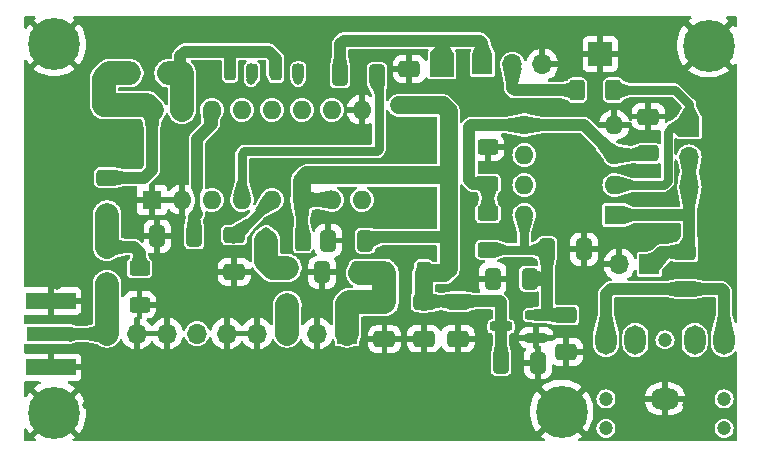
<source format=gbr>
%TF.GenerationSoftware,KiCad,Pcbnew,8.99.0-unknown-8e286d44fc~178~ubuntu22.04.1*%
%TF.CreationDate,2024-05-23T21:37:30+05:30*%
%TF.ProjectId,BoB,426f422e-6b69-4636-9164-5f7063625858,rev?*%
%TF.SameCoordinates,Original*%
%TF.FileFunction,Copper,L1,Top*%
%TF.FilePolarity,Positive*%
%FSLAX46Y46*%
G04 Gerber Fmt 4.6, Leading zero omitted, Abs format (unit mm)*
G04 Created by KiCad (PCBNEW 8.99.0-unknown-8e286d44fc~178~ubuntu22.04.1) date 2024-05-23 21:37:30*
%MOMM*%
%LPD*%
G01*
G04 APERTURE LIST*
G04 Aperture macros list*
%AMRoundRect*
0 Rectangle with rounded corners*
0 $1 Rounding radius*
0 $2 $3 $4 $5 $6 $7 $8 $9 X,Y pos of 4 corners*
0 Add a 4 corners polygon primitive as box body*
4,1,4,$2,$3,$4,$5,$6,$7,$8,$9,$2,$3,0*
0 Add four circle primitives for the rounded corners*
1,1,$1+$1,$2,$3*
1,1,$1+$1,$4,$5*
1,1,$1+$1,$6,$7*
1,1,$1+$1,$8,$9*
0 Add four rect primitives between the rounded corners*
20,1,$1+$1,$2,$3,$4,$5,0*
20,1,$1+$1,$4,$5,$6,$7,0*
20,1,$1+$1,$6,$7,$8,$9,0*
20,1,$1+$1,$8,$9,$2,$3,0*%
G04 Aperture macros list end*
%TA.AperFunction,ComponentPad*%
%ADD10R,1.700000X1.700000*%
%TD*%
%TA.AperFunction,ComponentPad*%
%ADD11O,1.700000X1.700000*%
%TD*%
%TA.AperFunction,ComponentPad*%
%ADD12R,2.000000X2.000000*%
%TD*%
%TA.AperFunction,SMDPad,CuDef*%
%ADD13RoundRect,0.243750X-0.243750X-0.456250X0.243750X-0.456250X0.243750X0.456250X-0.243750X0.456250X0*%
%TD*%
%TA.AperFunction,SMDPad,CuDef*%
%ADD14RoundRect,0.250000X-0.650000X0.412500X-0.650000X-0.412500X0.650000X-0.412500X0.650000X0.412500X0*%
%TD*%
%TA.AperFunction,SMDPad,CuDef*%
%ADD15RoundRect,0.250000X0.650000X-0.412500X0.650000X0.412500X-0.650000X0.412500X-0.650000X-0.412500X0*%
%TD*%
%TA.AperFunction,SMDPad,CuDef*%
%ADD16RoundRect,0.250000X-0.412500X-0.650000X0.412500X-0.650000X0.412500X0.650000X-0.412500X0.650000X0*%
%TD*%
%TA.AperFunction,SMDPad,CuDef*%
%ADD17RoundRect,0.250000X-0.362500X-0.700000X0.362500X-0.700000X0.362500X0.700000X-0.362500X0.700000X0*%
%TD*%
%TA.AperFunction,SMDPad,CuDef*%
%ADD18RoundRect,0.250000X0.412500X0.650000X-0.412500X0.650000X-0.412500X-0.650000X0.412500X-0.650000X0*%
%TD*%
%TA.AperFunction,SMDPad,CuDef*%
%ADD19RoundRect,0.250000X-0.400000X-0.625000X0.400000X-0.625000X0.400000X0.625000X-0.400000X0.625000X0*%
%TD*%
%TA.AperFunction,ComponentPad*%
%ADD20C,4.400000*%
%TD*%
%TA.AperFunction,SMDPad,CuDef*%
%ADD21RoundRect,0.250000X-0.625000X0.400000X-0.625000X-0.400000X0.625000X-0.400000X0.625000X0.400000X0*%
%TD*%
%TA.AperFunction,SMDPad,CuDef*%
%ADD22RoundRect,0.250000X0.625000X-0.400000X0.625000X0.400000X-0.625000X0.400000X-0.625000X-0.400000X0*%
%TD*%
%TA.AperFunction,SMDPad,CuDef*%
%ADD23RoundRect,0.250000X0.400000X0.625000X-0.400000X0.625000X-0.400000X-0.625000X0.400000X-0.625000X0*%
%TD*%
%TA.AperFunction,SMDPad,CuDef*%
%ADD24R,3.600000X1.270000*%
%TD*%
%TA.AperFunction,SMDPad,CuDef*%
%ADD25R,4.200000X1.350000*%
%TD*%
%TA.AperFunction,SMDPad,CuDef*%
%ADD26RoundRect,0.200000X0.750000X0.200000X-0.750000X0.200000X-0.750000X-0.200000X0.750000X-0.200000X0*%
%TD*%
%TA.AperFunction,SMDPad,CuDef*%
%ADD27RoundRect,0.243750X0.243750X0.456250X-0.243750X0.456250X-0.243750X-0.456250X0.243750X-0.456250X0*%
%TD*%
%TA.AperFunction,ComponentPad*%
%ADD28R,1.600000X1.600000*%
%TD*%
%TA.AperFunction,ComponentPad*%
%ADD29O,1.600000X1.600000*%
%TD*%
%TA.AperFunction,WasherPad*%
%ADD30C,1.200000*%
%TD*%
%TA.AperFunction,ComponentPad*%
%ADD31O,1.800000X2.500000*%
%TD*%
%TA.AperFunction,ComponentPad*%
%ADD32O,2.500000X1.800000*%
%TD*%
%TA.AperFunction,ViaPad*%
%ADD33C,0.800000*%
%TD*%
%TA.AperFunction,Conductor*%
%ADD34C,1.500000*%
%TD*%
%TA.AperFunction,Conductor*%
%ADD35C,1.000000*%
%TD*%
%TA.AperFunction,Conductor*%
%ADD36C,0.750000*%
%TD*%
%TA.AperFunction,Conductor*%
%ADD37C,2.000000*%
%TD*%
%TA.AperFunction,Conductor*%
%ADD38C,0.400000*%
%TD*%
G04 APERTURE END LIST*
D10*
%TO.P,GAIN1,1,1*%
%TO.N,Net-(U2A--)*%
X101410000Y-52890000D03*
D11*
%TO.P,GAIN1,2,2*%
%TO.N,Net-(J2-Pin_1)*%
X101410000Y-55430000D03*
%TO.P,GAIN1,3,3*%
X101410000Y-57970000D03*
%TD*%
D12*
%TO.P,TP1,1,1*%
%TO.N,Net-(C1-Pad2)*%
X80460000Y-47660000D03*
%TD*%
D13*
%TO.P,D8,1,K*%
%TO.N,5VCLEAN*%
X66435000Y-48278000D03*
%TO.P,D8,2,A*%
%TO.N,Net-(D7-K)*%
X68310000Y-48278000D03*
%TD*%
D14*
%TO.P,C5,1*%
%TO.N,+5V*%
X75612000Y-67733000D03*
%TO.P,C5,2*%
%TO.N,GND*%
X75612000Y-70858000D03*
%TD*%
D10*
%TO.P,RV1,1,1*%
%TO.N,Net-(C1-Pad2)*%
X83900000Y-47590000D03*
D11*
%TO.P,RV1,2,2*%
%TO.N,Net-(RV1-Pad2)*%
X86440000Y-47590000D03*
%TO.P,RV1,3,3*%
%TO.N,GND*%
X88980000Y-47590000D03*
%TD*%
D10*
%TO.P,J2,1,Pin_1*%
%TO.N,Net-(J2-Pin_1)*%
X98044000Y-64516000D03*
D11*
%TO.P,J2,2,Pin_2*%
%TO.N,GND*%
X95504000Y-64516000D03*
%TD*%
D15*
%TO.P,C8,1*%
%TO.N,5VCLEAN*%
X77710000Y-51102500D03*
%TO.P,C8,2*%
%TO.N,GND*%
X77710000Y-47977500D03*
%TD*%
D16*
%TO.P,C10,1*%
%TO.N,GND*%
X56379500Y-62138000D03*
%TO.P,C10,2*%
%TO.N,Net-(U1-FM{slash}AM_SW)*%
X59504500Y-62138000D03*
%TD*%
D17*
%TO.P,L1,1,1*%
%TO.N,Net-(D7-K)*%
X54009500Y-48338000D03*
%TO.P,L1,2,2*%
%TO.N,5VCLEAN*%
X57334500Y-48338000D03*
%TD*%
D15*
%TO.P,C11,1*%
%TO.N,Net-(C11-Pad1)*%
X52137000Y-60308000D03*
%TO.P,C11,2*%
%TO.N,Net-(D7-K)*%
X52137000Y-57183000D03*
%TD*%
D18*
%TO.P,C6,1*%
%TO.N,+5V*%
X73462000Y-65208000D03*
%TO.P,C6,2*%
%TO.N,GND*%
X70337000Y-65208000D03*
%TD*%
D19*
%TO.P,R14,1*%
%TO.N,Net-(U1-AM_OSC)*%
X65580000Y-62506000D03*
%TO.P,R14,2*%
%TO.N,5VCLEAN*%
X68680000Y-62506000D03*
%TD*%
D18*
%TO.P,C9,1*%
%TO.N,5VCLEAN*%
X73991000Y-62506000D03*
%TO.P,C9,2*%
%TO.N,GND*%
X70866000Y-62506000D03*
%TD*%
D20*
%TO.P,H2,1,1*%
%TO.N,GND*%
X90600000Y-76984000D03*
%TD*%
%TO.P,H4,1,1*%
%TO.N,GND*%
X47649274Y-77087274D03*
%TD*%
D14*
%TO.P,C3,1*%
%TO.N,5VCLEAN*%
X78937000Y-67695500D03*
%TO.P,C3,2*%
%TO.N,GND*%
X78937000Y-70820500D03*
%TD*%
D20*
%TO.P,H1,1,1*%
%TO.N,GND*%
X47649274Y-45892726D03*
%TD*%
D18*
%TO.P,C19,1*%
%TO.N,+3.3V*%
X87900000Y-65730000D03*
%TO.P,C19,2*%
%TO.N,GND*%
X84775000Y-65730000D03*
%TD*%
D17*
%TO.P,L2,1,1*%
%TO.N,+5V*%
X75599500Y-65258000D03*
%TO.P,L2,2,2*%
%TO.N,5VCLEAN*%
X78924500Y-65258000D03*
%TD*%
D10*
%TO.P,JP1,1,Pin_1*%
%TO.N,+5V*%
X72438000Y-70380000D03*
D11*
%TO.P,JP1,2,Pin_2*%
%TO.N,GND*%
X69898000Y-70380000D03*
%TO.P,JP1,3,Pin_3*%
%TO.N,RX_OSC*%
X67358000Y-70380000D03*
%TO.P,JP1,4,Pin_4*%
%TO.N,GND*%
X64818000Y-70380000D03*
%TO.P,JP1,5,Pin_5*%
X62278000Y-70380000D03*
%TO.P,JP1,6,Pin_6*%
%TO.N,RX_AUDIO*%
X59738000Y-70380000D03*
%TO.P,JP1,7,Pin_7*%
%TO.N,GND*%
X57198000Y-70380000D03*
%TO.P,JP1,8,Pin_8*%
X54658000Y-70380000D03*
%TO.P,JP1,9,Pin_9*%
%TO.N,Net-(J1-In)*%
X52118000Y-70380000D03*
%TD*%
D16*
%TO.P,C12,1*%
%TO.N,+3.3V*%
X89377000Y-63243000D03*
%TO.P,C12,2*%
%TO.N,GND*%
X92502000Y-63243000D03*
%TD*%
D15*
%TO.P,C2,1*%
%TO.N,Net-(U2A-+)*%
X97942000Y-55132500D03*
%TO.P,C2,2*%
%TO.N,GND*%
X97942000Y-52007500D03*
%TD*%
D14*
%TO.P,C13,1*%
%TO.N,+3.3V*%
X91012000Y-68815500D03*
%TO.P,C13,2*%
%TO.N,GND*%
X91012000Y-71940500D03*
%TD*%
D12*
%TO.P,TP2,1,1*%
%TO.N,GND*%
X93878000Y-46712000D03*
%TD*%
D14*
%TO.P,C17,1*%
%TO.N,Net-(C11-Pad1)*%
X52112000Y-63045500D03*
%TO.P,C17,2*%
%TO.N,Net-(J1-In)*%
X52112000Y-66170500D03*
%TD*%
%TO.P,C21,1*%
%TO.N,Net-(U1-AM_OSC)*%
X67387000Y-64820500D03*
%TO.P,C21,2*%
%TO.N,RX_OSC*%
X67387000Y-67945500D03*
%TD*%
%TO.P,C16,1*%
%TO.N,Net-(U1-AGC)*%
X62890000Y-62030000D03*
%TO.P,C16,2*%
%TO.N,GND*%
X62890000Y-65155000D03*
%TD*%
D21*
%TO.P,R13,1*%
%TO.N,Net-(C11-Pad1)*%
X54872000Y-64848000D03*
%TO.P,R13,2*%
%TO.N,GND*%
X54872000Y-67948000D03*
%TD*%
D22*
%TO.P,R1,1*%
%TO.N,+3.3V*%
X84376000Y-63294000D03*
%TO.P,R1,2*%
%TO.N,Net-(U2A-+)*%
X84376000Y-60194000D03*
%TD*%
D23*
%TO.P,Rin1,1*%
%TO.N,Net-(U2A--)*%
X95000000Y-49778000D03*
%TO.P,Rin1,2*%
%TO.N,Net-(RV1-Pad2)*%
X91900000Y-49778000D03*
%TD*%
D24*
%TO.P,J1,1,In*%
%TO.N,Net-(J1-In)*%
X47152000Y-70428000D03*
D25*
%TO.P,J1,2,Ext*%
%TO.N,GND*%
X47352000Y-67603000D03*
X47352000Y-73253000D03*
%TD*%
D20*
%TO.P,H3,1,1*%
%TO.N,GND*%
X103046000Y-45996000D03*
%TD*%
D18*
%TO.P,C1,1*%
%TO.N,RX_AUDIO*%
X74968500Y-48514000D03*
%TO.P,C1,2*%
%TO.N,Net-(C1-Pad2)*%
X71843500Y-48514000D03*
%TD*%
D22*
%TO.P,R2,1*%
%TO.N,Net-(U2A-+)*%
X84376000Y-57706000D03*
%TO.P,R2,2*%
%TO.N,GND*%
X84376000Y-54606000D03*
%TD*%
D26*
%TO.P,U4,1,GND*%
%TO.N,GND*%
X88470000Y-70730000D03*
%TO.P,U4,2,VO*%
%TO.N,+3.3V*%
X88470000Y-68830000D03*
%TO.P,U4,3,VI*%
%TO.N,5VCLEAN*%
X85470000Y-69780000D03*
%TD*%
D27*
%TO.P,D7,1,K*%
%TO.N,Net-(D7-K)*%
X64419500Y-48258000D03*
%TO.P,D7,2,A*%
%TO.N,5VCLEAN*%
X62544500Y-48258000D03*
%TD*%
D16*
%TO.P,C18,1*%
%TO.N,5VCLEAN*%
X85480000Y-72840000D03*
%TO.P,C18,2*%
%TO.N,GND*%
X88605000Y-72840000D03*
%TD*%
D14*
%TO.P,C4,1*%
%TO.N,5VCLEAN*%
X81840000Y-67685000D03*
%TO.P,C4,2*%
%TO.N,GND*%
X81840000Y-70810000D03*
%TD*%
%TO.P,C14,1*%
%TO.N,Net-(J2-Pin_1)*%
X101092000Y-63500000D03*
%TO.P,C14,2*%
%TO.N,Net-(C14-Pad2)*%
X101092000Y-66625000D03*
%TD*%
D28*
%TO.P,U1,1,FM_RF_IN*%
%TO.N,GND*%
X55922000Y-59068000D03*
D29*
%TO.P,U1,2,GND_IN*%
X58462000Y-59068000D03*
%TO.P,U1,3,FM_MIX*%
%TO.N,unconnected-(U1-FM_MIX-Pad3)*%
X61002000Y-59068000D03*
%TO.P,U1,4,AM_MIX*%
%TO.N,RX_AUDIO*%
X63542000Y-59068000D03*
%TO.P,U1,5,AGC*%
%TO.N,Net-(U1-AGC)*%
X66082000Y-59068000D03*
%TO.P,U1,6,VCC*%
%TO.N,5VCLEAN*%
X68622000Y-59068000D03*
%TO.P,U1,7,AM_IF*%
X71162000Y-59068000D03*
%TO.P,U1,8,FM_IF*%
%TO.N,unconnected-(U1-FM_IF-Pad8)*%
X73702000Y-59068000D03*
%TO.P,U1,9,GND_OUT*%
%TO.N,GND*%
X73702000Y-51448000D03*
%TO.P,U1,10,FM_DET*%
%TO.N,unconnected-(U1-FM_DET-Pad10)*%
X71162000Y-51448000D03*
%TO.P,U1,11,DET_OUT*%
%TO.N,unconnected-(U1-DET_OUT-Pad11)*%
X68622000Y-51448000D03*
%TO.P,U1,12,AM_OSC*%
%TO.N,Net-(U1-AM_OSC)*%
X66082000Y-51448000D03*
%TO.P,U1,13,FM_OSC*%
%TO.N,unconnected-(U1-FM_OSC-Pad13)*%
X63542000Y-51448000D03*
%TO.P,U1,14,FM/AM_SW*%
%TO.N,Net-(U1-FM{slash}AM_SW)*%
X61002000Y-51448000D03*
%TO.P,U1,15,FM_TUNER*%
%TO.N,5VCLEAN*%
X58462000Y-51448000D03*
%TO.P,U1,16,AM_RF_IN*%
%TO.N,Net-(D7-K)*%
X55922000Y-51448000D03*
%TD*%
D30*
%TO.P,SPK1,*%
%TO.N,*%
X94362000Y-78420000D03*
X104362000Y-78420000D03*
X94362000Y-75920000D03*
X104362000Y-75920000D03*
X99362000Y-70920000D03*
D31*
%TO.P,SPK1,R*%
%TO.N,Net-(C14-Pad2)*%
X94362000Y-70920000D03*
%TO.P,SPK1,RN*%
%TO.N,unconnected-(SPK1-PadRN)*%
X96862000Y-70920000D03*
D32*
%TO.P,SPK1,S*%
%TO.N,GND*%
X99362000Y-75920000D03*
D31*
%TO.P,SPK1,T*%
%TO.N,Net-(C14-Pad2)*%
X104362000Y-70920000D03*
%TO.P,SPK1,TN*%
%TO.N,unconnected-(SPK1-PadTN)*%
X101862000Y-70920000D03*
%TD*%
D28*
%TO.P,U2,1*%
%TO.N,Net-(J2-Pin_1)*%
X95062000Y-60343000D03*
D29*
%TO.P,U2,2,-*%
%TO.N,Net-(U2A--)*%
X95062000Y-57803000D03*
%TO.P,U2,3,+*%
%TO.N,Net-(U2A-+)*%
X95062000Y-55263000D03*
%TO.P,U2,4,V-*%
%TO.N,GND*%
X95062000Y-52723000D03*
%TO.P,U2,5,+*%
%TO.N,Net-(U2A-+)*%
X87442000Y-52723000D03*
%TO.P,U2,6,-*%
%TO.N,Net-(U2B--)*%
X87442000Y-55263000D03*
%TO.P,U2,7*%
X87442000Y-57803000D03*
%TO.P,U2,8,V+*%
%TO.N,+3.3V*%
X87442000Y-60343000D03*
%TD*%
D33*
%TO.N,5VCLEAN*%
X77990000Y-51360000D03*
%TO.N,Net-(D7-K)*%
X68310000Y-48890000D03*
X64310000Y-48890000D03*
X64310000Y-47890000D03*
X68310000Y-47890000D03*
%TO.N,GND*%
X57390000Y-68450000D03*
X98707000Y-45956000D03*
X55527000Y-76436000D03*
X65687000Y-76436000D03*
X73307000Y-76436000D03*
X80927000Y-76436000D03*
X52987000Y-73896000D03*
X47907000Y-53576000D03*
X83467000Y-68816000D03*
X96167000Y-45956000D03*
X73307000Y-48496000D03*
X64430000Y-68400000D03*
X78387000Y-73896000D03*
X52987000Y-58656000D03*
X58067000Y-61196000D03*
X47907000Y-63736000D03*
X63147000Y-73896000D03*
X70767000Y-76436000D03*
X57310000Y-45390000D03*
X47907000Y-61196000D03*
X50447000Y-56116000D03*
X83467000Y-51036000D03*
X101247000Y-68816000D03*
X58067000Y-76436000D03*
X68227000Y-53576000D03*
X70767000Y-68816000D03*
X64430000Y-67310000D03*
X52987000Y-76436000D03*
X78387000Y-76436000D03*
X96167000Y-76436000D03*
X78387000Y-58656000D03*
X103787000Y-61196000D03*
X96167000Y-68816000D03*
X83467000Y-76436000D03*
X91087000Y-58656000D03*
X98707000Y-48496000D03*
X60607000Y-73896000D03*
X96167000Y-73896000D03*
X73307000Y-53576000D03*
X50447000Y-66276000D03*
X47907000Y-56116000D03*
X103787000Y-73896000D03*
X60607000Y-76436000D03*
X68227000Y-73896000D03*
X103787000Y-56116000D03*
X75847000Y-76436000D03*
X69600000Y-67340000D03*
X91087000Y-45956000D03*
X65930000Y-56190000D03*
X86007000Y-51036000D03*
X86007000Y-61196000D03*
X47907000Y-58656000D03*
X70767000Y-73896000D03*
X98707000Y-73896000D03*
X103787000Y-63736000D03*
X78320000Y-63340000D03*
X93627000Y-73896000D03*
X47907000Y-51036000D03*
X58067000Y-56116000D03*
X55527000Y-73896000D03*
X50447000Y-61196000D03*
X73307000Y-73896000D03*
X58067000Y-73896000D03*
X83467000Y-73896000D03*
X103787000Y-53576000D03*
X86007000Y-76436000D03*
X80927000Y-73896000D03*
X47907000Y-66276000D03*
X75847000Y-73896000D03*
X58067000Y-66276000D03*
X70767000Y-53576000D03*
X50447000Y-76436000D03*
X52987000Y-45956000D03*
X76910000Y-63320000D03*
X101247000Y-76436000D03*
X55527000Y-66276000D03*
X65687000Y-73896000D03*
X101247000Y-48496000D03*
X103787000Y-58656000D03*
X63147000Y-76436000D03*
X63147000Y-53576000D03*
X101247000Y-73896000D03*
X50447000Y-68816000D03*
X65687000Y-53576000D03*
X86007000Y-58656000D03*
X61330000Y-56130000D03*
X88547000Y-45956000D03*
X91087000Y-61196000D03*
X78387000Y-53576000D03*
X103787000Y-51036000D03*
X58067000Y-63736000D03*
X50447000Y-73896000D03*
X98707000Y-68816000D03*
X68227000Y-76436000D03*
X75847000Y-58656000D03*
%TO.N,Net-(U1-AM_OSC)*%
X65587000Y-61808000D03*
X65587000Y-62808000D03*
%TO.N,5VCLEAN*%
X77180000Y-50860000D03*
X66310000Y-48390000D03*
X66310000Y-47390000D03*
%TD*%
D34*
%TO.N,5VCLEAN*%
X68622000Y-57438000D02*
X68622000Y-59068000D01*
X81037000Y-58870000D02*
X81037000Y-57000000D01*
X81037000Y-57000000D02*
X69060000Y-57000000D01*
X69060000Y-57000000D02*
X68622000Y-57438000D01*
X80570000Y-51070000D02*
X76800000Y-51070000D01*
X80930000Y-51430000D02*
X80570000Y-51070000D01*
X81037000Y-58870000D02*
X81037000Y-64908000D01*
X81037000Y-58870000D02*
X81037000Y-51537000D01*
X81037000Y-51537000D02*
X80930000Y-51430000D01*
X78924500Y-65258000D02*
X78924500Y-67683000D01*
X78924500Y-67683000D02*
X78937000Y-67695500D01*
X78924500Y-65258000D02*
X80687000Y-65258000D01*
X80687000Y-65258000D02*
X81027000Y-64918000D01*
D35*
X81027000Y-62220000D02*
X81027000Y-64918000D01*
X74100000Y-56903000D02*
X70430000Y-56903000D01*
X70430000Y-56903000D02*
X69157000Y-56903000D01*
X77772000Y-56903000D02*
X74100000Y-56903000D01*
%TO.N,Net-(U2A-+)*%
X87442000Y-52723000D02*
X92522000Y-52723000D01*
X92522000Y-52723000D02*
X95062000Y-55263000D01*
X82947000Y-52723000D02*
X87442000Y-52723000D01*
X84376000Y-57706000D02*
X83126000Y-57706000D01*
X83126000Y-57706000D02*
X82801000Y-57381000D01*
X82801000Y-57381000D02*
X82801000Y-52869000D01*
X82801000Y-52869000D02*
X82947000Y-52723000D01*
X84376000Y-57706000D02*
X84376000Y-60194000D01*
D36*
%TO.N,Net-(U2A--)*%
X99247000Y-57803000D02*
X95062000Y-57803000D01*
X99580000Y-53280000D02*
X99580000Y-57470000D01*
X99580000Y-57470000D02*
X99247000Y-57803000D01*
X101410000Y-52890000D02*
X99970000Y-52890000D01*
X99970000Y-52890000D02*
X99580000Y-53280000D01*
D35*
%TO.N,Net-(J2-Pin_1)*%
X101410000Y-57970000D02*
X101410000Y-60350000D01*
X101410000Y-60350000D02*
X101410000Y-63182000D01*
X95062000Y-60343000D02*
X101403000Y-60343000D01*
X101403000Y-60343000D02*
X101410000Y-60350000D01*
X101410000Y-63182000D02*
X101092000Y-63500000D01*
X101410000Y-57970000D02*
X101410000Y-55430000D01*
D36*
%TO.N,Net-(U2A--)*%
X100228000Y-49778000D02*
X101410000Y-50960000D01*
X101410000Y-50960000D02*
X101410000Y-52890000D01*
D37*
%TO.N,RX_OSC*%
X67358000Y-67974500D02*
X67387000Y-67945500D01*
X67358000Y-70380000D02*
X67358000Y-67974500D01*
%TO.N,+5V*%
X75612000Y-67733000D02*
X75612000Y-65270500D01*
X72438000Y-70380000D02*
X72438000Y-67908000D01*
X72613000Y-67733000D02*
X72438000Y-67908000D01*
X75612000Y-67733000D02*
X72613000Y-67733000D01*
X75612000Y-65270500D02*
X75599500Y-65258000D01*
X75599500Y-65258000D02*
X73512000Y-65258000D01*
D35*
%TO.N,Net-(U1-FM{slash}AM_SW)*%
X59738000Y-53870000D02*
X59738000Y-57934000D01*
X61002000Y-52606000D02*
X59738000Y-53870000D01*
X61002000Y-51448000D02*
X61002000Y-52606000D01*
X59484000Y-62506000D02*
X59484000Y-60506000D01*
D38*
X59738000Y-60252000D02*
X59738000Y-57934000D01*
D35*
X59484000Y-60506000D02*
X59738000Y-60252000D01*
%TO.N,Net-(D7-K)*%
X55922000Y-56498000D02*
X55922000Y-51448000D01*
X52137000Y-57183000D02*
X55237000Y-57183000D01*
D37*
X52316000Y-48338000D02*
X51864000Y-48790000D01*
D35*
X55237000Y-57183000D02*
X55922000Y-56498000D01*
D37*
X55511500Y-51037500D02*
X55922000Y-51448000D01*
X51864000Y-51037500D02*
X55511500Y-51037500D01*
X54009500Y-48338000D02*
X52316000Y-48338000D01*
X51864000Y-51037500D02*
X51864000Y-48790000D01*
%TO.N,Net-(U1-AM_OSC)*%
X65587000Y-62808000D02*
X65580000Y-62815000D01*
X65580000Y-62815000D02*
X65580000Y-64251000D01*
X65580000Y-64251000D02*
X66149500Y-64820500D01*
X65580000Y-62801000D02*
X65587000Y-62808000D01*
X65580000Y-62506000D02*
X65580000Y-62801000D01*
X66149500Y-64820500D02*
X67387000Y-64820500D01*
D36*
%TO.N,RX_AUDIO*%
X74970000Y-54960000D02*
X75130000Y-54800000D01*
X75130000Y-54800000D02*
X75130000Y-48675500D01*
X63740000Y-54960000D02*
X74970000Y-54960000D01*
X63542000Y-59068000D02*
X63542000Y-55158000D01*
X63542000Y-55158000D02*
X63740000Y-54960000D01*
D35*
%TO.N,Net-(C11-Pad1)*%
X54389500Y-63045500D02*
X52112000Y-63045500D01*
X54872000Y-64848000D02*
X54872000Y-63528000D01*
X54872000Y-63528000D02*
X54389500Y-63045500D01*
D37*
X52137000Y-63020500D02*
X52112000Y-63045500D01*
X52137000Y-60308000D02*
X52137000Y-63020500D01*
D35*
%TO.N,Net-(C1-Pad2)*%
X80260000Y-45593000D02*
X83703000Y-45593000D01*
X83900000Y-45790000D02*
X83703000Y-45593000D01*
X80260000Y-45593000D02*
X80460000Y-45793000D01*
X72152000Y-45593000D02*
X80260000Y-45593000D01*
X80460000Y-45793000D02*
X80460000Y-47660000D01*
X71843500Y-48514000D02*
X71843500Y-45901500D01*
X83900000Y-47590000D02*
X83900000Y-45790000D01*
X71843500Y-45901500D02*
X72152000Y-45593000D01*
D38*
%TO.N,Net-(U2A-+)*%
X86089000Y-52723000D02*
X86004000Y-52808000D01*
D35*
X95062000Y-55263000D02*
X98007500Y-55263000D01*
D36*
%TO.N,Net-(U2A--)*%
X95000000Y-49778000D02*
X100228000Y-49778000D01*
D35*
%TO.N,+3.3V*%
X89202000Y-68818000D02*
X91009500Y-68818000D01*
D36*
X87528000Y-63294000D02*
X87442000Y-63208000D01*
D35*
X89369500Y-65800000D02*
X89369500Y-68650500D01*
X88470000Y-68830000D02*
X90997500Y-68830000D01*
X87900000Y-65730000D02*
X89299500Y-65730000D01*
D36*
X84376000Y-63294000D02*
X87528000Y-63294000D01*
X87442000Y-63208000D02*
X87442000Y-60343000D01*
D35*
X89369500Y-68650500D02*
X89202000Y-68818000D01*
X89299500Y-65730000D02*
X89369500Y-65800000D01*
D36*
X87528000Y-63294000D02*
X89326000Y-63294000D01*
D35*
X89369500Y-63250500D02*
X89369500Y-65800000D01*
%TO.N,Net-(RV1-Pad2)*%
X86440000Y-49588000D02*
X86630000Y-49778000D01*
X86630000Y-49778000D02*
X91900000Y-49778000D01*
X86440000Y-47590000D02*
X86440000Y-49588000D01*
D37*
%TO.N,5VCLEAN*%
X58462000Y-48344000D02*
X58468000Y-48338000D01*
D35*
X74277000Y-62220000D02*
X81027000Y-62220000D01*
X85480000Y-69790000D02*
X85470000Y-69780000D01*
D37*
X57334500Y-48338000D02*
X58468000Y-48338000D01*
D35*
X68622000Y-59068000D02*
X71162000Y-59068000D01*
X81732000Y-67635500D02*
X78997000Y-67635500D01*
X66435000Y-48278000D02*
X66310000Y-48390000D01*
X58310000Y-48180000D02*
X58468000Y-48338000D01*
X66435000Y-47129000D02*
X65824500Y-46518500D01*
X62544500Y-48258000D02*
X62544500Y-46769500D01*
X65810000Y-46504000D02*
X62810000Y-46504000D01*
X68622000Y-59068000D02*
X68622000Y-62448000D01*
X62544500Y-46769500D02*
X62810000Y-46504000D01*
X81732000Y-67635500D02*
X85354500Y-67635500D01*
X66310000Y-48390000D02*
X66310000Y-47390000D01*
X85480000Y-72840000D02*
X85480000Y-69790000D01*
X73991000Y-62506000D02*
X74277000Y-62220000D01*
X66310000Y-47390000D02*
X66435000Y-47129000D01*
X65824500Y-46518500D02*
X65810000Y-46504000D01*
X66435000Y-47129000D02*
X66435000Y-48278000D01*
X62810000Y-46504000D02*
X58696000Y-46504000D01*
X58696000Y-46504000D02*
X58310000Y-46890000D01*
D37*
X58462000Y-51448000D02*
X58462000Y-48344000D01*
D35*
X85470000Y-67751000D02*
X85470000Y-69780000D01*
X58310000Y-46890000D02*
X58310000Y-48180000D01*
X85354500Y-67635500D02*
X85470000Y-67751000D01*
D37*
%TO.N,Net-(J1-In)*%
X52118000Y-70380000D02*
X52118000Y-66176500D01*
D35*
X47152000Y-70428000D02*
X52070000Y-70428000D01*
D37*
X52118000Y-66176500D02*
X52112000Y-66170500D01*
D35*
%TO.N,Net-(J2-Pin_1)*%
X101092000Y-63500000D02*
X99060000Y-63500000D01*
D36*
X100652000Y-63060000D02*
X101092000Y-63500000D01*
D35*
X99060000Y-63500000D02*
X98044000Y-64516000D01*
D36*
%TO.N,Net-(U1-AGC)*%
X62810000Y-62340000D02*
X66082000Y-59068000D01*
X63120000Y-62030000D02*
X66082000Y-59068000D01*
D35*
%TO.N,Net-(C14-Pad2)*%
X100632000Y-66608500D02*
X94751500Y-66608500D01*
X94362000Y-66998000D02*
X94751500Y-66608500D01*
X104149500Y-66608500D02*
X100632000Y-66608500D01*
X104362000Y-70920000D02*
X104362000Y-66821000D01*
X94362000Y-70920000D02*
X94362000Y-66998000D01*
X104362000Y-66821000D02*
X104149500Y-66608500D01*
%TD*%
%TA.AperFunction,Conductor*%
%TO.N,GND*%
G36*
X46810241Y-77803876D02*
G01*
X46932672Y-77926307D01*
X47066536Y-78023564D01*
X45924304Y-79165796D01*
X45924304Y-79165797D01*
X46062274Y-79273889D01*
X46102907Y-79330729D01*
X46106359Y-79400513D01*
X46071535Y-79461086D01*
X46009491Y-79493216D01*
X45985801Y-79495500D01*
X45216500Y-79495500D01*
X45149461Y-79475815D01*
X45103706Y-79423011D01*
X45092500Y-79371500D01*
X45092500Y-78521689D01*
X45112185Y-78454650D01*
X45164989Y-78408895D01*
X45234147Y-78398951D01*
X45297703Y-78427976D01*
X45322617Y-78457539D01*
X45423155Y-78623850D01*
X45570750Y-78812242D01*
X46712982Y-77670010D01*
X46810241Y-77803876D01*
G37*
%TD.AperFunction*%
%TA.AperFunction,Conductor*%
G36*
X58141920Y-58822394D02*
G01*
X58089259Y-58913606D01*
X58062000Y-59015339D01*
X58062000Y-59120661D01*
X58089259Y-59222394D01*
X58141920Y-59313606D01*
X58146314Y-59318000D01*
X56237686Y-59318000D01*
X56242080Y-59313606D01*
X56294741Y-59222394D01*
X56322000Y-59120661D01*
X56322000Y-59015339D01*
X56294741Y-58913606D01*
X56242080Y-58822394D01*
X56237686Y-58818000D01*
X58146314Y-58818000D01*
X58141920Y-58822394D01*
G37*
%TD.AperFunction*%
%TA.AperFunction,Conductor*%
G36*
X101550796Y-43536185D02*
G01*
X101596551Y-43588989D01*
X101606495Y-43658147D01*
X101577470Y-43721703D01*
X101547907Y-43746617D01*
X101509422Y-43769881D01*
X101509416Y-43769886D01*
X101321030Y-43917474D01*
X101321029Y-43917476D01*
X102463262Y-45059709D01*
X102329398Y-45156967D01*
X102206967Y-45279398D01*
X102109709Y-45413262D01*
X100967476Y-44271029D01*
X100967474Y-44271030D01*
X100819886Y-44459416D01*
X100819881Y-44459422D01*
X100650898Y-44738956D01*
X100650897Y-44738958D01*
X100516839Y-45036824D01*
X100516835Y-45036835D01*
X100419667Y-45348658D01*
X100360786Y-45669961D01*
X100341065Y-45996000D01*
X100360786Y-46322038D01*
X100419667Y-46643341D01*
X100516835Y-46955164D01*
X100516839Y-46955175D01*
X100650897Y-47253041D01*
X100650898Y-47253043D01*
X100819881Y-47532576D01*
X100967476Y-47720968D01*
X102109708Y-46578736D01*
X102206967Y-46712602D01*
X102329398Y-46835033D01*
X102463262Y-46932290D01*
X101321030Y-48074522D01*
X101321030Y-48074523D01*
X101509423Y-48222118D01*
X101788956Y-48391101D01*
X101788958Y-48391102D01*
X102086824Y-48525160D01*
X102086835Y-48525164D01*
X102398658Y-48622332D01*
X102719961Y-48681213D01*
X103046000Y-48700934D01*
X103372038Y-48681213D01*
X103693341Y-48622332D01*
X104005164Y-48525164D01*
X104005175Y-48525160D01*
X104303041Y-48391102D01*
X104303043Y-48391101D01*
X104582586Y-48222112D01*
X104770968Y-48074523D01*
X104770968Y-48074522D01*
X103628737Y-46932290D01*
X103762602Y-46835033D01*
X103885033Y-46712602D01*
X103982290Y-46578737D01*
X105124522Y-47720968D01*
X105124523Y-47720968D01*
X105236389Y-47578183D01*
X105293229Y-47537550D01*
X105363014Y-47534098D01*
X105423586Y-47568922D01*
X105455716Y-47630966D01*
X105458000Y-47654656D01*
X105458000Y-69347011D01*
X105438315Y-69414050D01*
X105385511Y-69459805D01*
X105316353Y-69469749D01*
X105252797Y-69440724D01*
X105215023Y-69381946D01*
X105213373Y-69375736D01*
X105205314Y-69341893D01*
X105065872Y-68756328D01*
X105062500Y-68727605D01*
X105062500Y-66752004D01*
X105035581Y-66616677D01*
X105035580Y-66616676D01*
X105035580Y-66616672D01*
X105016583Y-66570809D01*
X104982778Y-66489195D01*
X104982771Y-66489182D01*
X104906115Y-66374459D01*
X104858001Y-66326345D01*
X104808542Y-66276886D01*
X104596043Y-66064386D01*
X104515681Y-66010690D01*
X104481307Y-65987722D01*
X104353832Y-65934921D01*
X104353822Y-65934918D01*
X104218496Y-65908000D01*
X104218494Y-65908000D01*
X104218493Y-65908000D01*
X102708342Y-65908000D01*
X102683166Y-65904748D01*
X102683132Y-65904967D01*
X102677118Y-65904004D01*
X102677116Y-65904004D01*
X102322467Y-65847260D01*
X101853854Y-65772281D01*
X101832503Y-65766884D01*
X101826697Y-65764853D01*
X101826699Y-65764853D01*
X101796266Y-65761999D01*
X101793754Y-65761882D01*
X101782997Y-65760774D01*
X101782990Y-65760835D01*
X101763367Y-65758530D01*
X101761418Y-65758384D01*
X101758580Y-65758210D01*
X101755744Y-65758037D01*
X101755743Y-65758037D01*
X101755742Y-65758037D01*
X101744417Y-65760063D01*
X101722584Y-65762000D01*
X100444757Y-65762000D01*
X100440080Y-65761912D01*
X100439191Y-65761878D01*
X100403573Y-65760533D01*
X100402981Y-65760569D01*
X100390247Y-65761882D01*
X100387731Y-65762000D01*
X100357301Y-65764853D01*
X100351494Y-65766885D01*
X100330145Y-65772281D01*
X99506882Y-65904004D01*
X99504693Y-65904533D01*
X99475575Y-65908000D01*
X96262949Y-65908000D01*
X96195910Y-65888315D01*
X96150155Y-65835511D01*
X96140211Y-65766353D01*
X96169236Y-65702797D01*
X96191825Y-65682425D01*
X96375082Y-65554105D01*
X96542105Y-65387082D01*
X96677599Y-65193578D01*
X96757118Y-65023051D01*
X96803290Y-64970612D01*
X96870484Y-64951460D01*
X96937365Y-64971676D01*
X96982699Y-65024841D01*
X96993500Y-65075456D01*
X96993500Y-65385752D01*
X97005131Y-65444229D01*
X97005132Y-65444230D01*
X97049447Y-65510552D01*
X97115769Y-65554867D01*
X97115770Y-65554868D01*
X97174247Y-65566499D01*
X97174250Y-65566500D01*
X97174252Y-65566500D01*
X98913750Y-65566500D01*
X98913751Y-65566499D01*
X98928568Y-65563552D01*
X98972229Y-65554868D01*
X98972229Y-65554867D01*
X98972231Y-65554867D01*
X99038552Y-65510552D01*
X99082867Y-65444231D01*
X99082867Y-65444229D01*
X99082868Y-65444229D01*
X99093968Y-65388422D01*
X99094500Y-65385748D01*
X99094500Y-65108400D01*
X99114185Y-65041361D01*
X99121248Y-65031471D01*
X99696178Y-64304747D01*
X99753210Y-64264385D01*
X99815165Y-64259604D01*
X100324230Y-64350259D01*
X100343441Y-64355296D01*
X100357301Y-64360146D01*
X100387734Y-64363000D01*
X100387736Y-64363000D01*
X100390630Y-64363136D01*
X100390622Y-64363287D01*
X100402283Y-64364047D01*
X100418712Y-64366196D01*
X100420865Y-64366377D01*
X100426285Y-64366733D01*
X100428368Y-64366870D01*
X100428368Y-64366869D01*
X100428371Y-64366870D01*
X100436384Y-64365435D01*
X100439154Y-64364940D01*
X100461002Y-64363000D01*
X101796270Y-64363000D01*
X101826699Y-64360146D01*
X101826701Y-64360146D01*
X101890790Y-64337719D01*
X101954882Y-64315293D01*
X102064150Y-64234650D01*
X102144793Y-64125382D01*
X102172676Y-64045697D01*
X102189646Y-63997201D01*
X102189646Y-63997199D01*
X102192500Y-63966769D01*
X102192500Y-63033230D01*
X102189646Y-63002803D01*
X102189646Y-63002801D01*
X102144793Y-62874618D01*
X102144326Y-62873985D01*
X102144028Y-62873169D01*
X102140452Y-62866403D01*
X102141378Y-62865913D01*
X102120359Y-62808354D01*
X102120104Y-62801268D01*
X102119835Y-62764649D01*
X102115579Y-62185105D01*
X102113018Y-62172591D01*
X102110500Y-62147729D01*
X102110500Y-59727927D01*
X102113087Y-59702730D01*
X102395486Y-58341977D01*
X102395897Y-58342062D01*
X102398262Y-58330997D01*
X102415510Y-58274138D01*
X102445300Y-58175934D01*
X102465583Y-57970000D01*
X102446318Y-57774401D01*
X102445300Y-57764065D01*
X102445299Y-57764063D01*
X102429024Y-57710413D01*
X102398303Y-57609139D01*
X102395551Y-57598342D01*
X102394545Y-57593494D01*
X102394545Y-57593490D01*
X102214346Y-56725195D01*
X102214346Y-56674802D01*
X102395486Y-55801977D01*
X102395897Y-55802062D01*
X102398262Y-55790997D01*
X102408307Y-55757882D01*
X102445300Y-55635934D01*
X102465583Y-55430000D01*
X102445300Y-55224066D01*
X102385232Y-55026046D01*
X102287685Y-54843550D01*
X102235702Y-54780209D01*
X102156410Y-54683589D01*
X101996452Y-54552317D01*
X101996453Y-54552317D01*
X101996450Y-54552315D01*
X101813954Y-54454768D01*
X101615934Y-54394700D01*
X101615932Y-54394699D01*
X101615934Y-54394699D01*
X101410000Y-54374417D01*
X101204067Y-54394699D01*
X101006043Y-54454769D01*
X100896410Y-54513370D01*
X100823550Y-54552315D01*
X100823548Y-54552316D01*
X100823547Y-54552317D01*
X100663589Y-54683589D01*
X100532317Y-54843547D01*
X100532315Y-54843550D01*
X100515096Y-54875765D01*
X100434769Y-55026043D01*
X100398161Y-55146725D01*
X100359863Y-55205164D01*
X100296051Y-55233620D01*
X100226984Y-55223060D01*
X100174590Y-55176836D01*
X100155500Y-55110730D01*
X100155500Y-53938451D01*
X100175185Y-53871412D01*
X100227989Y-53825657D01*
X100297147Y-53815713D01*
X100356265Y-53841070D01*
X100424607Y-53894943D01*
X100424616Y-53894950D01*
X100424621Y-53894953D01*
X100424623Y-53894954D01*
X100455108Y-53911635D01*
X100464477Y-53917313D01*
X100481769Y-53928867D01*
X100481770Y-53928868D01*
X100540249Y-53940500D01*
X100541253Y-53940599D01*
X100545490Y-53941224D01*
X100547557Y-53941251D01*
X100547560Y-53941252D01*
X100547562Y-53941251D01*
X100552718Y-53941320D01*
X100562447Y-53940500D01*
X102279750Y-53940500D01*
X102279751Y-53940499D01*
X102294568Y-53937552D01*
X102338229Y-53928868D01*
X102338229Y-53928867D01*
X102338231Y-53928867D01*
X102404552Y-53884552D01*
X102448867Y-53818231D01*
X102448867Y-53818229D01*
X102448868Y-53818229D01*
X102460499Y-53759752D01*
X102460500Y-53759750D01*
X102460500Y-52026893D01*
X102460842Y-52020536D01*
X102460826Y-52017202D01*
X102460827Y-52017194D01*
X102459782Y-52008300D01*
X102457719Y-52001935D01*
X102454066Y-51987910D01*
X102453711Y-51986123D01*
X102448867Y-51961769D01*
X102448866Y-51961767D01*
X102446449Y-51955931D01*
X102437564Y-51937592D01*
X102437512Y-51937616D01*
X102436931Y-51936284D01*
X102435490Y-51933310D01*
X102435077Y-51932036D01*
X102435075Y-51932031D01*
X102001255Y-51155722D01*
X101985500Y-51095232D01*
X101985500Y-50884234D01*
X101982097Y-50871536D01*
X101982096Y-50871532D01*
X101977799Y-50855494D01*
X101946281Y-50737865D01*
X101884629Y-50631081D01*
X101870515Y-50606635D01*
X101763365Y-50499485D01*
X100581365Y-49317485D01*
X100477694Y-49257630D01*
X100450136Y-49241719D01*
X100362606Y-49218266D01*
X100303766Y-49202500D01*
X100303765Y-49202500D01*
X96378273Y-49202500D01*
X96330269Y-49192831D01*
X96294536Y-49177828D01*
X95864913Y-48997444D01*
X95810723Y-48953343D01*
X95803283Y-48941046D01*
X95802793Y-48940119D01*
X95802793Y-48940118D01*
X95722150Y-48830850D01*
X95612882Y-48750207D01*
X95612880Y-48750206D01*
X95484700Y-48705353D01*
X95454270Y-48702500D01*
X95454266Y-48702500D01*
X94545734Y-48702500D01*
X94545730Y-48702500D01*
X94515300Y-48705353D01*
X94515298Y-48705353D01*
X94387119Y-48750206D01*
X94387117Y-48750207D01*
X94277850Y-48830850D01*
X94197207Y-48940117D01*
X94197206Y-48940119D01*
X94152353Y-49068298D01*
X94152353Y-49068300D01*
X94149500Y-49098730D01*
X94149500Y-50457269D01*
X94152353Y-50487699D01*
X94152353Y-50487701D01*
X94197206Y-50615880D01*
X94197207Y-50615882D01*
X94277850Y-50725150D01*
X94387118Y-50805793D01*
X94424290Y-50818800D01*
X94515299Y-50850646D01*
X94545730Y-50853500D01*
X94545734Y-50853500D01*
X95454270Y-50853500D01*
X95484699Y-50850646D01*
X95484701Y-50850646D01*
X95548790Y-50828219D01*
X95612882Y-50805793D01*
X95722150Y-50725150D01*
X95802793Y-50615882D01*
X95802797Y-50615868D01*
X95803283Y-50614952D01*
X95804095Y-50614117D01*
X95808311Y-50608405D01*
X95809092Y-50608981D01*
X95852008Y-50564875D01*
X95864904Y-50558557D01*
X96245459Y-50398777D01*
X96330268Y-50363169D01*
X96378271Y-50353500D01*
X99938258Y-50353500D01*
X100005297Y-50373185D01*
X100025939Y-50389819D01*
X100742790Y-51106670D01*
X100776275Y-51167993D01*
X100771291Y-51237685D01*
X100763354Y-51254841D01*
X100384917Y-51932044D01*
X100380526Y-51942963D01*
X100373075Y-51957079D01*
X100370320Y-51963728D01*
X100366481Y-51976630D01*
X100366692Y-51976700D01*
X100365768Y-51979499D01*
X100365522Y-51979854D01*
X100365041Y-51981472D01*
X100364005Y-51984051D01*
X100362923Y-51983616D01*
X100326060Y-52036989D01*
X100315797Y-52044464D01*
X99924163Y-52300103D01*
X99888477Y-52316042D01*
X99855472Y-52324886D01*
X99747865Y-52353719D01*
X99747863Y-52353719D01*
X99747863Y-52353720D01*
X99707863Y-52376814D01*
X99616635Y-52429485D01*
X99616634Y-52429486D01*
X99573121Y-52472999D01*
X99553681Y-52492439D01*
X99492357Y-52525923D01*
X99422666Y-52520938D01*
X99366732Y-52479067D01*
X99342316Y-52413602D01*
X99342000Y-52404757D01*
X99342000Y-52257500D01*
X98192000Y-52257500D01*
X98192000Y-53169999D01*
X98641972Y-53169999D01*
X98641986Y-53169998D01*
X98744695Y-53159506D01*
X98841495Y-53127429D01*
X98911323Y-53125027D01*
X98971366Y-53160758D01*
X99002559Y-53223278D01*
X99004500Y-53245135D01*
X99004500Y-54218901D01*
X98984815Y-54285940D01*
X98932011Y-54331695D01*
X98862853Y-54341639D01*
X98813240Y-54321287D01*
X98813101Y-54321551D01*
X98810387Y-54320116D01*
X98806870Y-54318674D01*
X98804884Y-54317208D01*
X98804880Y-54317206D01*
X98676700Y-54272353D01*
X98646270Y-54269500D01*
X98646266Y-54269500D01*
X97237734Y-54269500D01*
X97237730Y-54269500D01*
X97207303Y-54272353D01*
X97079117Y-54317207D01*
X97079116Y-54317208D01*
X97054326Y-54335502D01*
X97016783Y-54354361D01*
X96504679Y-54510127D01*
X96445742Y-54513370D01*
X95475490Y-54331447D01*
X95428321Y-54311909D01*
X95377263Y-54276975D01*
X95292570Y-54219027D01*
X95248359Y-54164927D01*
X95240414Y-54095510D01*
X95271260Y-54032818D01*
X95330499Y-53996915D01*
X95508317Y-53949269D01*
X95508326Y-53949265D01*
X95714482Y-53853134D01*
X95900820Y-53722657D01*
X96061657Y-53561820D01*
X96192134Y-53375482D01*
X96288265Y-53169326D01*
X96288269Y-53169317D01*
X96340872Y-52973000D01*
X95377686Y-52973000D01*
X95382080Y-52968606D01*
X95434741Y-52877394D01*
X95462000Y-52775661D01*
X95462000Y-52670339D01*
X95434741Y-52568606D01*
X95382080Y-52477394D01*
X95377686Y-52473000D01*
X96350479Y-52473000D01*
X96385056Y-52447752D01*
X96454802Y-52443597D01*
X96515723Y-52477809D01*
X96548476Y-52539526D01*
X96550363Y-52551838D01*
X96552494Y-52572697D01*
X96607641Y-52739119D01*
X96607643Y-52739124D01*
X96699684Y-52888345D01*
X96823654Y-53012315D01*
X96972875Y-53104356D01*
X96972880Y-53104358D01*
X97139302Y-53159505D01*
X97139309Y-53159506D01*
X97242019Y-53169999D01*
X97691999Y-53169999D01*
X97692000Y-53169998D01*
X97692000Y-52257500D01*
X96542001Y-52257500D01*
X96542001Y-52281748D01*
X96522316Y-52348787D01*
X96469512Y-52394542D01*
X96400354Y-52404486D01*
X96336798Y-52375461D01*
X96299024Y-52316683D01*
X96298226Y-52313842D01*
X96288268Y-52276679D01*
X96288265Y-52276673D01*
X96192134Y-52070517D01*
X96061657Y-51884179D01*
X95900820Y-51723342D01*
X95714482Y-51592865D01*
X95611863Y-51545013D01*
X96542000Y-51545013D01*
X96542000Y-51757500D01*
X97692000Y-51757500D01*
X98192000Y-51757500D01*
X99341999Y-51757500D01*
X99341999Y-51545028D01*
X99341998Y-51545013D01*
X99331505Y-51442302D01*
X99276358Y-51275880D01*
X99276356Y-51275875D01*
X99184315Y-51126654D01*
X99060345Y-51002684D01*
X98911124Y-50910643D01*
X98911119Y-50910641D01*
X98744697Y-50855494D01*
X98744690Y-50855493D01*
X98641986Y-50845000D01*
X98192000Y-50845000D01*
X98192000Y-51757500D01*
X97692000Y-51757500D01*
X97692000Y-50845000D01*
X97242028Y-50845000D01*
X97242012Y-50845001D01*
X97139302Y-50855494D01*
X96972880Y-50910641D01*
X96972875Y-50910643D01*
X96823654Y-51002684D01*
X96699684Y-51126654D01*
X96607643Y-51275875D01*
X96607641Y-51275880D01*
X96552494Y-51442302D01*
X96552493Y-51442309D01*
X96542000Y-51545013D01*
X95611863Y-51545013D01*
X95508328Y-51496734D01*
X95312000Y-51444127D01*
X95312000Y-52407314D01*
X95307606Y-52402920D01*
X95216394Y-52350259D01*
X95114661Y-52323000D01*
X95009339Y-52323000D01*
X94907606Y-52350259D01*
X94816394Y-52402920D01*
X94812000Y-52407314D01*
X94812000Y-51444127D01*
X94615671Y-51496734D01*
X94409517Y-51592865D01*
X94223179Y-51723342D01*
X94062342Y-51884179D01*
X93931865Y-52070517D01*
X93835734Y-52276673D01*
X93835730Y-52276682D01*
X93783127Y-52472999D01*
X93783128Y-52473000D01*
X94746314Y-52473000D01*
X94741920Y-52477394D01*
X94689259Y-52568606D01*
X94662000Y-52670339D01*
X94662000Y-52775661D01*
X94689259Y-52877394D01*
X94741920Y-52968606D01*
X94746314Y-52973000D01*
X93814019Y-52973000D01*
X93746980Y-52953315D01*
X93726338Y-52936681D01*
X92968546Y-52178888D01*
X92968545Y-52178887D01*
X92853807Y-52102222D01*
X92726332Y-52049421D01*
X92726322Y-52049418D01*
X92590996Y-52022500D01*
X92590994Y-52022500D01*
X92590993Y-52022500D01*
X89099247Y-52022500D01*
X89076521Y-52019259D01*
X89076316Y-52020353D01*
X89070329Y-52019230D01*
X89070328Y-52019230D01*
X88153496Y-51847324D01*
X87763203Y-51774144D01*
X87750060Y-51770929D01*
X87638130Y-51736975D01*
X87442000Y-51717659D01*
X87245868Y-51736975D01*
X87133941Y-51770927D01*
X87120799Y-51774142D01*
X85809095Y-52020088D01*
X85808962Y-52019383D01*
X85785162Y-52022500D01*
X82878004Y-52022500D01*
X82776497Y-52042690D01*
X82776498Y-52042691D01*
X82742677Y-52049418D01*
X82742668Y-52049421D01*
X82615190Y-52102224D01*
X82500454Y-52178887D01*
X82256888Y-52422453D01*
X82256885Y-52422457D01*
X82214602Y-52485739D01*
X82160990Y-52530544D01*
X82091665Y-52539251D01*
X82028638Y-52509097D01*
X81991918Y-52449654D01*
X81987500Y-52416848D01*
X81987500Y-51443384D01*
X81981271Y-51412072D01*
X81975794Y-51384536D01*
X81961068Y-51310500D01*
X81950973Y-51259749D01*
X81910832Y-51162841D01*
X81907883Y-51155722D01*
X81897780Y-51131331D01*
X81879323Y-51086770D01*
X81879321Y-51086768D01*
X81879321Y-51086766D01*
X81775302Y-50931092D01*
X81775299Y-50931088D01*
X81535908Y-50691698D01*
X81175911Y-50331700D01*
X81175907Y-50331697D01*
X81020236Y-50227680D01*
X81020227Y-50227675D01*
X80918903Y-50185706D01*
X80918901Y-50185705D01*
X80847251Y-50156027D01*
X80847247Y-50156026D01*
X80847243Y-50156024D01*
X80755433Y-50137763D01*
X80663620Y-50119500D01*
X80663617Y-50119500D01*
X80663616Y-50119500D01*
X76706384Y-50119500D01*
X76706379Y-50119500D01*
X76522756Y-50156025D01*
X76522748Y-50156027D01*
X76349771Y-50227676D01*
X76349762Y-50227681D01*
X76194092Y-50331697D01*
X76194088Y-50331700D01*
X76061700Y-50464088D01*
X76061697Y-50464092D01*
X75957681Y-50619762D01*
X75957678Y-50619768D01*
X75944061Y-50652643D01*
X75900219Y-50707046D01*
X75833925Y-50729110D01*
X75766226Y-50711830D01*
X75718616Y-50660693D01*
X75705500Y-50605189D01*
X75705500Y-50127783D01*
X75708919Y-50098866D01*
X75709962Y-50094515D01*
X75709962Y-50094514D01*
X75709964Y-50094509D01*
X75823823Y-49269915D01*
X75827162Y-49256093D01*
X75827036Y-49256066D01*
X75828645Y-49248701D01*
X75828646Y-49248699D01*
X75831500Y-49218266D01*
X75831500Y-49218232D01*
X75831514Y-49217947D01*
X75832544Y-49206764D01*
X75833764Y-49197932D01*
X75835267Y-49183077D01*
X75835377Y-49181375D01*
X75835539Y-49178500D01*
X75835576Y-49177835D01*
X75835575Y-49177833D01*
X75835576Y-49177830D01*
X75833440Y-49165897D01*
X75831500Y-49144048D01*
X75831500Y-48439986D01*
X76310001Y-48439986D01*
X76320494Y-48542697D01*
X76375641Y-48709119D01*
X76375643Y-48709124D01*
X76467684Y-48858345D01*
X76591654Y-48982315D01*
X76740875Y-49074356D01*
X76740880Y-49074358D01*
X76907302Y-49129505D01*
X76907309Y-49129506D01*
X77010019Y-49139999D01*
X77459999Y-49139999D01*
X77460000Y-49139998D01*
X77460000Y-48227500D01*
X76310001Y-48227500D01*
X76310001Y-48439986D01*
X75831500Y-48439986D01*
X75831500Y-47809730D01*
X75828646Y-47779300D01*
X75828646Y-47779298D01*
X75783793Y-47651119D01*
X75783792Y-47651117D01*
X75759125Y-47617694D01*
X75703150Y-47541850D01*
X75666787Y-47515013D01*
X76310000Y-47515013D01*
X76310000Y-47727500D01*
X77460000Y-47727500D01*
X77460000Y-46815000D01*
X77010028Y-46815000D01*
X77010012Y-46815001D01*
X76907302Y-46825494D01*
X76740880Y-46880641D01*
X76740875Y-46880643D01*
X76591654Y-46972684D01*
X76467684Y-47096654D01*
X76375643Y-47245875D01*
X76375641Y-47245880D01*
X76320494Y-47412302D01*
X76320493Y-47412309D01*
X76310000Y-47515013D01*
X75666787Y-47515013D01*
X75593882Y-47461207D01*
X75593880Y-47461206D01*
X75465700Y-47416353D01*
X75435270Y-47413500D01*
X75435266Y-47413500D01*
X74501734Y-47413500D01*
X74501730Y-47413500D01*
X74471300Y-47416353D01*
X74471298Y-47416353D01*
X74343119Y-47461206D01*
X74343117Y-47461207D01*
X74233850Y-47541850D01*
X74153207Y-47651117D01*
X74153206Y-47651119D01*
X74108353Y-47779298D01*
X74108353Y-47779300D01*
X74105500Y-47809730D01*
X74105500Y-49218269D01*
X74108353Y-49248699D01*
X74108353Y-49248701D01*
X74153207Y-49376882D01*
X74153207Y-49376883D01*
X74210887Y-49455037D01*
X74221925Y-49473015D01*
X74504650Y-50035915D01*
X74504652Y-50035919D01*
X74541308Y-50108899D01*
X74554500Y-50164555D01*
X74554500Y-50219717D01*
X74534815Y-50286756D01*
X74482011Y-50332511D01*
X74412853Y-50342455D01*
X74359380Y-50321295D01*
X74354482Y-50317866D01*
X74148328Y-50221734D01*
X73952000Y-50169127D01*
X73952000Y-51132314D01*
X73947606Y-51127920D01*
X73856394Y-51075259D01*
X73754661Y-51048000D01*
X73649339Y-51048000D01*
X73547606Y-51075259D01*
X73456394Y-51127920D01*
X73452000Y-51132314D01*
X73452000Y-50169127D01*
X73255671Y-50221734D01*
X73049517Y-50317865D01*
X72863179Y-50448342D01*
X72702342Y-50609179D01*
X72571865Y-50795517D01*
X72475734Y-51001673D01*
X72475730Y-51001682D01*
X72423127Y-51197999D01*
X72423128Y-51198000D01*
X73386314Y-51198000D01*
X73381920Y-51202394D01*
X73329259Y-51293606D01*
X73302000Y-51395339D01*
X73302000Y-51500661D01*
X73329259Y-51602394D01*
X73381920Y-51693606D01*
X73386314Y-51698000D01*
X72423128Y-51698000D01*
X72475730Y-51894317D01*
X72475734Y-51894326D01*
X72571865Y-52100482D01*
X72702342Y-52286820D01*
X72863179Y-52447657D01*
X73049517Y-52578134D01*
X73255673Y-52674265D01*
X73255682Y-52674269D01*
X73451999Y-52726872D01*
X73452000Y-52726871D01*
X73452000Y-51763686D01*
X73456394Y-51768080D01*
X73547606Y-51820741D01*
X73649339Y-51848000D01*
X73754661Y-51848000D01*
X73856394Y-51820741D01*
X73947606Y-51768080D01*
X73952000Y-51763686D01*
X73952000Y-52726872D01*
X74148317Y-52674269D01*
X74148326Y-52674265D01*
X74354483Y-52578133D01*
X74354487Y-52578131D01*
X74359373Y-52574710D01*
X74425578Y-52552380D01*
X74493346Y-52569388D01*
X74541161Y-52620334D01*
X74554500Y-52676282D01*
X74554500Y-54260500D01*
X74534815Y-54327539D01*
X74482011Y-54373294D01*
X74430500Y-54384500D01*
X63664233Y-54384500D01*
X63553712Y-54414113D01*
X63553712Y-54414114D01*
X63517865Y-54423719D01*
X63517864Y-54423719D01*
X63517862Y-54423720D01*
X63386635Y-54499485D01*
X63386632Y-54499487D01*
X63081487Y-54804632D01*
X63081485Y-54804635D01*
X63005719Y-54935863D01*
X62966500Y-55082234D01*
X62966500Y-57404751D01*
X62961864Y-57438341D01*
X62607890Y-58696198D01*
X62606910Y-58701266D01*
X62606447Y-58701176D01*
X62603760Y-58714343D01*
X62555975Y-58871869D01*
X62536659Y-59068000D01*
X62555975Y-59264129D01*
X62555976Y-59264132D01*
X62599183Y-59406567D01*
X62613188Y-59452733D01*
X62706086Y-59626532D01*
X62706090Y-59626539D01*
X62831116Y-59778883D01*
X62983460Y-59903909D01*
X62983467Y-59903913D01*
X63157266Y-59996811D01*
X63157269Y-59996811D01*
X63157273Y-59996814D01*
X63345868Y-60054024D01*
X63542000Y-60073341D01*
X63738132Y-60054024D01*
X63926727Y-59996814D01*
X64055699Y-59927877D01*
X64075826Y-59917119D01*
X64144228Y-59902877D01*
X64209472Y-59927877D01*
X64250843Y-59984182D01*
X64255205Y-60053915D01*
X64221960Y-60114158D01*
X63820575Y-60515543D01*
X63790565Y-60537635D01*
X62619697Y-61152773D01*
X62562026Y-61167000D01*
X62185730Y-61167000D01*
X62155300Y-61169853D01*
X62155298Y-61169853D01*
X62027119Y-61214706D01*
X62027117Y-61214707D01*
X61917850Y-61295350D01*
X61837207Y-61404617D01*
X61837206Y-61404619D01*
X61792353Y-61532798D01*
X61792353Y-61532800D01*
X61789500Y-61563230D01*
X61789500Y-62496769D01*
X61792353Y-62527199D01*
X61792353Y-62527201D01*
X61837206Y-62655380D01*
X61837207Y-62655382D01*
X61917850Y-62764650D01*
X62027118Y-62845293D01*
X62069845Y-62860244D01*
X62155299Y-62890146D01*
X62185730Y-62893000D01*
X62185734Y-62893000D01*
X62633937Y-62893000D01*
X62666030Y-62897225D01*
X62734234Y-62915500D01*
X62734236Y-62915500D01*
X62885764Y-62915500D01*
X62885766Y-62915500D01*
X62953970Y-62897225D01*
X62986063Y-62893000D01*
X63594270Y-62893000D01*
X63624699Y-62890146D01*
X63624701Y-62890146D01*
X63693953Y-62865913D01*
X63752882Y-62845293D01*
X63862150Y-62764650D01*
X63942793Y-62655382D01*
X63980133Y-62548671D01*
X63987646Y-62527201D01*
X63987646Y-62527199D01*
X63990500Y-62496769D01*
X63990500Y-62260965D01*
X64010185Y-62193926D01*
X64013773Y-62188645D01*
X64025090Y-62172883D01*
X64607039Y-61362350D01*
X64607041Y-61362345D01*
X64607740Y-61361193D01*
X64609271Y-61359240D01*
X64609856Y-61358426D01*
X64609890Y-61358450D01*
X64626109Y-61337769D01*
X65312853Y-60651025D01*
X65339874Y-60630558D01*
X66479608Y-59991420D01*
X66479609Y-59991418D01*
X66479611Y-59991418D01*
X66483890Y-59988526D01*
X66484161Y-59988927D01*
X66495366Y-59981504D01*
X66640538Y-59903910D01*
X66792883Y-59778883D01*
X66917910Y-59626538D01*
X66981756Y-59507090D01*
X67010811Y-59452733D01*
X67010811Y-59452732D01*
X67010814Y-59452727D01*
X67068024Y-59264132D01*
X67087341Y-59068000D01*
X67068024Y-58871868D01*
X67010814Y-58683273D01*
X67010811Y-58683269D01*
X67010811Y-58683266D01*
X66917913Y-58509467D01*
X66917909Y-58509460D01*
X66792883Y-58357116D01*
X66640539Y-58232090D01*
X66640532Y-58232086D01*
X66466733Y-58139188D01*
X66466727Y-58139186D01*
X66278132Y-58081976D01*
X66278129Y-58081975D01*
X66082000Y-58062659D01*
X65885870Y-58081975D01*
X65697266Y-58139188D01*
X65523467Y-58232086D01*
X65523460Y-58232090D01*
X65371116Y-58357116D01*
X65246092Y-58509458D01*
X65168419Y-58654772D01*
X65160755Y-58667271D01*
X65158582Y-58670384D01*
X64735297Y-59425198D01*
X64685337Y-59474043D01*
X64616901Y-59488123D01*
X64551716Y-59462969D01*
X64510479Y-59406567D01*
X64506281Y-59336823D01*
X64508475Y-59328574D01*
X64528024Y-59264132D01*
X64547341Y-59068000D01*
X64528024Y-58871868D01*
X64480196Y-58714203D01*
X64476774Y-58699930D01*
X64476110Y-58696202D01*
X64476109Y-58696198D01*
X64476109Y-58696194D01*
X64122136Y-57438339D01*
X64117500Y-57404749D01*
X64117500Y-55659500D01*
X64137185Y-55592461D01*
X64189989Y-55546706D01*
X64241500Y-55535500D01*
X75045764Y-55535500D01*
X75045766Y-55535500D01*
X75192135Y-55496281D01*
X75323365Y-55420515D01*
X75465921Y-55277956D01*
X75465925Y-55277954D01*
X75483364Y-55260515D01*
X75483365Y-55260515D01*
X75590515Y-55153365D01*
X75666281Y-55022135D01*
X75690650Y-54931188D01*
X75705500Y-54875767D01*
X75705500Y-54724234D01*
X75705500Y-51534810D01*
X75725185Y-51467771D01*
X75777989Y-51422016D01*
X75847147Y-51412072D01*
X75910703Y-51441097D01*
X75944061Y-51487357D01*
X75957676Y-51520228D01*
X75957681Y-51520237D01*
X76061697Y-51675907D01*
X76061700Y-51675911D01*
X76194088Y-51808299D01*
X76194092Y-51808302D01*
X76349762Y-51912318D01*
X76349768Y-51912321D01*
X76349769Y-51912322D01*
X76522749Y-51983973D01*
X76704313Y-52020088D01*
X76706379Y-52020499D01*
X76706383Y-52020500D01*
X76706384Y-52020500D01*
X79962500Y-52020500D01*
X80029539Y-52040185D01*
X80075294Y-52092989D01*
X80086500Y-52144500D01*
X80086500Y-55925500D01*
X80066815Y-55992539D01*
X80014011Y-56038294D01*
X79962500Y-56049500D01*
X68966379Y-56049500D01*
X68782756Y-56086025D01*
X68782749Y-56086027D01*
X68760881Y-56095085D01*
X68609772Y-56157675D01*
X68609763Y-56157680D01*
X68454092Y-56261697D01*
X68454088Y-56261700D01*
X67883700Y-56832088D01*
X67883697Y-56832092D01*
X67779678Y-56987766D01*
X67779677Y-56987769D01*
X67761867Y-57030767D01*
X67761867Y-57030768D01*
X67708027Y-57160747D01*
X67704232Y-57179825D01*
X67694693Y-57227783D01*
X67671908Y-57342331D01*
X67671906Y-57342342D01*
X67671500Y-57344380D01*
X67671500Y-58736366D01*
X67666161Y-58772361D01*
X67635975Y-58871869D01*
X67616659Y-59068000D01*
X67635975Y-59264130D01*
X67669929Y-59376061D01*
X67673144Y-59389204D01*
X67731875Y-59702435D01*
X67907467Y-60638926D01*
X67919088Y-60700901D01*
X67918383Y-60701033D01*
X67921500Y-60724834D01*
X67921500Y-60935687D01*
X67917167Y-60964531D01*
X67917701Y-60964640D01*
X67916490Y-60970609D01*
X67826145Y-61854417D01*
X67825258Y-61866757D01*
X67825205Y-61868014D01*
X67825200Y-61868152D01*
X67825163Y-61869087D01*
X67826623Y-61876800D01*
X67827335Y-61880555D01*
X67829500Y-61903627D01*
X67829500Y-63185269D01*
X67832353Y-63215699D01*
X67832353Y-63215701D01*
X67873390Y-63332975D01*
X67877207Y-63343882D01*
X67957850Y-63453150D01*
X68067118Y-63533793D01*
X68092570Y-63542699D01*
X68195299Y-63578646D01*
X68225730Y-63581500D01*
X68225734Y-63581500D01*
X69134270Y-63581500D01*
X69164699Y-63578646D01*
X69164701Y-63578646D01*
X69228790Y-63556219D01*
X69292882Y-63533793D01*
X69402150Y-63453150D01*
X69482793Y-63343882D01*
X69487292Y-63331023D01*
X69528013Y-63274248D01*
X69592966Y-63248501D01*
X69661528Y-63261957D01*
X69711930Y-63310345D01*
X69722039Y-63332975D01*
X69769141Y-63475119D01*
X69769143Y-63475124D01*
X69864698Y-63630043D01*
X69883138Y-63697436D01*
X69862215Y-63764099D01*
X69808573Y-63808869D01*
X69778356Y-63816773D01*
X69778421Y-63817077D01*
X69771807Y-63818492D01*
X69605380Y-63873641D01*
X69605375Y-63873643D01*
X69456154Y-63965684D01*
X69332184Y-64089654D01*
X69240143Y-64238875D01*
X69240141Y-64238880D01*
X69184994Y-64405302D01*
X69184993Y-64405309D01*
X69174500Y-64508013D01*
X69174500Y-64958000D01*
X71499499Y-64958000D01*
X71499499Y-64508028D01*
X71499498Y-64508013D01*
X71489005Y-64405302D01*
X71433858Y-64238880D01*
X71433856Y-64238875D01*
X71338301Y-64083956D01*
X71319861Y-64016563D01*
X71340784Y-63949900D01*
X71394426Y-63905130D01*
X71424644Y-63897227D01*
X71424579Y-63896923D01*
X71431192Y-63895507D01*
X71597619Y-63840358D01*
X71597624Y-63840356D01*
X71746845Y-63748315D01*
X71870815Y-63624345D01*
X71962856Y-63475124D01*
X71962858Y-63475119D01*
X72018005Y-63308697D01*
X72018006Y-63308690D01*
X72028499Y-63205986D01*
X72028500Y-63205973D01*
X72028500Y-62756000D01*
X70740000Y-62756000D01*
X70672961Y-62736315D01*
X70627206Y-62683511D01*
X70616000Y-62632000D01*
X70616000Y-62256000D01*
X71116000Y-62256000D01*
X72028499Y-62256000D01*
X72028499Y-61806028D01*
X72028498Y-61806013D01*
X72018005Y-61703302D01*
X71962858Y-61536880D01*
X71962856Y-61536875D01*
X71870815Y-61387654D01*
X71746845Y-61263684D01*
X71597624Y-61171643D01*
X71597619Y-61171641D01*
X71431197Y-61116494D01*
X71431190Y-61116493D01*
X71328486Y-61106000D01*
X71116000Y-61106000D01*
X71116000Y-62256000D01*
X70616000Y-62256000D01*
X70616000Y-61106000D01*
X70403529Y-61106000D01*
X70403512Y-61106001D01*
X70300802Y-61116494D01*
X70134380Y-61171641D01*
X70134375Y-61171643D01*
X69985154Y-61263684D01*
X69861184Y-61387654D01*
X69769143Y-61536875D01*
X69769142Y-61536878D01*
X69725545Y-61668445D01*
X69685772Y-61725889D01*
X69621256Y-61752712D01*
X69552480Y-61740397D01*
X69501280Y-61692854D01*
X69486943Y-61657011D01*
X69325604Y-60949549D01*
X69322500Y-60921978D01*
X69322500Y-60725245D01*
X69325779Y-60702527D01*
X69324647Y-60702315D01*
X69334781Y-60648266D01*
X69456117Y-60001136D01*
X69487818Y-59938876D01*
X69548149Y-59903636D01*
X69555112Y-59902120D01*
X69869151Y-59843239D01*
X69914847Y-59843239D01*
X70840797Y-60016855D01*
X70853933Y-60020069D01*
X70876393Y-60026882D01*
X70965868Y-60054024D01*
X71162000Y-60073341D01*
X71358132Y-60054024D01*
X71546727Y-59996814D01*
X71556819Y-59991420D01*
X71694643Y-59917751D01*
X71720538Y-59903910D01*
X71872883Y-59778883D01*
X71997910Y-59626538D01*
X72061756Y-59507090D01*
X72090811Y-59452733D01*
X72090811Y-59452732D01*
X72090814Y-59452727D01*
X72148024Y-59264132D01*
X72167341Y-59068000D01*
X72148024Y-58871868D01*
X72090814Y-58683273D01*
X72090811Y-58683269D01*
X72090811Y-58683266D01*
X71997913Y-58509467D01*
X71997909Y-58509460D01*
X71872883Y-58357116D01*
X71720539Y-58232090D01*
X71720532Y-58232086D01*
X71630304Y-58183858D01*
X71580460Y-58134896D01*
X71564999Y-58066758D01*
X71588831Y-58001078D01*
X71644388Y-57958710D01*
X71688757Y-57950500D01*
X73175243Y-57950500D01*
X73242282Y-57970185D01*
X73288037Y-58022989D01*
X73297981Y-58092147D01*
X73268956Y-58155703D01*
X73233696Y-58183858D01*
X73143467Y-58232086D01*
X73143460Y-58232090D01*
X72991116Y-58357116D01*
X72866090Y-58509460D01*
X72866086Y-58509467D01*
X72773188Y-58683266D01*
X72715975Y-58871870D01*
X72696659Y-59068000D01*
X72715975Y-59264129D01*
X72715976Y-59264132D01*
X72759183Y-59406567D01*
X72773188Y-59452733D01*
X72866086Y-59626532D01*
X72866090Y-59626539D01*
X72991116Y-59778883D01*
X73143460Y-59903909D01*
X73143467Y-59903913D01*
X73317266Y-59996811D01*
X73317269Y-59996811D01*
X73317273Y-59996814D01*
X73505868Y-60054024D01*
X73702000Y-60073341D01*
X73898132Y-60054024D01*
X74086727Y-59996814D01*
X74096819Y-59991420D01*
X74234643Y-59917751D01*
X74260538Y-59903910D01*
X74412883Y-59778883D01*
X74537910Y-59626538D01*
X74601756Y-59507090D01*
X74630811Y-59452733D01*
X74630811Y-59452732D01*
X74630814Y-59452727D01*
X74688024Y-59264132D01*
X74707341Y-59068000D01*
X74688024Y-58871868D01*
X74630814Y-58683273D01*
X74630811Y-58683269D01*
X74630811Y-58683266D01*
X74537913Y-58509467D01*
X74537909Y-58509460D01*
X74412883Y-58357116D01*
X74260539Y-58232090D01*
X74260532Y-58232086D01*
X74170304Y-58183858D01*
X74120460Y-58134896D01*
X74104999Y-58066758D01*
X74128831Y-58001078D01*
X74184388Y-57958710D01*
X74228757Y-57950500D01*
X79962500Y-57950500D01*
X80029539Y-57970185D01*
X80075294Y-58022989D01*
X80086500Y-58074500D01*
X80086500Y-61395500D01*
X80066815Y-61462539D01*
X80014011Y-61508294D01*
X79962500Y-61519500D01*
X75347722Y-61519500D01*
X75319878Y-61516333D01*
X75310848Y-61514252D01*
X75310842Y-61514251D01*
X74711778Y-61496198D01*
X74645362Y-61474503D01*
X74641881Y-61472025D01*
X74616382Y-61453207D01*
X74488200Y-61408353D01*
X74457770Y-61405500D01*
X74457766Y-61405500D01*
X73524234Y-61405500D01*
X73524230Y-61405500D01*
X73493800Y-61408353D01*
X73493798Y-61408353D01*
X73365619Y-61453206D01*
X73365617Y-61453207D01*
X73256350Y-61533850D01*
X73175707Y-61643117D01*
X73175706Y-61643119D01*
X73130853Y-61771298D01*
X73130853Y-61771300D01*
X73128000Y-61801730D01*
X73128000Y-63210269D01*
X73130853Y-63240699D01*
X73130853Y-63240701D01*
X73166958Y-63343880D01*
X73175707Y-63368882D01*
X73256350Y-63478150D01*
X73365618Y-63558793D01*
X73408345Y-63573744D01*
X73493799Y-63603646D01*
X73524230Y-63606500D01*
X73524234Y-63606500D01*
X74457770Y-63606500D01*
X74488199Y-63603646D01*
X74488201Y-63603646D01*
X74559645Y-63578646D01*
X74616382Y-63558793D01*
X74725650Y-63478150D01*
X74806293Y-63368882D01*
X74843708Y-63261957D01*
X74851145Y-63240703D01*
X74851145Y-63240701D01*
X74851146Y-63240699D01*
X74851243Y-63239658D01*
X74851531Y-63238934D01*
X74852756Y-63233330D01*
X74853683Y-63233532D01*
X74877100Y-63174751D01*
X74920682Y-63139619D01*
X75347855Y-62932883D01*
X75401873Y-62920500D01*
X79962500Y-62920500D01*
X80029539Y-62940185D01*
X80075294Y-62992989D01*
X80086500Y-63044500D01*
X80086500Y-64183500D01*
X80066815Y-64250539D01*
X80014011Y-64296294D01*
X79962500Y-64307500D01*
X79724628Y-64307500D01*
X79657589Y-64287815D01*
X79624858Y-64257134D01*
X79609150Y-64235850D01*
X79499882Y-64155207D01*
X79499880Y-64155206D01*
X79371700Y-64110353D01*
X79341270Y-64107500D01*
X79341266Y-64107500D01*
X78507734Y-64107500D01*
X78507730Y-64107500D01*
X78477300Y-64110353D01*
X78477298Y-64110353D01*
X78349119Y-64155206D01*
X78349117Y-64155207D01*
X78239850Y-64235850D01*
X78159207Y-64345117D01*
X78159206Y-64345119D01*
X78114353Y-64473298D01*
X78114353Y-64473300D01*
X78111500Y-64503730D01*
X78111500Y-64726270D01*
X78091815Y-64793309D01*
X78090603Y-64795159D01*
X78082178Y-64807767D01*
X78010527Y-64980748D01*
X78010525Y-64980756D01*
X77974000Y-65164379D01*
X77974000Y-66907649D01*
X77954315Y-66974688D01*
X77949770Y-66981282D01*
X77884209Y-67070113D01*
X77884206Y-67070119D01*
X77839353Y-67198298D01*
X77839353Y-67198300D01*
X77836500Y-67228730D01*
X77836500Y-68162269D01*
X77839353Y-68192699D01*
X77839353Y-68192701D01*
X77883304Y-68318301D01*
X77884207Y-68320882D01*
X77964850Y-68430150D01*
X78074118Y-68510793D01*
X78111179Y-68523761D01*
X78202299Y-68555646D01*
X78232730Y-68558500D01*
X78232734Y-68558500D01*
X78512025Y-68558500D01*
X78559477Y-68567939D01*
X78659750Y-68609473D01*
X78659752Y-68609473D01*
X78659757Y-68609475D01*
X78843379Y-68645999D01*
X78843383Y-68646000D01*
X78843384Y-68646000D01*
X79030619Y-68646000D01*
X79030620Y-68645999D01*
X79102337Y-68631734D01*
X79214242Y-68609475D01*
X79214245Y-68609473D01*
X79214250Y-68609473D01*
X79314524Y-68567939D01*
X79361976Y-68558500D01*
X79641270Y-68558500D01*
X79671689Y-68555647D01*
X79671689Y-68555646D01*
X79671699Y-68555646D01*
X79747136Y-68529248D01*
X79758947Y-68525765D01*
X80362887Y-68379902D01*
X80420090Y-68379663D01*
X81035308Y-68522799D01*
X81040265Y-68523762D01*
X81057564Y-68528442D01*
X81105301Y-68545146D01*
X81105308Y-68545146D01*
X81105310Y-68545147D01*
X81135730Y-68548000D01*
X81135734Y-68548000D01*
X82544270Y-68548000D01*
X82574693Y-68545147D01*
X82574694Y-68545146D01*
X82574699Y-68545146D01*
X82622779Y-68528321D01*
X82638829Y-68524504D01*
X82638754Y-68524180D01*
X82644699Y-68522797D01*
X82780150Y-68491283D01*
X83433715Y-68339226D01*
X83461814Y-68336000D01*
X84645500Y-68336000D01*
X84712539Y-68355685D01*
X84758294Y-68408489D01*
X84769500Y-68460000D01*
X84769500Y-69060762D01*
X84749815Y-69127801D01*
X84697011Y-69173556D01*
X84664897Y-69183235D01*
X84594700Y-69194352D01*
X84594699Y-69194352D01*
X84550023Y-69217116D01*
X84481658Y-69251950D01*
X84481657Y-69251951D01*
X84481652Y-69251954D01*
X84391954Y-69341652D01*
X84391951Y-69341657D01*
X84391950Y-69341658D01*
X84383599Y-69358048D01*
X84334352Y-69454698D01*
X84319500Y-69548475D01*
X84319500Y-70011517D01*
X84329184Y-70072661D01*
X84334354Y-70105304D01*
X84391950Y-70218342D01*
X84391952Y-70218344D01*
X84391954Y-70218347D01*
X84481652Y-70308045D01*
X84481654Y-70308046D01*
X84481658Y-70308050D01*
X84594696Y-70365646D01*
X84594697Y-70365646D01*
X84594699Y-70365647D01*
X84674897Y-70378349D01*
X84738032Y-70408278D01*
X84774964Y-70467589D01*
X84779500Y-70500822D01*
X84779500Y-71221443D01*
X84776250Y-71244983D01*
X84777033Y-71245123D01*
X84629738Y-72072234D01*
X84624701Y-72091446D01*
X84619855Y-72105295D01*
X84619853Y-72105305D01*
X84616999Y-72135736D01*
X84616864Y-72138630D01*
X84616711Y-72138622D01*
X84615953Y-72150275D01*
X84613802Y-72166716D01*
X84613623Y-72168849D01*
X84613128Y-72176368D01*
X84613129Y-72176371D01*
X84614785Y-72185624D01*
X84615059Y-72187149D01*
X84617000Y-72209003D01*
X84617000Y-73544269D01*
X84619853Y-73574699D01*
X84619853Y-73574701D01*
X84664706Y-73702880D01*
X84664707Y-73702882D01*
X84745350Y-73812150D01*
X84854618Y-73892793D01*
X84897345Y-73907744D01*
X84982799Y-73937646D01*
X85013230Y-73940500D01*
X85013234Y-73940500D01*
X85946770Y-73940500D01*
X85977199Y-73937646D01*
X85977201Y-73937646D01*
X86041290Y-73915219D01*
X86105382Y-73892793D01*
X86214650Y-73812150D01*
X86295293Y-73702882D01*
X86317719Y-73638790D01*
X86340146Y-73574701D01*
X86340146Y-73574699D01*
X86343000Y-73544269D01*
X86343000Y-73539986D01*
X87442501Y-73539986D01*
X87452994Y-73642697D01*
X87508141Y-73809119D01*
X87508143Y-73809124D01*
X87600184Y-73958345D01*
X87724154Y-74082315D01*
X87873375Y-74174356D01*
X87873380Y-74174358D01*
X88039802Y-74229505D01*
X88039809Y-74229506D01*
X88142519Y-74239999D01*
X88354999Y-74239999D01*
X88355000Y-74239998D01*
X88355000Y-73090000D01*
X87442501Y-73090000D01*
X87442501Y-73539986D01*
X86343000Y-73539986D01*
X86343000Y-72185624D01*
X86343025Y-72183125D01*
X86343735Y-72147900D01*
X86343377Y-72143321D01*
X86343193Y-72138627D01*
X86343136Y-72138630D01*
X86343000Y-72135736D01*
X86340146Y-72105302D01*
X86335297Y-72091444D01*
X86330259Y-72072227D01*
X86319178Y-72010005D01*
X86237638Y-71552122D01*
X86183207Y-71246469D01*
X86183634Y-71246392D01*
X86180500Y-71221681D01*
X86180500Y-70986582D01*
X87020001Y-70986582D01*
X87026408Y-71057102D01*
X87026409Y-71057107D01*
X87076981Y-71219396D01*
X87164927Y-71364877D01*
X87285122Y-71485072D01*
X87430604Y-71573019D01*
X87430603Y-71573019D01*
X87497234Y-71593782D01*
X87555382Y-71632519D01*
X87583356Y-71696544D01*
X87572274Y-71765530D01*
X87565883Y-71777263D01*
X87508145Y-71870871D01*
X87508141Y-71870880D01*
X87452994Y-72037302D01*
X87452993Y-72037309D01*
X87442500Y-72140013D01*
X87442500Y-72590000D01*
X88355000Y-72590000D01*
X88355000Y-71673000D01*
X88344000Y-71673000D01*
X88276961Y-71653315D01*
X88231206Y-71600511D01*
X88220000Y-71549000D01*
X88220000Y-70980000D01*
X88720000Y-70980000D01*
X88720000Y-71397000D01*
X88731000Y-71397000D01*
X88798039Y-71416685D01*
X88843794Y-71469489D01*
X88855000Y-71521000D01*
X88855000Y-74239999D01*
X89067472Y-74239999D01*
X89067486Y-74239998D01*
X89170197Y-74229505D01*
X89336619Y-74174358D01*
X89336624Y-74174356D01*
X89485845Y-74082315D01*
X89609815Y-73958345D01*
X89701856Y-73809124D01*
X89701858Y-73809119D01*
X89757005Y-73642697D01*
X89757006Y-73642690D01*
X89767499Y-73539986D01*
X89767499Y-73089677D01*
X89787183Y-73022638D01*
X89839987Y-72976883D01*
X89909146Y-72966939D01*
X89956596Y-72984139D01*
X90042869Y-73037353D01*
X90042880Y-73037358D01*
X90209302Y-73092505D01*
X90209309Y-73092506D01*
X90312019Y-73102999D01*
X90761999Y-73102999D01*
X91262000Y-73102999D01*
X91711972Y-73102999D01*
X91711986Y-73102998D01*
X91814697Y-73092505D01*
X91981119Y-73037358D01*
X91981124Y-73037356D01*
X92130345Y-72945315D01*
X92254315Y-72821345D01*
X92346356Y-72672124D01*
X92346358Y-72672119D01*
X92401505Y-72505697D01*
X92401506Y-72505690D01*
X92411999Y-72402986D01*
X92412000Y-72402973D01*
X92412000Y-72190500D01*
X91262000Y-72190500D01*
X91262000Y-73102999D01*
X90761999Y-73102999D01*
X90762000Y-73102998D01*
X90762000Y-71690500D01*
X91262000Y-71690500D01*
X92411999Y-71690500D01*
X92411999Y-71478028D01*
X92411998Y-71478013D01*
X92401505Y-71375302D01*
X92346358Y-71208880D01*
X92346356Y-71208875D01*
X92254315Y-71059654D01*
X92130345Y-70935684D01*
X91981124Y-70843643D01*
X91981119Y-70843641D01*
X91814697Y-70788494D01*
X91814690Y-70788493D01*
X91711986Y-70778000D01*
X91262000Y-70778000D01*
X91262000Y-71690500D01*
X90762000Y-71690500D01*
X90762000Y-70778000D01*
X90312028Y-70778000D01*
X90312012Y-70778001D01*
X90209302Y-70788494D01*
X90042878Y-70843642D01*
X90042877Y-70843642D01*
X89962999Y-70892910D01*
X89949870Y-70916434D01*
X89900009Y-70965379D01*
X89841594Y-70980000D01*
X88720000Y-70980000D01*
X88220000Y-70980000D01*
X87020001Y-70980000D01*
X87020001Y-70986582D01*
X86180500Y-70986582D01*
X86180500Y-70497653D01*
X86187614Y-70473427D01*
X87020000Y-70473427D01*
X87020000Y-70480000D01*
X88220000Y-70480000D01*
X88720000Y-70480000D01*
X89919999Y-70480000D01*
X89919999Y-70473417D01*
X89913591Y-70402897D01*
X89913590Y-70402892D01*
X89863018Y-70240603D01*
X89775072Y-70095122D01*
X89654877Y-69974927D01*
X89509395Y-69886980D01*
X89509396Y-69886980D01*
X89347105Y-69836409D01*
X89347106Y-69836409D01*
X89276572Y-69830000D01*
X88720000Y-69830000D01*
X88720000Y-70480000D01*
X88220000Y-70480000D01*
X88220000Y-69830000D01*
X87663417Y-69830000D01*
X87592897Y-69836408D01*
X87592892Y-69836409D01*
X87430603Y-69886981D01*
X87285122Y-69974927D01*
X87164927Y-70095122D01*
X87076980Y-70240604D01*
X87026409Y-70402893D01*
X87020000Y-70473427D01*
X86187614Y-70473427D01*
X86200185Y-70430614D01*
X86252989Y-70384859D01*
X86285099Y-70375180D01*
X86345304Y-70365646D01*
X86458342Y-70308050D01*
X86548050Y-70218342D01*
X86605646Y-70105304D01*
X86605646Y-70105302D01*
X86605647Y-70105301D01*
X86620499Y-70011524D01*
X86620500Y-70011519D01*
X86620499Y-69548482D01*
X86605646Y-69454696D01*
X86548050Y-69341658D01*
X86548046Y-69341654D01*
X86548045Y-69341652D01*
X86458347Y-69251954D01*
X86458344Y-69251952D01*
X86458342Y-69251950D01*
X86345304Y-69194354D01*
X86345302Y-69194353D01*
X86345301Y-69194353D01*
X86275101Y-69183234D01*
X86211967Y-69153304D01*
X86175036Y-69093993D01*
X86170500Y-69060761D01*
X86170500Y-67682005D01*
X86162588Y-67642232D01*
X86158632Y-67622345D01*
X86143580Y-67546672D01*
X86143578Y-67546667D01*
X86090777Y-67419192D01*
X86014112Y-67304454D01*
X85801045Y-67091387D01*
X85769214Y-67070119D01*
X85768255Y-67069478D01*
X85723451Y-67015867D01*
X85714742Y-66946542D01*
X85744897Y-66883514D01*
X85749466Y-66878694D01*
X85779815Y-66848344D01*
X85871856Y-66699124D01*
X85871858Y-66699119D01*
X85927005Y-66532697D01*
X85927006Y-66532690D01*
X85937499Y-66429986D01*
X85937500Y-66429973D01*
X85937500Y-65980000D01*
X83612501Y-65980000D01*
X83612501Y-66429986D01*
X83622994Y-66532697D01*
X83678141Y-66699119D01*
X83678145Y-66699128D01*
X83706997Y-66745904D01*
X83725437Y-66813296D01*
X83704514Y-66879960D01*
X83650872Y-66924729D01*
X83601458Y-66935000D01*
X83451720Y-66935000D01*
X83423700Y-66930485D01*
X83423444Y-66931626D01*
X83417496Y-66930287D01*
X82591610Y-66828012D01*
X82580403Y-66826099D01*
X82574700Y-66824854D01*
X82541378Y-66821729D01*
X82541384Y-66821658D01*
X82537609Y-66821326D01*
X82531119Y-66820522D01*
X82520988Y-66819268D01*
X82520977Y-66819267D01*
X82520969Y-66819266D01*
X82507601Y-66818052D01*
X82506052Y-66817963D01*
X82504632Y-66817888D01*
X82503923Y-66817851D01*
X82503922Y-66817851D01*
X82491565Y-66820062D01*
X82469727Y-66822000D01*
X81200845Y-66822000D01*
X81191785Y-66821669D01*
X81159005Y-66819267D01*
X81142389Y-66821325D01*
X81138615Y-66821661D01*
X81138622Y-66821729D01*
X81105303Y-66824853D01*
X81099594Y-66826100D01*
X81088389Y-66828012D01*
X80396450Y-66913699D01*
X80367369Y-66913864D01*
X79985158Y-66870930D01*
X79920735Y-66843885D01*
X79881160Y-66786303D01*
X79875000Y-66747705D01*
X79875000Y-66332500D01*
X79894685Y-66265461D01*
X79947489Y-66219706D01*
X79999000Y-66208500D01*
X80780619Y-66208500D01*
X80875633Y-66189600D01*
X80923142Y-66180150D01*
X80964251Y-66171973D01*
X81035901Y-66142294D01*
X81137230Y-66100323D01*
X81292908Y-65996302D01*
X81765302Y-65523908D01*
X81775302Y-65513908D01*
X81879322Y-65358231D01*
X81950973Y-65185251D01*
X81987500Y-65001616D01*
X81987500Y-62839730D01*
X83300500Y-62839730D01*
X83300500Y-63748269D01*
X83303353Y-63778699D01*
X83303353Y-63778701D01*
X83347482Y-63904810D01*
X83348207Y-63906882D01*
X83428850Y-64016150D01*
X83538118Y-64096793D01*
X83551373Y-64101431D01*
X83666299Y-64141646D01*
X83696730Y-64144500D01*
X84032851Y-64144500D01*
X84099890Y-64164185D01*
X84145645Y-64216989D01*
X84155589Y-64286147D01*
X84126564Y-64349703D01*
X84071855Y-64386206D01*
X84043380Y-64395641D01*
X84043375Y-64395643D01*
X83894154Y-64487684D01*
X83770184Y-64611654D01*
X83678143Y-64760875D01*
X83678141Y-64760880D01*
X83622994Y-64927302D01*
X83622993Y-64927309D01*
X83612500Y-65030013D01*
X83612500Y-65480000D01*
X85937499Y-65480000D01*
X85937499Y-65030028D01*
X85937498Y-65030013D01*
X85927005Y-64927302D01*
X85871858Y-64760880D01*
X85871856Y-64760875D01*
X85779815Y-64611654D01*
X85655845Y-64487684D01*
X85506624Y-64395643D01*
X85506619Y-64395641D01*
X85340197Y-64340494D01*
X85340190Y-64340493D01*
X85273847Y-64333715D01*
X85209156Y-64307318D01*
X85169005Y-64250137D01*
X85166142Y-64180326D01*
X85201477Y-64120050D01*
X85248846Y-64092196D01*
X85717709Y-63942986D01*
X85930275Y-63875339D01*
X85967878Y-63869500D01*
X87452233Y-63869500D01*
X87452234Y-63869500D01*
X87977051Y-63869500D01*
X88022237Y-63878026D01*
X88090682Y-63904809D01*
X88472463Y-64054203D01*
X88527719Y-64096964D01*
X88549525Y-64148911D01*
X88586549Y-64366870D01*
X88607196Y-64488425D01*
X88611259Y-64512341D01*
X88603079Y-64581730D01*
X88558683Y-64635682D01*
X88492167Y-64657067D01*
X88448056Y-64650149D01*
X88397197Y-64632353D01*
X88397199Y-64632353D01*
X88366770Y-64629500D01*
X88366766Y-64629500D01*
X87433234Y-64629500D01*
X87433230Y-64629500D01*
X87402800Y-64632353D01*
X87402798Y-64632353D01*
X87274619Y-64677206D01*
X87274617Y-64677207D01*
X87165350Y-64757850D01*
X87084707Y-64867117D01*
X87084706Y-64867119D01*
X87039853Y-64995298D01*
X87039853Y-64995300D01*
X87037000Y-65025730D01*
X87037000Y-66434269D01*
X87039853Y-66464699D01*
X87039853Y-66464701D01*
X87073922Y-66562061D01*
X87084707Y-66592882D01*
X87165350Y-66702150D01*
X87274618Y-66782793D01*
X87317345Y-66797744D01*
X87402799Y-66827646D01*
X87433230Y-66830500D01*
X87433234Y-66830500D01*
X88366770Y-66830500D01*
X88397199Y-66827646D01*
X88397201Y-66827646D01*
X88504045Y-66790259D01*
X88573823Y-66786696D01*
X88634451Y-66821425D01*
X88666679Y-66883418D01*
X88669000Y-66907300D01*
X88669000Y-68005500D01*
X88649315Y-68072539D01*
X88596511Y-68118294D01*
X88545000Y-68129500D01*
X88401005Y-68129500D01*
X88265677Y-68156418D01*
X88265671Y-68156420D01*
X88138189Y-68209224D01*
X88132812Y-68212099D01*
X88132116Y-68210797D01*
X88072430Y-68229480D01*
X88070229Y-68229500D01*
X87688482Y-68229500D01*
X87607519Y-68242323D01*
X87594696Y-68244354D01*
X87481658Y-68301950D01*
X87481657Y-68301951D01*
X87481652Y-68301954D01*
X87391954Y-68391652D01*
X87391951Y-68391657D01*
X87391950Y-68391658D01*
X87388726Y-68397986D01*
X87334352Y-68504698D01*
X87319500Y-68598475D01*
X87319500Y-69061517D01*
X87329998Y-69127801D01*
X87334354Y-69155304D01*
X87391950Y-69268342D01*
X87391952Y-69268344D01*
X87391954Y-69268347D01*
X87481652Y-69358045D01*
X87481654Y-69358046D01*
X87481658Y-69358050D01*
X87573347Y-69404768D01*
X87594698Y-69415647D01*
X87688475Y-69430499D01*
X87688481Y-69430500D01*
X88070228Y-69430499D01*
X88132364Y-69448743D01*
X88132814Y-69447902D01*
X88136855Y-69450062D01*
X88137267Y-69450183D01*
X88138084Y-69450718D01*
X88138195Y-69450778D01*
X88183996Y-69469749D01*
X88265672Y-69503580D01*
X88265676Y-69503580D01*
X88265677Y-69503581D01*
X88401004Y-69530500D01*
X88401007Y-69530500D01*
X89395401Y-69530500D01*
X89420367Y-69533750D01*
X89420414Y-69533466D01*
X89426423Y-69534440D01*
X89426427Y-69534442D01*
X90249473Y-69667932D01*
X90270571Y-69673291D01*
X90277301Y-69675646D01*
X90277303Y-69675646D01*
X90277305Y-69675647D01*
X90307720Y-69678499D01*
X90307726Y-69678499D01*
X90307734Y-69678500D01*
X90307741Y-69678500D01*
X90310331Y-69678621D01*
X90320507Y-69679682D01*
X90320521Y-69679569D01*
X90325536Y-69680166D01*
X90340359Y-69681932D01*
X90342334Y-69682083D01*
X90348291Y-69682452D01*
X90357270Y-69680844D01*
X90359531Y-69680440D01*
X90381381Y-69678500D01*
X91716270Y-69678500D01*
X91746699Y-69675646D01*
X91746701Y-69675646D01*
X91810790Y-69653219D01*
X91874882Y-69630793D01*
X91984150Y-69550150D01*
X92064793Y-69440882D01*
X92097640Y-69347011D01*
X92109646Y-69312701D01*
X92109646Y-69312699D01*
X92112500Y-69282269D01*
X92112500Y-68348730D01*
X92109646Y-68318300D01*
X92109646Y-68318298D01*
X92066094Y-68193836D01*
X92064793Y-68190118D01*
X91984150Y-68080850D01*
X91874882Y-68000207D01*
X91874880Y-68000206D01*
X91746700Y-67955353D01*
X91716270Y-67952500D01*
X91716266Y-67952500D01*
X90307734Y-67952500D01*
X90307730Y-67952500D01*
X90277302Y-67955353D01*
X90261617Y-67960841D01*
X90242723Y-67965820D01*
X90216054Y-67970640D01*
X90146582Y-67963193D01*
X90092165Y-67919368D01*
X90070080Y-67853081D01*
X90070000Y-67848617D01*
X90070000Y-64862565D01*
X90073251Y-64839719D01*
X90072196Y-64839523D01*
X90075270Y-64823007D01*
X90225617Y-64015004D01*
X90230482Y-63996740D01*
X90237146Y-63977699D01*
X90237146Y-63977694D01*
X90237147Y-63977694D01*
X90240000Y-63947269D01*
X90240000Y-63942986D01*
X91339501Y-63942986D01*
X91349994Y-64045697D01*
X91405141Y-64212119D01*
X91405143Y-64212124D01*
X91497184Y-64361345D01*
X91621154Y-64485315D01*
X91770375Y-64577356D01*
X91770380Y-64577358D01*
X91936802Y-64632505D01*
X91936809Y-64632506D01*
X92039519Y-64642999D01*
X92251999Y-64642999D01*
X92752000Y-64642999D01*
X92964472Y-64642999D01*
X92964486Y-64642998D01*
X93067197Y-64632505D01*
X93233619Y-64577358D01*
X93233624Y-64577356D01*
X93382845Y-64485315D01*
X93506815Y-64361345D01*
X93598856Y-64212124D01*
X93598858Y-64212119D01*
X93654005Y-64045697D01*
X93654006Y-64045690D01*
X93664499Y-63942986D01*
X93664500Y-63942973D01*
X93664500Y-63493000D01*
X92752000Y-63493000D01*
X92752000Y-64642999D01*
X92251999Y-64642999D01*
X92252000Y-64642998D01*
X92252000Y-63493000D01*
X91339501Y-63493000D01*
X91339501Y-63942986D01*
X90240000Y-63942986D01*
X90240000Y-63936830D01*
X90240381Y-63927113D01*
X90240492Y-63925698D01*
X90240178Y-63918234D01*
X90240457Y-63918222D01*
X90240000Y-63912604D01*
X90240000Y-62543013D01*
X91339500Y-62543013D01*
X91339500Y-62993000D01*
X92252000Y-62993000D01*
X92752000Y-62993000D01*
X93664499Y-62993000D01*
X93664499Y-62543028D01*
X93664498Y-62543013D01*
X93654005Y-62440302D01*
X93598858Y-62273880D01*
X93598856Y-62273875D01*
X93506815Y-62124654D01*
X93382845Y-62000684D01*
X93233624Y-61908643D01*
X93233619Y-61908641D01*
X93067197Y-61853494D01*
X93067190Y-61853493D01*
X92964486Y-61843000D01*
X92752000Y-61843000D01*
X92752000Y-62993000D01*
X92252000Y-62993000D01*
X92252000Y-61843000D01*
X92039529Y-61843000D01*
X92039512Y-61843001D01*
X91936802Y-61853494D01*
X91770380Y-61908641D01*
X91770375Y-61908643D01*
X91621154Y-62000684D01*
X91497184Y-62124654D01*
X91405143Y-62273875D01*
X91405141Y-62273880D01*
X91349994Y-62440302D01*
X91349993Y-62440309D01*
X91339500Y-62543013D01*
X90240000Y-62543013D01*
X90240000Y-62538730D01*
X90237146Y-62508300D01*
X90237146Y-62508298D01*
X90192293Y-62380119D01*
X90192292Y-62380117D01*
X90186243Y-62371921D01*
X90111650Y-62270850D01*
X90002382Y-62190207D01*
X90002380Y-62190206D01*
X89874200Y-62145353D01*
X89843770Y-62142500D01*
X89843766Y-62142500D01*
X88910234Y-62142500D01*
X88910230Y-62142500D01*
X88879800Y-62145353D01*
X88879798Y-62145353D01*
X88751619Y-62190206D01*
X88751617Y-62190207D01*
X88642350Y-62270850D01*
X88561706Y-62380119D01*
X88549329Y-62415491D01*
X88508607Y-62472267D01*
X88485323Y-62486622D01*
X88194535Y-62624213D01*
X88125518Y-62635093D01*
X88061575Y-62606932D01*
X88023007Y-62548671D01*
X88017500Y-62512127D01*
X88017500Y-62006249D01*
X88022136Y-61972659D01*
X88040151Y-61908643D01*
X88376109Y-60714805D01*
X88376110Y-60714790D01*
X88377088Y-60709741D01*
X88377562Y-60709832D01*
X88380241Y-60696650D01*
X88394918Y-60648266D01*
X88428024Y-60539132D01*
X88447341Y-60343000D01*
X88428024Y-60146868D01*
X88370814Y-59958273D01*
X88370811Y-59958269D01*
X88370811Y-59958266D01*
X88277913Y-59784467D01*
X88277909Y-59784460D01*
X88152883Y-59632116D01*
X88000539Y-59507090D01*
X88000532Y-59507086D01*
X87826733Y-59414188D01*
X87826727Y-59414186D01*
X87638132Y-59356976D01*
X87638129Y-59356975D01*
X87442000Y-59337659D01*
X87245870Y-59356975D01*
X87057266Y-59414188D01*
X86883467Y-59507086D01*
X86883460Y-59507090D01*
X86731116Y-59632116D01*
X86606090Y-59784460D01*
X86606086Y-59784467D01*
X86513188Y-59958266D01*
X86455975Y-60146870D01*
X86436659Y-60343000D01*
X86455975Y-60539130D01*
X86503806Y-60696807D01*
X86507226Y-60711069D01*
X86507890Y-60714804D01*
X86738084Y-61532801D01*
X86832416Y-61868014D01*
X86861864Y-61972656D01*
X86866500Y-62006246D01*
X86866500Y-62594500D01*
X86846815Y-62661539D01*
X86794011Y-62707294D01*
X86742500Y-62718500D01*
X85967879Y-62718500D01*
X85930275Y-62712661D01*
X85913410Y-62707294D01*
X85697590Y-62638611D01*
X85165259Y-62469201D01*
X85141232Y-62463124D01*
X85138452Y-62462597D01*
X85138125Y-62462546D01*
X85137948Y-62462501D01*
X85136506Y-62462228D01*
X85136522Y-62462143D01*
X85116358Y-62457082D01*
X85085699Y-62446354D01*
X85085697Y-62446353D01*
X85085689Y-62446352D01*
X85055270Y-62443500D01*
X85055266Y-62443500D01*
X83696734Y-62443500D01*
X83696730Y-62443500D01*
X83666300Y-62446353D01*
X83666298Y-62446353D01*
X83538119Y-62491206D01*
X83538117Y-62491207D01*
X83428850Y-62571850D01*
X83348207Y-62681117D01*
X83348206Y-62681119D01*
X83303353Y-62809298D01*
X83303353Y-62809300D01*
X83300500Y-62839730D01*
X81987500Y-62839730D01*
X81987500Y-58776384D01*
X81987500Y-57833151D01*
X82007185Y-57766112D01*
X82059989Y-57720357D01*
X82129147Y-57710413D01*
X82192703Y-57739438D01*
X82214601Y-57764259D01*
X82256886Y-57827543D01*
X82581886Y-58152542D01*
X82643251Y-58213907D01*
X82679459Y-58250115D01*
X82794184Y-58326772D01*
X82794185Y-58326772D01*
X82794189Y-58326775D01*
X82855023Y-58351973D01*
X82921671Y-58379580D01*
X82946230Y-58384465D01*
X82973924Y-58389973D01*
X83057004Y-58406500D01*
X83057007Y-58406500D01*
X83358712Y-58406500D01*
X83425751Y-58426185D01*
X83432345Y-58430730D01*
X83517014Y-58493218D01*
X83559265Y-58548865D01*
X83564252Y-58565306D01*
X83636552Y-58881001D01*
X83636552Y-58881002D01*
X83646014Y-58922319D01*
X83646014Y-58977682D01*
X83564251Y-59334694D01*
X83530097Y-59395647D01*
X83517014Y-59406782D01*
X83428850Y-59471850D01*
X83348207Y-59581117D01*
X83348206Y-59581119D01*
X83303353Y-59709298D01*
X83303353Y-59709300D01*
X83300500Y-59739730D01*
X83300500Y-60648269D01*
X83303353Y-60678699D01*
X83303353Y-60678701D01*
X83348206Y-60806880D01*
X83348207Y-60806882D01*
X83428850Y-60916150D01*
X83538118Y-60996793D01*
X83580845Y-61011744D01*
X83666299Y-61041646D01*
X83696730Y-61044500D01*
X83696734Y-61044500D01*
X85055270Y-61044500D01*
X85085699Y-61041646D01*
X85085701Y-61041646D01*
X85149790Y-61019219D01*
X85213882Y-60996793D01*
X85323150Y-60916150D01*
X85403793Y-60806882D01*
X85436012Y-60714805D01*
X85448646Y-60678701D01*
X85448646Y-60678699D01*
X85451500Y-60648269D01*
X85451500Y-59739730D01*
X85448646Y-59709300D01*
X85448646Y-59709298D01*
X85403793Y-59581119D01*
X85403792Y-59581117D01*
X85380615Y-59549713D01*
X85323150Y-59471850D01*
X85245018Y-59414186D01*
X85234983Y-59406780D01*
X85192733Y-59351132D01*
X85187746Y-59334692D01*
X85105983Y-58977677D01*
X85105983Y-58922319D01*
X85187745Y-58565305D01*
X85221899Y-58504354D01*
X85234966Y-58493231D01*
X85323150Y-58428150D01*
X85403793Y-58318882D01*
X85434164Y-58232086D01*
X85448646Y-58190701D01*
X85448646Y-58190699D01*
X85451500Y-58160269D01*
X85451500Y-57803000D01*
X86436659Y-57803000D01*
X86455975Y-57999129D01*
X86455976Y-57999132D01*
X86512012Y-58183858D01*
X86513188Y-58187733D01*
X86606086Y-58361532D01*
X86606090Y-58361539D01*
X86731116Y-58513883D01*
X86883460Y-58638909D01*
X86883467Y-58638913D01*
X87057266Y-58731811D01*
X87057269Y-58731811D01*
X87057273Y-58731814D01*
X87245868Y-58789024D01*
X87442000Y-58808341D01*
X87638132Y-58789024D01*
X87826727Y-58731814D01*
X88000538Y-58638910D01*
X88152883Y-58513883D01*
X88277910Y-58361538D01*
X88344404Y-58237137D01*
X88370811Y-58187733D01*
X88370811Y-58187732D01*
X88370814Y-58187727D01*
X88428024Y-57999132D01*
X88447341Y-57803000D01*
X88428024Y-57606868D01*
X88370814Y-57418273D01*
X88370811Y-57418269D01*
X88370811Y-57418266D01*
X88277913Y-57244467D01*
X88277909Y-57244460D01*
X88152883Y-57092116D01*
X88000539Y-56967090D01*
X88000532Y-56967086D01*
X87826733Y-56874188D01*
X87826727Y-56874186D01*
X87700997Y-56836046D01*
X87638129Y-56816975D01*
X87442000Y-56797659D01*
X87245870Y-56816975D01*
X87057266Y-56874188D01*
X86883467Y-56967086D01*
X86883460Y-56967090D01*
X86731116Y-57092116D01*
X86606090Y-57244460D01*
X86606086Y-57244467D01*
X86513188Y-57418266D01*
X86455975Y-57606870D01*
X86436659Y-57803000D01*
X85451500Y-57803000D01*
X85451500Y-57251730D01*
X85448646Y-57221300D01*
X85448646Y-57221298D01*
X85403793Y-57093119D01*
X85403792Y-57093117D01*
X85403053Y-57092116D01*
X85323150Y-56983850D01*
X85213882Y-56903207D01*
X85213880Y-56903206D01*
X85085700Y-56858353D01*
X85055270Y-56855500D01*
X85055266Y-56855500D01*
X83696734Y-56855500D01*
X83696730Y-56855500D01*
X83666299Y-56858353D01*
X83658932Y-56859963D01*
X83658656Y-56858700D01*
X83596662Y-56861858D01*
X83536038Y-56827122D01*
X83503819Y-56765125D01*
X83501500Y-56741258D01*
X83501500Y-55872930D01*
X83521185Y-55805891D01*
X83573989Y-55760136D01*
X83638103Y-55749572D01*
X83701019Y-55755999D01*
X84125999Y-55755999D01*
X84626000Y-55755999D01*
X85050972Y-55755999D01*
X85050986Y-55755998D01*
X85153697Y-55745505D01*
X85320119Y-55690358D01*
X85320124Y-55690356D01*
X85469345Y-55598315D01*
X85593315Y-55474345D01*
X85685356Y-55325124D01*
X85685358Y-55325119D01*
X85705942Y-55263000D01*
X86436659Y-55263000D01*
X86455975Y-55459129D01*
X86513188Y-55647733D01*
X86606086Y-55821532D01*
X86606090Y-55821539D01*
X86731116Y-55973883D01*
X86883460Y-56098909D01*
X86883467Y-56098913D01*
X87057266Y-56191811D01*
X87057269Y-56191811D01*
X87057273Y-56191814D01*
X87245868Y-56249024D01*
X87442000Y-56268341D01*
X87638132Y-56249024D01*
X87826727Y-56191814D01*
X88000538Y-56098910D01*
X88152883Y-55973883D01*
X88277910Y-55821538D01*
X88370814Y-55647727D01*
X88428024Y-55459132D01*
X88447341Y-55263000D01*
X88428024Y-55066868D01*
X88370814Y-54878273D01*
X88370811Y-54878269D01*
X88370811Y-54878266D01*
X88277913Y-54704467D01*
X88277909Y-54704460D01*
X88152883Y-54552116D01*
X88000539Y-54427090D01*
X88000532Y-54427086D01*
X87826733Y-54334188D01*
X87826727Y-54334186D01*
X87638132Y-54276976D01*
X87638129Y-54276975D01*
X87442000Y-54257659D01*
X87245870Y-54276975D01*
X87057266Y-54334188D01*
X86883467Y-54427086D01*
X86883460Y-54427090D01*
X86731116Y-54552116D01*
X86606090Y-54704460D01*
X86606086Y-54704467D01*
X86513188Y-54878266D01*
X86455975Y-55066870D01*
X86436659Y-55263000D01*
X85705942Y-55263000D01*
X85740505Y-55158697D01*
X85740506Y-55158690D01*
X85750999Y-55055986D01*
X85751000Y-55055973D01*
X85751000Y-54856000D01*
X84626000Y-54856000D01*
X84626000Y-55755999D01*
X84125999Y-55755999D01*
X84126000Y-55755998D01*
X84126000Y-54480000D01*
X84145685Y-54412961D01*
X84198489Y-54367206D01*
X84250000Y-54356000D01*
X85750999Y-54356000D01*
X85750999Y-54156028D01*
X85750998Y-54156013D01*
X85740505Y-54053302D01*
X85685358Y-53886880D01*
X85685356Y-53886875D01*
X85593315Y-53737654D01*
X85490842Y-53635181D01*
X85457357Y-53573858D01*
X85462341Y-53504166D01*
X85504213Y-53448233D01*
X85569677Y-53423816D01*
X85578523Y-53423500D01*
X85784757Y-53423500D01*
X85807483Y-53426723D01*
X85807685Y-53425646D01*
X85813671Y-53426768D01*
X85813673Y-53426769D01*
X87120797Y-53671855D01*
X87133933Y-53675069D01*
X87159449Y-53682809D01*
X87245868Y-53709024D01*
X87442000Y-53728341D01*
X87638132Y-53709024D01*
X87750079Y-53675064D01*
X87763190Y-53671856D01*
X89070327Y-53426769D01*
X89070329Y-53426768D01*
X89074901Y-53425911D01*
X89075033Y-53426616D01*
X89098830Y-53423500D01*
X92180481Y-53423500D01*
X92247520Y-53443185D01*
X92268162Y-53459819D01*
X93394824Y-54586480D01*
X93408602Y-54604838D01*
X93409520Y-54604211D01*
X93412958Y-54609236D01*
X93412959Y-54609238D01*
X93478111Y-54704460D01*
X93552619Y-54813357D01*
X93929550Y-55364258D01*
X93929552Y-55364262D01*
X94163937Y-55706824D01*
X94170957Y-55718392D01*
X94226086Y-55821532D01*
X94226090Y-55821539D01*
X94351116Y-55973883D01*
X94503460Y-56098909D01*
X94503467Y-56098913D01*
X94677266Y-56191811D01*
X94677269Y-56191811D01*
X94677273Y-56191814D01*
X94865868Y-56249024D01*
X95062000Y-56268341D01*
X95258132Y-56249024D01*
X95370079Y-56215064D01*
X95383190Y-56211856D01*
X96619529Y-55980042D01*
X96646711Y-55977995D01*
X97279652Y-56000193D01*
X97284045Y-56000300D01*
X97284301Y-56000303D01*
X97284556Y-56000307D01*
X97284556Y-56000306D01*
X97284557Y-56000307D01*
X97297195Y-55997824D01*
X97321093Y-55995500D01*
X98646270Y-55995500D01*
X98676699Y-55992646D01*
X98676701Y-55992646D01*
X98740790Y-55970219D01*
X98804882Y-55947793D01*
X98806865Y-55946329D01*
X98809410Y-55945399D01*
X98813101Y-55943449D01*
X98813367Y-55943953D01*
X98872491Y-55922357D01*
X98940662Y-55937671D01*
X98989732Y-55987409D01*
X99004500Y-56046098D01*
X99004500Y-57103500D01*
X98984815Y-57170539D01*
X98932011Y-57216294D01*
X98880500Y-57227500D01*
X96725247Y-57227500D01*
X96691657Y-57222864D01*
X96596895Y-57196197D01*
X95433804Y-56868891D01*
X95433800Y-56868890D01*
X95433795Y-56868889D01*
X95428732Y-56867909D01*
X95428821Y-56867445D01*
X95415656Y-56864760D01*
X95406089Y-56861858D01*
X95380445Y-56854078D01*
X95258130Y-56816975D01*
X95062000Y-56797659D01*
X94865870Y-56816975D01*
X94677266Y-56874188D01*
X94503467Y-56967086D01*
X94503460Y-56967090D01*
X94351116Y-57092116D01*
X94226090Y-57244460D01*
X94226086Y-57244467D01*
X94133188Y-57418266D01*
X94075975Y-57606870D01*
X94056659Y-57803000D01*
X94075975Y-57999129D01*
X94075976Y-57999132D01*
X94132012Y-58183858D01*
X94133188Y-58187733D01*
X94226086Y-58361532D01*
X94226090Y-58361539D01*
X94351116Y-58513883D01*
X94503460Y-58638909D01*
X94503467Y-58638913D01*
X94677266Y-58731811D01*
X94677269Y-58731811D01*
X94677273Y-58731814D01*
X94865868Y-58789024D01*
X95062000Y-58808341D01*
X95258132Y-58789024D01*
X95415810Y-58741191D01*
X95430087Y-58737769D01*
X95433798Y-58737108D01*
X95433805Y-58737108D01*
X96691654Y-58383136D01*
X96725244Y-58378500D01*
X99322764Y-58378500D01*
X99322766Y-58378500D01*
X99469135Y-58339281D01*
X99600365Y-58263515D01*
X100040515Y-57823365D01*
X100116281Y-57692135D01*
X100155500Y-57545767D01*
X100155500Y-57394234D01*
X100155500Y-55749270D01*
X100175185Y-55682231D01*
X100227989Y-55636476D01*
X100297147Y-55626532D01*
X100360703Y-55655557D01*
X100398161Y-55713276D01*
X100421695Y-55790861D01*
X100424447Y-55801658D01*
X100605651Y-56674802D01*
X100605651Y-56725196D01*
X100497888Y-57244462D01*
X100435359Y-57545766D01*
X100424515Y-57598017D01*
X100424139Y-57597939D01*
X100421739Y-57608993D01*
X100374699Y-57764066D01*
X100354417Y-57970000D01*
X100374699Y-58175933D01*
X100421695Y-58330861D01*
X100424447Y-58341658D01*
X100534482Y-58871865D01*
X100652542Y-59440741D01*
X100663451Y-59493303D01*
X100657800Y-59562944D01*
X100615395Y-59618474D01*
X100549700Y-59642263D01*
X100542038Y-59642500D01*
X96735085Y-59642500D01*
X96691546Y-59634605D01*
X95941216Y-59353231D01*
X95941210Y-59353229D01*
X95941204Y-59353227D01*
X95905779Y-59343452D01*
X95905772Y-59343450D01*
X95905766Y-59343449D01*
X95901687Y-59342708D01*
X95876592Y-59339728D01*
X95876591Y-59339728D01*
X95870496Y-59340760D01*
X95849798Y-59342500D01*
X94242247Y-59342500D01*
X94183770Y-59354131D01*
X94183769Y-59354132D01*
X94117447Y-59398447D01*
X94073132Y-59464769D01*
X94073131Y-59464770D01*
X94061500Y-59523247D01*
X94061500Y-61162752D01*
X94073131Y-61221229D01*
X94073132Y-61221230D01*
X94117447Y-61287552D01*
X94183769Y-61331867D01*
X94183770Y-61331868D01*
X94242247Y-61343499D01*
X94242250Y-61343500D01*
X94242252Y-61343500D01*
X95830906Y-61343500D01*
X95848963Y-61344822D01*
X95853115Y-61345433D01*
X95853118Y-61345433D01*
X95853122Y-61345434D01*
X95862072Y-61345738D01*
X95865771Y-61345131D01*
X95875710Y-61344322D01*
X95875688Y-61344097D01*
X95881742Y-61343500D01*
X95881748Y-61343500D01*
X95907858Y-61338306D01*
X95911891Y-61337574D01*
X95941204Y-61332772D01*
X96578196Y-61093900D01*
X96691546Y-61051395D01*
X96735085Y-61043500D01*
X100585500Y-61043500D01*
X100652539Y-61063185D01*
X100698294Y-61115989D01*
X100709500Y-61167500D01*
X100709500Y-62085610D01*
X100695809Y-62142249D01*
X100536231Y-62453039D01*
X100488098Y-62503685D01*
X100458020Y-62516174D01*
X100429864Y-62523719D01*
X100386647Y-62548671D01*
X100298635Y-62599485D01*
X100298633Y-62599486D01*
X100298629Y-62599489D01*
X100259506Y-62638611D01*
X100198182Y-62672095D01*
X100193567Y-62673007D01*
X99498467Y-62796793D01*
X99498390Y-62796365D01*
X99473679Y-62799500D01*
X98991004Y-62799500D01*
X98855677Y-62826418D01*
X98855667Y-62826421D01*
X98728192Y-62879222D01*
X98613454Y-62955887D01*
X98318215Y-63251126D01*
X98272035Y-63280294D01*
X97770710Y-63458349D01*
X97729209Y-63465500D01*
X97174247Y-63465500D01*
X97115770Y-63477131D01*
X97115769Y-63477132D01*
X97049447Y-63521447D01*
X97005132Y-63587769D01*
X97005131Y-63587770D01*
X96993500Y-63646247D01*
X96993500Y-63956543D01*
X96973815Y-64023582D01*
X96921011Y-64069337D01*
X96851853Y-64079281D01*
X96788297Y-64050256D01*
X96757118Y-64008948D01*
X96677600Y-63838422D01*
X96677599Y-63838420D01*
X96542113Y-63644926D01*
X96542108Y-63644920D01*
X96375082Y-63477894D01*
X96181578Y-63342399D01*
X95967492Y-63242570D01*
X95967486Y-63242567D01*
X95754000Y-63185364D01*
X95754000Y-64082988D01*
X95696993Y-64050075D01*
X95569826Y-64016000D01*
X95438174Y-64016000D01*
X95311007Y-64050075D01*
X95254000Y-64082988D01*
X95254000Y-63185364D01*
X95253999Y-63185364D01*
X95040513Y-63242567D01*
X95040507Y-63242570D01*
X94826422Y-63342399D01*
X94826420Y-63342400D01*
X94632926Y-63477886D01*
X94632920Y-63477891D01*
X94465891Y-63644920D01*
X94465886Y-63644926D01*
X94330400Y-63838420D01*
X94330399Y-63838422D01*
X94230570Y-64052507D01*
X94230567Y-64052513D01*
X94173364Y-64265999D01*
X94173364Y-64266000D01*
X95070988Y-64266000D01*
X95038075Y-64323007D01*
X95004000Y-64450174D01*
X95004000Y-64581826D01*
X95038075Y-64708993D01*
X95070988Y-64766000D01*
X94173364Y-64766000D01*
X94230567Y-64979486D01*
X94230570Y-64979492D01*
X94330399Y-65193578D01*
X94465894Y-65387082D01*
X94632917Y-65554105D01*
X94816175Y-65682425D01*
X94859800Y-65737003D01*
X94866992Y-65806501D01*
X94835470Y-65868856D01*
X94775240Y-65904269D01*
X94745051Y-65908000D01*
X94682503Y-65908000D01*
X94574090Y-65929565D01*
X94574089Y-65929565D01*
X94547181Y-65934918D01*
X94547171Y-65934920D01*
X94419690Y-65987724D01*
X94304954Y-66064387D01*
X93817887Y-66551454D01*
X93741223Y-66666192D01*
X93688421Y-66793668D01*
X93688418Y-66793680D01*
X93671002Y-66881238D01*
X93671002Y-66881240D01*
X93661500Y-66929005D01*
X93661500Y-68727603D01*
X93658127Y-68756328D01*
X93288614Y-70308050D01*
X93281372Y-70338461D01*
X93278276Y-70365646D01*
X93275786Y-70387515D01*
X93275673Y-70389636D01*
X93274322Y-70402430D01*
X93261500Y-70483383D01*
X93261500Y-71356610D01*
X93288034Y-71524144D01*
X93288598Y-71527701D01*
X93342127Y-71692445D01*
X93420768Y-71846788D01*
X93522586Y-71986928D01*
X93645072Y-72109414D01*
X93785212Y-72211232D01*
X93939555Y-72289873D01*
X94104299Y-72343402D01*
X94275389Y-72370500D01*
X94275390Y-72370500D01*
X94448610Y-72370500D01*
X94448611Y-72370500D01*
X94619701Y-72343402D01*
X94784445Y-72289873D01*
X94938788Y-72211232D01*
X95078928Y-72109414D01*
X95201414Y-71986928D01*
X95303232Y-71846788D01*
X95381873Y-71692445D01*
X95435402Y-71527701D01*
X95462500Y-71356611D01*
X95462500Y-70483389D01*
X95761500Y-70483389D01*
X95761500Y-71356610D01*
X95788034Y-71524144D01*
X95788598Y-71527701D01*
X95842127Y-71692445D01*
X95920768Y-71846788D01*
X96022586Y-71986928D01*
X96145072Y-72109414D01*
X96285212Y-72211232D01*
X96439555Y-72289873D01*
X96604299Y-72343402D01*
X96775389Y-72370500D01*
X96775390Y-72370500D01*
X96948610Y-72370500D01*
X96948611Y-72370500D01*
X97119701Y-72343402D01*
X97284445Y-72289873D01*
X97438788Y-72211232D01*
X97578928Y-72109414D01*
X97701414Y-71986928D01*
X97803232Y-71846788D01*
X97881873Y-71692445D01*
X97935402Y-71527701D01*
X97962500Y-71356611D01*
X97962500Y-70919996D01*
X98556435Y-70919996D01*
X98556435Y-70920003D01*
X98576630Y-71099249D01*
X98576631Y-71099254D01*
X98636211Y-71269523D01*
X98702611Y-71375197D01*
X98732184Y-71422262D01*
X98859738Y-71549816D01*
X99012478Y-71645789D01*
X99171248Y-71701345D01*
X99182745Y-71705368D01*
X99182750Y-71705369D01*
X99361996Y-71725565D01*
X99362000Y-71725565D01*
X99362004Y-71725565D01*
X99541249Y-71705369D01*
X99541252Y-71705368D01*
X99541255Y-71705368D01*
X99711522Y-71645789D01*
X99864262Y-71549816D01*
X99991816Y-71422262D01*
X100087789Y-71269522D01*
X100147368Y-71099255D01*
X100150608Y-71070500D01*
X100167565Y-70920003D01*
X100167565Y-70919996D01*
X100147369Y-70740750D01*
X100147368Y-70740745D01*
X100111925Y-70639454D01*
X100087789Y-70570478D01*
X100033067Y-70483389D01*
X100761500Y-70483389D01*
X100761500Y-71356610D01*
X100788034Y-71524144D01*
X100788598Y-71527701D01*
X100842127Y-71692445D01*
X100920768Y-71846788D01*
X101022586Y-71986928D01*
X101145072Y-72109414D01*
X101285212Y-72211232D01*
X101439555Y-72289873D01*
X101604299Y-72343402D01*
X101775389Y-72370500D01*
X101775390Y-72370500D01*
X101948610Y-72370500D01*
X101948611Y-72370500D01*
X102119701Y-72343402D01*
X102284445Y-72289873D01*
X102438788Y-72211232D01*
X102578928Y-72109414D01*
X102701414Y-71986928D01*
X102803232Y-71846788D01*
X102881873Y-71692445D01*
X102935402Y-71527701D01*
X102962500Y-71356611D01*
X102962500Y-70483389D01*
X102935402Y-70312299D01*
X102881873Y-70147555D01*
X102803232Y-69993212D01*
X102701414Y-69853072D01*
X102578928Y-69730586D01*
X102438788Y-69628768D01*
X102284445Y-69550127D01*
X102119701Y-69496598D01*
X102119699Y-69496597D01*
X102119698Y-69496597D01*
X101988271Y-69475781D01*
X101948611Y-69469500D01*
X101775389Y-69469500D01*
X101735728Y-69475781D01*
X101604302Y-69496597D01*
X101439552Y-69550128D01*
X101285211Y-69628768D01*
X101205256Y-69686859D01*
X101145072Y-69730586D01*
X101145070Y-69730588D01*
X101145069Y-69730588D01*
X101022588Y-69853069D01*
X101022588Y-69853070D01*
X101022586Y-69853072D01*
X100997950Y-69886981D01*
X100920768Y-69993211D01*
X100842128Y-70147552D01*
X100788597Y-70312302D01*
X100761500Y-70483389D01*
X100033067Y-70483389D01*
X99991816Y-70417738D01*
X99864262Y-70290184D01*
X99808748Y-70255302D01*
X99711523Y-70194211D01*
X99541254Y-70134631D01*
X99541249Y-70134630D01*
X99362004Y-70114435D01*
X99361996Y-70114435D01*
X99182750Y-70134630D01*
X99182745Y-70134631D01*
X99012476Y-70194211D01*
X98859737Y-70290184D01*
X98732184Y-70417737D01*
X98636211Y-70570476D01*
X98576631Y-70740745D01*
X98576630Y-70740750D01*
X98556435Y-70919996D01*
X97962500Y-70919996D01*
X97962500Y-70483389D01*
X97935402Y-70312299D01*
X97881873Y-70147555D01*
X97803232Y-69993212D01*
X97701414Y-69853072D01*
X97578928Y-69730586D01*
X97438788Y-69628768D01*
X97284445Y-69550127D01*
X97119701Y-69496598D01*
X97119699Y-69496597D01*
X97119698Y-69496597D01*
X96988271Y-69475781D01*
X96948611Y-69469500D01*
X96775389Y-69469500D01*
X96735728Y-69475781D01*
X96604302Y-69496597D01*
X96439552Y-69550128D01*
X96285211Y-69628768D01*
X96205256Y-69686859D01*
X96145072Y-69730586D01*
X96145070Y-69730588D01*
X96145069Y-69730588D01*
X96022588Y-69853069D01*
X96022588Y-69853070D01*
X96022586Y-69853072D01*
X95997950Y-69886981D01*
X95920768Y-69993211D01*
X95842128Y-70147552D01*
X95788597Y-70312302D01*
X95761500Y-70483389D01*
X95462500Y-70483389D01*
X95444742Y-70371277D01*
X95443303Y-70356519D01*
X95442627Y-70338457D01*
X95065872Y-68756328D01*
X95062500Y-68727605D01*
X95062500Y-67433000D01*
X95082185Y-67365961D01*
X95134989Y-67320206D01*
X95186500Y-67309000D01*
X99472002Y-67309000D01*
X99495858Y-67311316D01*
X99499412Y-67312012D01*
X99499413Y-67312013D01*
X100316456Y-67472193D01*
X100333551Y-67476835D01*
X100357301Y-67485146D01*
X100357308Y-67485146D01*
X100357310Y-67485147D01*
X100387730Y-67488000D01*
X100387734Y-67488000D01*
X101796270Y-67488000D01*
X101811482Y-67486573D01*
X101826699Y-67485146D01*
X101850462Y-67476829D01*
X101867539Y-67472193D01*
X102684586Y-67312013D01*
X102684587Y-67312012D01*
X102688140Y-67311316D01*
X102711996Y-67309000D01*
X103537500Y-67309000D01*
X103604539Y-67328685D01*
X103650294Y-67381489D01*
X103661500Y-67433000D01*
X103661500Y-68727603D01*
X103658127Y-68756328D01*
X103288614Y-70308050D01*
X103281372Y-70338461D01*
X103278276Y-70365646D01*
X103275786Y-70387515D01*
X103275673Y-70389636D01*
X103274322Y-70402430D01*
X103261500Y-70483383D01*
X103261500Y-71356610D01*
X103288034Y-71524144D01*
X103288598Y-71527701D01*
X103342127Y-71692445D01*
X103420768Y-71846788D01*
X103522586Y-71986928D01*
X103645072Y-72109414D01*
X103785212Y-72211232D01*
X103939555Y-72289873D01*
X104104299Y-72343402D01*
X104275389Y-72370500D01*
X104275390Y-72370500D01*
X104448610Y-72370500D01*
X104448611Y-72370500D01*
X104619701Y-72343402D01*
X104784445Y-72289873D01*
X104938788Y-72211232D01*
X105078928Y-72109414D01*
X105201414Y-71986928D01*
X105233682Y-71942514D01*
X105289012Y-71899849D01*
X105358625Y-71893870D01*
X105420420Y-71926476D01*
X105454777Y-71987314D01*
X105458000Y-72015400D01*
X105458000Y-79371500D01*
X105438315Y-79438539D01*
X105385511Y-79484294D01*
X105334000Y-79495500D01*
X92109307Y-79495500D01*
X92042268Y-79475815D01*
X91996513Y-79423011D01*
X91986569Y-79353853D01*
X92015594Y-79290297D01*
X92045157Y-79265383D01*
X92136586Y-79210112D01*
X92324968Y-79062523D01*
X92324968Y-79062522D01*
X91182737Y-77920290D01*
X91316602Y-77823033D01*
X91439033Y-77700602D01*
X91536290Y-77566737D01*
X92678522Y-78708968D01*
X92678523Y-78708968D01*
X92826112Y-78520586D01*
X92886921Y-78419996D01*
X93556435Y-78419996D01*
X93556435Y-78420003D01*
X93576630Y-78599249D01*
X93576631Y-78599254D01*
X93636211Y-78769523D01*
X93732184Y-78922262D01*
X93859738Y-79049816D01*
X94012478Y-79145789D01*
X94069655Y-79165796D01*
X94182745Y-79205368D01*
X94182750Y-79205369D01*
X94361996Y-79225565D01*
X94362000Y-79225565D01*
X94362004Y-79225565D01*
X94541249Y-79205369D01*
X94541252Y-79205368D01*
X94541255Y-79205368D01*
X94711522Y-79145789D01*
X94864262Y-79049816D01*
X94991816Y-78922262D01*
X95087789Y-78769522D01*
X95147368Y-78599255D01*
X95156233Y-78520576D01*
X95167565Y-78420003D01*
X95167565Y-78419996D01*
X103556435Y-78419996D01*
X103556435Y-78420003D01*
X103576630Y-78599249D01*
X103576631Y-78599254D01*
X103636211Y-78769523D01*
X103732184Y-78922262D01*
X103859738Y-79049816D01*
X104012478Y-79145789D01*
X104069655Y-79165796D01*
X104182745Y-79205368D01*
X104182750Y-79205369D01*
X104361996Y-79225565D01*
X104362000Y-79225565D01*
X104362004Y-79225565D01*
X104541249Y-79205369D01*
X104541252Y-79205368D01*
X104541255Y-79205368D01*
X104711522Y-79145789D01*
X104864262Y-79049816D01*
X104991816Y-78922262D01*
X105087789Y-78769522D01*
X105147368Y-78599255D01*
X105156233Y-78520576D01*
X105167565Y-78420003D01*
X105167565Y-78419996D01*
X105147369Y-78240750D01*
X105147368Y-78240745D01*
X105100458Y-78106684D01*
X105087789Y-78070478D01*
X104991816Y-77917738D01*
X104864262Y-77790184D01*
X104775825Y-77734615D01*
X104711523Y-77694211D01*
X104541254Y-77634631D01*
X104541249Y-77634630D01*
X104362004Y-77614435D01*
X104361996Y-77614435D01*
X104182750Y-77634630D01*
X104182745Y-77634631D01*
X104012476Y-77694211D01*
X103859737Y-77790184D01*
X103732184Y-77917737D01*
X103636211Y-78070476D01*
X103576631Y-78240745D01*
X103576630Y-78240750D01*
X103556435Y-78419996D01*
X95167565Y-78419996D01*
X95147369Y-78240750D01*
X95147368Y-78240745D01*
X95100458Y-78106684D01*
X95087789Y-78070478D01*
X94991816Y-77917738D01*
X94864262Y-77790184D01*
X94775825Y-77734615D01*
X94711523Y-77694211D01*
X94541254Y-77634631D01*
X94541249Y-77634630D01*
X94362004Y-77614435D01*
X94361996Y-77614435D01*
X94182750Y-77634630D01*
X94182745Y-77634631D01*
X94012476Y-77694211D01*
X93859737Y-77790184D01*
X93732184Y-77917737D01*
X93636211Y-78070476D01*
X93576631Y-78240745D01*
X93576630Y-78240750D01*
X93556435Y-78419996D01*
X92886921Y-78419996D01*
X92995101Y-78241043D01*
X92995102Y-78241041D01*
X93129160Y-77943175D01*
X93129164Y-77943164D01*
X93226332Y-77631341D01*
X93285213Y-77310038D01*
X93304934Y-76984000D01*
X93285213Y-76657961D01*
X93226332Y-76336658D01*
X93129164Y-76024835D01*
X93129160Y-76024824D01*
X93081981Y-75919996D01*
X93556435Y-75919996D01*
X93556435Y-75920003D01*
X93576630Y-76099249D01*
X93576631Y-76099254D01*
X93636211Y-76269523D01*
X93699768Y-76370672D01*
X93732184Y-76422262D01*
X93859738Y-76549816D01*
X94012478Y-76645789D01*
X94047264Y-76657961D01*
X94182745Y-76705368D01*
X94182750Y-76705369D01*
X94361996Y-76725565D01*
X94362000Y-76725565D01*
X94362004Y-76725565D01*
X94541249Y-76705369D01*
X94541252Y-76705368D01*
X94541255Y-76705368D01*
X94711522Y-76645789D01*
X94864262Y-76549816D01*
X94991816Y-76422262D01*
X95087789Y-76269522D01*
X95147368Y-76099255D01*
X95150905Y-76067864D01*
X95167565Y-75920003D01*
X95167565Y-75919996D01*
X95147369Y-75740750D01*
X95147368Y-75740745D01*
X95122613Y-75670000D01*
X97634145Y-75670000D01*
X98586722Y-75670000D01*
X98542667Y-75746306D01*
X98512000Y-75860756D01*
X98512000Y-75979244D01*
X98542667Y-76093694D01*
X98586722Y-76170000D01*
X97634145Y-76170000D01*
X97646473Y-76247835D01*
X97646473Y-76247838D01*
X97714567Y-76457410D01*
X97814613Y-76653760D01*
X97944142Y-76832041D01*
X98099958Y-76987857D01*
X98278239Y-77117386D01*
X98474589Y-77217432D01*
X98684164Y-77285526D01*
X98901819Y-77320000D01*
X99112000Y-77320000D01*
X99112000Y-76370000D01*
X99612000Y-76370000D01*
X99612000Y-77320000D01*
X99822181Y-77320000D01*
X100039835Y-77285526D01*
X100249410Y-77217432D01*
X100445760Y-77117386D01*
X100624041Y-76987857D01*
X100779857Y-76832041D01*
X100909386Y-76653760D01*
X101009432Y-76457410D01*
X101077526Y-76247838D01*
X101077526Y-76247835D01*
X101089855Y-76170000D01*
X100137278Y-76170000D01*
X100181333Y-76093694D01*
X100212000Y-75979244D01*
X100212000Y-75919996D01*
X103556435Y-75919996D01*
X103556435Y-75920003D01*
X103576630Y-76099249D01*
X103576631Y-76099254D01*
X103636211Y-76269523D01*
X103699768Y-76370672D01*
X103732184Y-76422262D01*
X103859738Y-76549816D01*
X104012478Y-76645789D01*
X104047264Y-76657961D01*
X104182745Y-76705368D01*
X104182750Y-76705369D01*
X104361996Y-76725565D01*
X104362000Y-76725565D01*
X104362004Y-76725565D01*
X104541249Y-76705369D01*
X104541252Y-76705368D01*
X104541255Y-76705368D01*
X104711522Y-76645789D01*
X104864262Y-76549816D01*
X104991816Y-76422262D01*
X105087789Y-76269522D01*
X105147368Y-76099255D01*
X105150905Y-76067864D01*
X105167565Y-75920003D01*
X105167565Y-75919996D01*
X105147369Y-75740750D01*
X105147368Y-75740745D01*
X105087788Y-75570476D01*
X105010468Y-75447423D01*
X104991816Y-75417738D01*
X104864262Y-75290184D01*
X104814679Y-75259029D01*
X104711523Y-75194211D01*
X104541254Y-75134631D01*
X104541249Y-75134630D01*
X104362004Y-75114435D01*
X104361996Y-75114435D01*
X104182750Y-75134630D01*
X104182745Y-75134631D01*
X104012476Y-75194211D01*
X103859737Y-75290184D01*
X103732184Y-75417737D01*
X103636211Y-75570476D01*
X103576631Y-75740745D01*
X103576630Y-75740750D01*
X103556435Y-75919996D01*
X100212000Y-75919996D01*
X100212000Y-75860756D01*
X100181333Y-75746306D01*
X100137278Y-75670000D01*
X101089855Y-75670000D01*
X101077526Y-75592164D01*
X101077526Y-75592161D01*
X101009432Y-75382589D01*
X100909386Y-75186239D01*
X100779857Y-75007958D01*
X100624041Y-74852142D01*
X100445760Y-74722613D01*
X100249410Y-74622567D01*
X100039835Y-74554473D01*
X99822181Y-74520000D01*
X99612000Y-74520000D01*
X99612000Y-75470000D01*
X99112000Y-75470000D01*
X99112000Y-74520000D01*
X98901819Y-74520000D01*
X98684164Y-74554473D01*
X98474589Y-74622567D01*
X98278239Y-74722613D01*
X98099958Y-74852142D01*
X97944142Y-75007958D01*
X97814613Y-75186239D01*
X97714567Y-75382589D01*
X97646473Y-75592161D01*
X97646473Y-75592164D01*
X97634145Y-75670000D01*
X95122613Y-75670000D01*
X95087788Y-75570476D01*
X95010468Y-75447423D01*
X94991816Y-75417738D01*
X94864262Y-75290184D01*
X94814679Y-75259029D01*
X94711523Y-75194211D01*
X94541254Y-75134631D01*
X94541249Y-75134630D01*
X94362004Y-75114435D01*
X94361996Y-75114435D01*
X94182750Y-75134630D01*
X94182745Y-75134631D01*
X94012476Y-75194211D01*
X93859737Y-75290184D01*
X93732184Y-75417737D01*
X93636211Y-75570476D01*
X93576631Y-75740745D01*
X93576630Y-75740750D01*
X93556435Y-75919996D01*
X93081981Y-75919996D01*
X92995102Y-75726958D01*
X92995101Y-75726956D01*
X92826118Y-75447423D01*
X92678522Y-75259030D01*
X91536290Y-76401262D01*
X91439033Y-76267398D01*
X91316602Y-76144967D01*
X91182736Y-76047709D01*
X92324968Y-74905476D01*
X92136576Y-74757881D01*
X91857043Y-74588898D01*
X91857041Y-74588897D01*
X91559175Y-74454839D01*
X91559164Y-74454835D01*
X91247341Y-74357667D01*
X90926038Y-74298786D01*
X90600000Y-74279065D01*
X90273961Y-74298786D01*
X89952658Y-74357667D01*
X89640835Y-74454835D01*
X89640824Y-74454839D01*
X89342958Y-74588897D01*
X89342956Y-74588898D01*
X89063422Y-74757881D01*
X89063416Y-74757886D01*
X88875030Y-74905474D01*
X88875029Y-74905476D01*
X90017262Y-76047709D01*
X89883398Y-76144967D01*
X89760967Y-76267398D01*
X89663709Y-76401262D01*
X88521476Y-75259029D01*
X88521474Y-75259030D01*
X88373886Y-75447416D01*
X88373881Y-75447422D01*
X88204898Y-75726956D01*
X88204897Y-75726958D01*
X88070839Y-76024824D01*
X88070835Y-76024835D01*
X87973667Y-76336658D01*
X87914786Y-76657961D01*
X87895065Y-76984000D01*
X87914786Y-77310038D01*
X87973667Y-77631341D01*
X88070835Y-77943164D01*
X88070839Y-77943175D01*
X88204897Y-78241041D01*
X88204898Y-78241043D01*
X88373881Y-78520576D01*
X88521476Y-78708968D01*
X89663708Y-77566736D01*
X89760967Y-77700602D01*
X89883398Y-77823033D01*
X90017262Y-77920290D01*
X88875030Y-79062522D01*
X88875030Y-79062523D01*
X89063423Y-79210118D01*
X89154842Y-79265383D01*
X89202029Y-79316910D01*
X89213868Y-79385770D01*
X89186600Y-79450099D01*
X89128881Y-79489473D01*
X89090692Y-79495500D01*
X49312747Y-79495500D01*
X49245708Y-79475815D01*
X49199953Y-79423011D01*
X49190009Y-79353853D01*
X49219034Y-79290297D01*
X49236274Y-79273889D01*
X49374242Y-79165797D01*
X49374242Y-79165796D01*
X48232011Y-78023564D01*
X48365876Y-77926307D01*
X48488307Y-77803876D01*
X48585564Y-77670011D01*
X49727796Y-78812242D01*
X49727797Y-78812242D01*
X49875386Y-78623860D01*
X50044375Y-78344317D01*
X50044376Y-78344315D01*
X50178434Y-78046449D01*
X50178438Y-78046438D01*
X50275606Y-77734615D01*
X50334487Y-77413312D01*
X50354208Y-77087274D01*
X50334487Y-76761235D01*
X50275606Y-76439932D01*
X50178438Y-76128109D01*
X50178434Y-76128098D01*
X50044376Y-75830232D01*
X50044375Y-75830230D01*
X49875392Y-75550697D01*
X49727796Y-75362304D01*
X48585564Y-76504536D01*
X48488307Y-76370672D01*
X48365876Y-76248241D01*
X48232010Y-76150983D01*
X49374242Y-75008750D01*
X49185850Y-74861155D01*
X48906317Y-74692172D01*
X48906315Y-74692171D01*
X48846112Y-74665076D01*
X48793058Y-74619612D01*
X48773005Y-74552682D01*
X48792321Y-74485535D01*
X48844872Y-74439490D01*
X48897003Y-74428000D01*
X49499828Y-74428000D01*
X49499844Y-74427999D01*
X49559372Y-74421598D01*
X49559379Y-74421596D01*
X49694086Y-74371354D01*
X49694093Y-74371350D01*
X49809187Y-74285190D01*
X49809190Y-74285187D01*
X49895350Y-74170093D01*
X49895354Y-74170086D01*
X49945596Y-74035379D01*
X49945598Y-74035372D01*
X49951999Y-73975844D01*
X49952000Y-73975827D01*
X49952000Y-73503000D01*
X47226000Y-73503000D01*
X47158961Y-73483315D01*
X47113206Y-73430511D01*
X47102000Y-73379000D01*
X47102000Y-73003000D01*
X47602000Y-73003000D01*
X49952000Y-73003000D01*
X49952000Y-72530172D01*
X49951999Y-72530155D01*
X49945598Y-72470627D01*
X49945596Y-72470620D01*
X49895354Y-72335913D01*
X49895350Y-72335906D01*
X49809190Y-72220812D01*
X49809187Y-72220809D01*
X49694093Y-72134649D01*
X49694086Y-72134645D01*
X49559379Y-72084403D01*
X49559372Y-72084401D01*
X49499844Y-72078000D01*
X47602000Y-72078000D01*
X47602000Y-73003000D01*
X47102000Y-73003000D01*
X47102000Y-72078000D01*
X45216500Y-72078000D01*
X45149461Y-72058315D01*
X45103706Y-72005511D01*
X45092500Y-71954000D01*
X45092500Y-71362362D01*
X45112185Y-71295323D01*
X45164989Y-71249568D01*
X45234147Y-71239624D01*
X45263955Y-71247802D01*
X45273771Y-71251868D01*
X45332247Y-71263499D01*
X45332250Y-71263500D01*
X45332252Y-71263500D01*
X48906066Y-71263500D01*
X48930931Y-71266019D01*
X48935596Y-71266974D01*
X48936911Y-71267059D01*
X48941922Y-71267384D01*
X48997953Y-71263323D01*
X49254038Y-71208880D01*
X49619374Y-71131211D01*
X49645160Y-71128500D01*
X50371419Y-71128500D01*
X50394907Y-71131750D01*
X50395051Y-71130948D01*
X50759839Y-71196116D01*
X51313997Y-71295117D01*
X51365070Y-71316864D01*
X51488801Y-71406760D01*
X51521047Y-71423190D01*
X51657163Y-71492545D01*
X51657165Y-71492545D01*
X51657168Y-71492547D01*
X51744737Y-71521000D01*
X51836881Y-71550940D01*
X52023514Y-71580500D01*
X52023519Y-71580500D01*
X52212486Y-71580500D01*
X52399118Y-71550940D01*
X52415617Y-71545579D01*
X52578832Y-71492547D01*
X52747199Y-71406760D01*
X52900073Y-71295690D01*
X53033690Y-71162073D01*
X53144760Y-71009199D01*
X53194900Y-70910792D01*
X53242873Y-70859998D01*
X53310693Y-70843202D01*
X53376829Y-70865739D01*
X53417766Y-70914683D01*
X53484399Y-71057578D01*
X53619894Y-71251082D01*
X53786917Y-71418105D01*
X53980421Y-71553600D01*
X54194507Y-71653429D01*
X54194516Y-71653433D01*
X54408000Y-71710634D01*
X54408000Y-70813012D01*
X54465007Y-70845925D01*
X54592174Y-70880000D01*
X54723826Y-70880000D01*
X54850993Y-70845925D01*
X54908000Y-70813012D01*
X54908000Y-71710634D01*
X55121483Y-71653433D01*
X55121492Y-71653429D01*
X55335578Y-71553600D01*
X55529082Y-71418105D01*
X55696105Y-71251082D01*
X55826425Y-71064968D01*
X55881002Y-71021344D01*
X55950501Y-71014151D01*
X56012855Y-71045673D01*
X56029575Y-71064968D01*
X56159894Y-71251082D01*
X56326917Y-71418105D01*
X56520421Y-71553600D01*
X56734507Y-71653429D01*
X56734516Y-71653433D01*
X56948000Y-71710634D01*
X56948000Y-70813012D01*
X57005007Y-70845925D01*
X57132174Y-70880000D01*
X57263826Y-70880000D01*
X57390993Y-70845925D01*
X57448000Y-70813012D01*
X57448000Y-71710634D01*
X57661483Y-71653433D01*
X57661492Y-71653429D01*
X57875578Y-71553600D01*
X58069082Y-71418105D01*
X58236105Y-71251082D01*
X58371600Y-71057578D01*
X58471429Y-70843492D01*
X58471433Y-70843483D01*
X58504158Y-70721350D01*
X58540522Y-70661690D01*
X58603369Y-70631160D01*
X58672745Y-70639454D01*
X58726623Y-70683939D01*
X58742593Y-70717447D01*
X58762768Y-70783954D01*
X58860315Y-70966450D01*
X58860317Y-70966452D01*
X58991589Y-71126410D01*
X59035048Y-71162075D01*
X59151550Y-71257685D01*
X59334046Y-71355232D01*
X59532066Y-71415300D01*
X59532065Y-71415300D01*
X59546128Y-71416685D01*
X59738000Y-71435583D01*
X59943934Y-71415300D01*
X60141954Y-71355232D01*
X60324450Y-71257685D01*
X60484410Y-71126410D01*
X60615685Y-70966450D01*
X60713232Y-70783954D01*
X60733406Y-70717446D01*
X60771702Y-70659010D01*
X60835514Y-70630553D01*
X60904581Y-70641112D01*
X60956975Y-70687336D01*
X60971841Y-70721349D01*
X61004567Y-70843486D01*
X61004570Y-70843492D01*
X61104399Y-71057578D01*
X61239894Y-71251082D01*
X61406917Y-71418105D01*
X61600421Y-71553600D01*
X61814507Y-71653429D01*
X61814516Y-71653433D01*
X62028000Y-71710634D01*
X62028000Y-70813012D01*
X62085007Y-70845925D01*
X62212174Y-70880000D01*
X62343826Y-70880000D01*
X62470993Y-70845925D01*
X62528000Y-70813012D01*
X62528000Y-71710634D01*
X62741483Y-71653433D01*
X62741492Y-71653429D01*
X62955578Y-71553600D01*
X63149082Y-71418105D01*
X63316105Y-71251082D01*
X63446425Y-71064968D01*
X63501002Y-71021344D01*
X63570501Y-71014151D01*
X63632855Y-71045673D01*
X63649575Y-71064968D01*
X63779894Y-71251082D01*
X63946917Y-71418105D01*
X64140421Y-71553600D01*
X64354507Y-71653429D01*
X64354516Y-71653433D01*
X64568000Y-71710634D01*
X64568000Y-70813012D01*
X64625007Y-70845925D01*
X64752174Y-70880000D01*
X64883826Y-70880000D01*
X65010993Y-70845925D01*
X65068000Y-70813012D01*
X65068000Y-71710633D01*
X65281483Y-71653433D01*
X65281492Y-71653429D01*
X65495578Y-71553600D01*
X65689082Y-71418105D01*
X65856105Y-71251082D01*
X65991599Y-71057578D01*
X66058233Y-70914683D01*
X66104405Y-70862244D01*
X66171599Y-70843092D01*
X66238480Y-70863308D01*
X66281099Y-70910792D01*
X66331240Y-71009199D01*
X66442310Y-71162073D01*
X66575927Y-71295690D01*
X66728801Y-71406760D01*
X66761047Y-71423190D01*
X66897163Y-71492545D01*
X66897165Y-71492545D01*
X66897168Y-71492547D01*
X66984737Y-71521000D01*
X67076881Y-71550940D01*
X67263514Y-71580500D01*
X67263519Y-71580500D01*
X67452486Y-71580500D01*
X67639118Y-71550940D01*
X67655617Y-71545579D01*
X67818832Y-71492547D01*
X67987199Y-71406760D01*
X68140073Y-71295690D01*
X68273690Y-71162073D01*
X68384760Y-71009199D01*
X68434900Y-70910792D01*
X68482873Y-70859998D01*
X68550693Y-70843202D01*
X68616829Y-70865739D01*
X68657766Y-70914683D01*
X68724399Y-71057578D01*
X68859894Y-71251082D01*
X69026917Y-71418105D01*
X69220421Y-71553600D01*
X69434507Y-71653429D01*
X69434516Y-71653433D01*
X69648000Y-71710634D01*
X69648000Y-70813012D01*
X69705007Y-70845925D01*
X69832174Y-70880000D01*
X69963826Y-70880000D01*
X70090993Y-70845925D01*
X70148000Y-70813012D01*
X70148000Y-71710633D01*
X70361483Y-71653433D01*
X70361492Y-71653429D01*
X70575578Y-71553600D01*
X70769082Y-71418105D01*
X70936105Y-71251082D01*
X71071599Y-71057578D01*
X71138233Y-70914683D01*
X71184405Y-70862244D01*
X71251599Y-70843092D01*
X71318480Y-70863308D01*
X71361099Y-70910792D01*
X71361100Y-70910794D01*
X71373985Y-70936081D01*
X71387500Y-70992376D01*
X71387500Y-71249752D01*
X71399131Y-71308229D01*
X71399132Y-71308230D01*
X71443447Y-71374552D01*
X71509769Y-71418867D01*
X71509770Y-71418868D01*
X71568247Y-71430499D01*
X71568250Y-71430500D01*
X71568252Y-71430500D01*
X71825624Y-71430500D01*
X71881919Y-71444015D01*
X71977163Y-71492545D01*
X71977165Y-71492545D01*
X71977168Y-71492547D01*
X72064737Y-71521000D01*
X72156881Y-71550940D01*
X72343514Y-71580500D01*
X72343519Y-71580500D01*
X72532486Y-71580500D01*
X72719118Y-71550940D01*
X72735617Y-71545579D01*
X72898832Y-71492547D01*
X72994081Y-71444014D01*
X73050376Y-71430500D01*
X73307750Y-71430500D01*
X73307751Y-71430499D01*
X73322568Y-71427552D01*
X73366229Y-71418868D01*
X73366229Y-71418867D01*
X73366231Y-71418867D01*
X73432552Y-71374552D01*
X73468678Y-71320486D01*
X74212001Y-71320486D01*
X74222494Y-71423197D01*
X74277641Y-71589619D01*
X74277643Y-71589624D01*
X74369684Y-71738845D01*
X74493654Y-71862815D01*
X74642875Y-71954856D01*
X74642880Y-71954858D01*
X74809302Y-72010005D01*
X74809309Y-72010006D01*
X74912019Y-72020499D01*
X75361999Y-72020499D01*
X75862000Y-72020499D01*
X76311972Y-72020499D01*
X76311986Y-72020498D01*
X76414697Y-72010005D01*
X76581119Y-71954858D01*
X76581124Y-71954856D01*
X76730345Y-71862815D01*
X76854315Y-71738845D01*
X76946356Y-71589624D01*
X76946358Y-71589619D01*
X77001505Y-71423197D01*
X77001506Y-71423190D01*
X77011999Y-71320486D01*
X77012000Y-71320473D01*
X77012000Y-71282986D01*
X77537001Y-71282986D01*
X77547494Y-71385697D01*
X77602641Y-71552119D01*
X77602643Y-71552124D01*
X77694684Y-71701345D01*
X77818654Y-71825315D01*
X77967875Y-71917356D01*
X77967880Y-71917358D01*
X78134302Y-71972505D01*
X78134309Y-71972506D01*
X78237019Y-71982999D01*
X78686999Y-71982999D01*
X78687000Y-71982998D01*
X78687000Y-71070500D01*
X77537001Y-71070500D01*
X77537001Y-71282986D01*
X77012000Y-71282986D01*
X77012000Y-71108000D01*
X75862000Y-71108000D01*
X75862000Y-72020499D01*
X75361999Y-72020499D01*
X75362000Y-72020498D01*
X75362000Y-71108000D01*
X74212001Y-71108000D01*
X74212001Y-71320486D01*
X73468678Y-71320486D01*
X73476867Y-71308231D01*
X73476867Y-71308229D01*
X73476868Y-71308229D01*
X73488078Y-71251868D01*
X73488500Y-71249748D01*
X73488500Y-70992376D01*
X73502015Y-70936081D01*
X73514900Y-70910794D01*
X73549339Y-70843202D01*
X73550545Y-70840836D01*
X73550545Y-70840835D01*
X73550547Y-70840832D01*
X73608940Y-70661118D01*
X73620848Y-70585934D01*
X73638500Y-70474486D01*
X73638500Y-70395513D01*
X74212000Y-70395513D01*
X74212000Y-70608000D01*
X75362000Y-70608000D01*
X75862000Y-70608000D01*
X77011999Y-70608000D01*
X77011999Y-70395528D01*
X77011998Y-70395513D01*
X77008167Y-70358013D01*
X77537000Y-70358013D01*
X77537000Y-70570500D01*
X78687000Y-70570500D01*
X78687000Y-69658000D01*
X79187000Y-69658000D01*
X79187000Y-71982999D01*
X79636972Y-71982999D01*
X79636986Y-71982998D01*
X79739697Y-71972505D01*
X79906119Y-71917358D01*
X79906124Y-71917356D01*
X80055345Y-71825315D01*
X80179315Y-71701345D01*
X80271356Y-71552124D01*
X80271356Y-71552122D01*
X80272538Y-71548558D01*
X80274011Y-71546430D01*
X80274408Y-71545579D01*
X80274553Y-71545646D01*
X80312310Y-71491112D01*
X80376825Y-71464288D01*
X80445601Y-71476602D01*
X80496802Y-71524144D01*
X80502629Y-71535160D01*
X80505640Y-71541618D01*
X80597684Y-71690845D01*
X80721654Y-71814815D01*
X80870875Y-71906856D01*
X80870880Y-71906858D01*
X81037302Y-71962005D01*
X81037309Y-71962006D01*
X81140019Y-71972499D01*
X81589999Y-71972499D01*
X82090000Y-71972499D01*
X82539972Y-71972499D01*
X82539986Y-71972498D01*
X82642697Y-71962005D01*
X82809119Y-71906858D01*
X82809124Y-71906856D01*
X82958345Y-71814815D01*
X83082315Y-71690845D01*
X83174356Y-71541624D01*
X83174358Y-71541619D01*
X83229505Y-71375197D01*
X83229506Y-71375190D01*
X83239999Y-71272486D01*
X83240000Y-71272473D01*
X83240000Y-71060000D01*
X82090000Y-71060000D01*
X82090000Y-71972499D01*
X81589999Y-71972499D01*
X81590000Y-71972498D01*
X81590000Y-70560000D01*
X82090000Y-70560000D01*
X83239999Y-70560000D01*
X83239999Y-70347528D01*
X83239998Y-70347513D01*
X83229505Y-70244802D01*
X83174358Y-70078380D01*
X83174356Y-70078375D01*
X83082315Y-69929154D01*
X82958345Y-69805184D01*
X82809124Y-69713143D01*
X82809119Y-69713141D01*
X82642697Y-69657994D01*
X82642690Y-69657993D01*
X82539986Y-69647500D01*
X82090000Y-69647500D01*
X82090000Y-70560000D01*
X81590000Y-70560000D01*
X81590000Y-69647500D01*
X81140028Y-69647500D01*
X81140012Y-69647501D01*
X81037302Y-69657994D01*
X80870880Y-69713141D01*
X80870875Y-69713143D01*
X80721654Y-69805184D01*
X80597684Y-69929154D01*
X80505643Y-70078375D01*
X80505638Y-70078386D01*
X80504456Y-70081955D01*
X80502983Y-70084081D01*
X80502592Y-70084921D01*
X80502448Y-70084854D01*
X80464678Y-70139396D01*
X80400159Y-70166212D01*
X80331385Y-70153891D01*
X80280189Y-70106342D01*
X80274368Y-70095336D01*
X80271356Y-70088875D01*
X80179315Y-69939654D01*
X80055345Y-69815684D01*
X79906124Y-69723643D01*
X79906119Y-69723641D01*
X79739697Y-69668494D01*
X79739690Y-69668493D01*
X79636986Y-69658000D01*
X79187000Y-69658000D01*
X78687000Y-69658000D01*
X78237028Y-69658000D01*
X78237012Y-69658001D01*
X78134302Y-69668494D01*
X77967880Y-69723641D01*
X77967875Y-69723643D01*
X77818654Y-69815684D01*
X77694684Y-69939654D01*
X77602643Y-70088875D01*
X77602641Y-70088880D01*
X77547494Y-70255302D01*
X77547493Y-70255309D01*
X77537000Y-70358013D01*
X77008167Y-70358013D01*
X77001505Y-70292802D01*
X76946358Y-70126380D01*
X76946356Y-70126375D01*
X76854315Y-69977154D01*
X76730345Y-69853184D01*
X76581124Y-69761143D01*
X76581119Y-69761141D01*
X76414697Y-69705994D01*
X76414690Y-69705993D01*
X76311986Y-69695500D01*
X75862000Y-69695500D01*
X75862000Y-70608000D01*
X75362000Y-70608000D01*
X75362000Y-69695500D01*
X74912028Y-69695500D01*
X74912012Y-69695501D01*
X74809302Y-69705994D01*
X74642880Y-69761141D01*
X74642875Y-69761143D01*
X74493654Y-69853184D01*
X74369684Y-69977154D01*
X74277643Y-70126375D01*
X74277641Y-70126380D01*
X74222494Y-70292802D01*
X74222493Y-70292809D01*
X74212000Y-70395513D01*
X73638500Y-70395513D01*
X73638500Y-69057500D01*
X73658185Y-68990461D01*
X73710989Y-68944706D01*
X73762500Y-68933500D01*
X75706486Y-68933500D01*
X75893118Y-68903940D01*
X75899089Y-68902000D01*
X76072832Y-68845547D01*
X76241199Y-68759760D01*
X76394073Y-68648690D01*
X76527690Y-68515073D01*
X76527697Y-68515062D01*
X76530849Y-68511373D01*
X76531583Y-68511999D01*
X76552123Y-68491285D01*
X76584150Y-68467650D01*
X76664793Y-68358382D01*
X76709646Y-68230199D01*
X76709645Y-68230199D01*
X76712139Y-68223075D01*
X76712574Y-68223227D01*
X76719623Y-68203496D01*
X76724542Y-68193842D01*
X76724542Y-68193841D01*
X76724547Y-68193832D01*
X76782940Y-68014118D01*
X76790590Y-67965820D01*
X76812500Y-67827486D01*
X76812500Y-65176013D01*
X76782940Y-64989381D01*
X76747463Y-64880197D01*
X76724547Y-64809668D01*
X76724545Y-64809665D01*
X76724545Y-64809663D01*
X76639625Y-64642999D01*
X76638760Y-64641301D01*
X76527690Y-64488427D01*
X76454941Y-64415678D01*
X76381574Y-64342310D01*
X76356424Y-64324037D01*
X76329542Y-64297354D01*
X76284151Y-64235851D01*
X76283159Y-64235119D01*
X76174882Y-64155207D01*
X76174880Y-64155206D01*
X76046700Y-64110353D01*
X76016270Y-64107500D01*
X76016266Y-64107500D01*
X75963165Y-64107500D01*
X75924847Y-64101431D01*
X75880615Y-64087059D01*
X75693986Y-64057500D01*
X75693981Y-64057500D01*
X73417519Y-64057500D01*
X73417514Y-64057500D01*
X73230885Y-64087059D01*
X73230884Y-64087059D01*
X73186653Y-64101431D01*
X73148335Y-64107500D01*
X72995230Y-64107500D01*
X72964800Y-64110353D01*
X72964798Y-64110353D01*
X72836619Y-64155206D01*
X72836617Y-64155207D01*
X72727350Y-64235850D01*
X72646707Y-64345118D01*
X72611247Y-64446454D01*
X72594524Y-64478383D01*
X72485242Y-64628797D01*
X72399454Y-64797163D01*
X72341059Y-64976881D01*
X72311500Y-65163513D01*
X72311500Y-65352486D01*
X72341059Y-65539118D01*
X72399454Y-65718836D01*
X72464890Y-65847260D01*
X72485240Y-65887199D01*
X72596310Y-66040073D01*
X72596312Y-66040075D01*
X72695317Y-66139080D01*
X72707406Y-66153128D01*
X72727344Y-66180144D01*
X72727348Y-66180147D01*
X72727350Y-66180150D01*
X72836617Y-66260792D01*
X72836618Y-66260793D01*
X72844875Y-66263682D01*
X72876809Y-66280406D01*
X72882801Y-66284760D01*
X72882803Y-66284761D01*
X72908815Y-66298015D01*
X72959612Y-66345989D01*
X72976407Y-66413810D01*
X72953870Y-66479945D01*
X72899155Y-66523397D01*
X72852521Y-66532500D01*
X72518514Y-66532500D01*
X72351430Y-66558964D01*
X72351429Y-66558964D01*
X72331885Y-66562059D01*
X72331877Y-66562061D01*
X72152163Y-66620454D01*
X71983800Y-66706240D01*
X71830923Y-66817312D01*
X71522312Y-67125923D01*
X71522310Y-67125926D01*
X71447507Y-67228884D01*
X71419418Y-67267545D01*
X71411241Y-67278798D01*
X71325454Y-67447163D01*
X71267059Y-67626881D01*
X71237500Y-67813513D01*
X71237500Y-69546073D01*
X71217815Y-69613112D01*
X71165011Y-69658867D01*
X71095853Y-69668811D01*
X71032297Y-69639786D01*
X71011925Y-69617197D01*
X70936109Y-69508922D01*
X70936108Y-69508920D01*
X70769082Y-69341894D01*
X70575578Y-69206399D01*
X70361492Y-69106570D01*
X70361486Y-69106567D01*
X70148000Y-69049364D01*
X70148000Y-69946988D01*
X70090993Y-69914075D01*
X69963826Y-69880000D01*
X69832174Y-69880000D01*
X69705007Y-69914075D01*
X69648000Y-69946988D01*
X69648000Y-69049364D01*
X69647999Y-69049364D01*
X69434513Y-69106567D01*
X69434507Y-69106570D01*
X69220422Y-69206399D01*
X69220420Y-69206400D01*
X69026926Y-69341886D01*
X69026920Y-69341891D01*
X68859891Y-69508920D01*
X68859890Y-69508922D01*
X68784075Y-69617197D01*
X68729498Y-69660821D01*
X68659999Y-69668014D01*
X68597645Y-69636492D01*
X68562231Y-69576262D01*
X68558500Y-69546073D01*
X68558500Y-68232839D01*
X68560027Y-68213441D01*
X68587500Y-68039987D01*
X68587500Y-67851013D01*
X68557940Y-67664381D01*
X68519693Y-67546671D01*
X68499547Y-67484668D01*
X68494619Y-67474996D01*
X68487572Y-67455273D01*
X68487139Y-67455425D01*
X68461418Y-67381920D01*
X68439793Y-67320118D01*
X68359150Y-67210850D01*
X68327123Y-67187213D01*
X68306575Y-67166510D01*
X68305852Y-67167129D01*
X68302693Y-67163430D01*
X68265186Y-67125923D01*
X68169073Y-67029810D01*
X68016199Y-66918740D01*
X68006629Y-66913864D01*
X67847836Y-66832954D01*
X67668118Y-66774559D01*
X67481486Y-66745000D01*
X67481481Y-66745000D01*
X67292518Y-66745000D01*
X67292513Y-66745000D01*
X67105885Y-66774559D01*
X66926165Y-66832954D01*
X66757797Y-66918742D01*
X66604932Y-67029804D01*
X66604927Y-67029808D01*
X66455908Y-67178825D01*
X66441865Y-67190910D01*
X66414851Y-67210848D01*
X66334207Y-67320117D01*
X66315341Y-67374032D01*
X66308785Y-67389369D01*
X66245456Y-67513660D01*
X66245453Y-67513667D01*
X66187059Y-67693381D01*
X66157500Y-67880013D01*
X66157500Y-69546073D01*
X66137815Y-69613112D01*
X66085011Y-69658867D01*
X66015853Y-69668811D01*
X65952297Y-69639786D01*
X65931925Y-69617197D01*
X65856109Y-69508922D01*
X65856108Y-69508920D01*
X65689082Y-69341894D01*
X65495578Y-69206399D01*
X65281492Y-69106570D01*
X65281486Y-69106567D01*
X65068000Y-69049364D01*
X65068000Y-69946988D01*
X65010993Y-69914075D01*
X64883826Y-69880000D01*
X64752174Y-69880000D01*
X64625007Y-69914075D01*
X64568000Y-69946988D01*
X64568000Y-69049364D01*
X64567999Y-69049364D01*
X64354513Y-69106567D01*
X64354507Y-69106570D01*
X64140422Y-69206399D01*
X64140420Y-69206400D01*
X63946926Y-69341886D01*
X63946920Y-69341891D01*
X63779891Y-69508920D01*
X63779890Y-69508922D01*
X63649575Y-69695031D01*
X63594998Y-69738655D01*
X63525499Y-69745848D01*
X63463145Y-69714326D01*
X63446425Y-69695031D01*
X63316109Y-69508922D01*
X63316108Y-69508920D01*
X63149082Y-69341894D01*
X62955578Y-69206399D01*
X62741492Y-69106570D01*
X62741486Y-69106567D01*
X62528000Y-69049364D01*
X62528000Y-69946988D01*
X62470993Y-69914075D01*
X62343826Y-69880000D01*
X62212174Y-69880000D01*
X62085007Y-69914075D01*
X62028000Y-69946988D01*
X62028000Y-69049364D01*
X62027999Y-69049364D01*
X61814513Y-69106567D01*
X61814507Y-69106570D01*
X61600422Y-69206399D01*
X61600420Y-69206400D01*
X61406926Y-69341886D01*
X61406920Y-69341891D01*
X61239891Y-69508920D01*
X61239886Y-69508926D01*
X61104400Y-69702420D01*
X61104399Y-69702422D01*
X61004570Y-69916507D01*
X61004567Y-69916514D01*
X60971841Y-70038650D01*
X60935476Y-70098310D01*
X60872629Y-70128839D01*
X60803253Y-70120544D01*
X60749375Y-70076059D01*
X60733406Y-70042552D01*
X60713232Y-69976046D01*
X60615685Y-69793550D01*
X60563702Y-69730209D01*
X60484410Y-69633589D01*
X60351240Y-69524301D01*
X60324450Y-69502315D01*
X60141954Y-69404768D01*
X59943934Y-69344700D01*
X59943932Y-69344699D01*
X59943934Y-69344699D01*
X59738000Y-69324417D01*
X59532067Y-69344699D01*
X59334043Y-69404769D01*
X59247968Y-69450778D01*
X59151550Y-69502315D01*
X59151548Y-69502316D01*
X59151547Y-69502317D01*
X58991589Y-69633589D01*
X58860317Y-69793547D01*
X58860315Y-69793550D01*
X58848484Y-69815684D01*
X58762767Y-69976046D01*
X58742593Y-70042552D01*
X58704296Y-70100990D01*
X58640483Y-70129447D01*
X58571416Y-70118886D01*
X58519023Y-70072661D01*
X58504158Y-70038649D01*
X58471433Y-69916516D01*
X58471429Y-69916507D01*
X58371600Y-69702422D01*
X58371599Y-69702420D01*
X58236113Y-69508926D01*
X58236108Y-69508920D01*
X58069082Y-69341894D01*
X57875578Y-69206399D01*
X57661492Y-69106570D01*
X57661486Y-69106567D01*
X57448000Y-69049364D01*
X57448000Y-69946988D01*
X57390993Y-69914075D01*
X57263826Y-69880000D01*
X57132174Y-69880000D01*
X57005007Y-69914075D01*
X56948000Y-69946988D01*
X56948000Y-69049364D01*
X56947999Y-69049364D01*
X56734513Y-69106567D01*
X56734507Y-69106570D01*
X56520422Y-69206399D01*
X56520420Y-69206400D01*
X56326926Y-69341886D01*
X56326920Y-69341891D01*
X56159891Y-69508920D01*
X56159890Y-69508922D01*
X56029575Y-69695031D01*
X55974998Y-69738655D01*
X55905499Y-69745848D01*
X55843145Y-69714326D01*
X55826425Y-69695031D01*
X55696109Y-69508922D01*
X55696108Y-69508920D01*
X55529081Y-69341893D01*
X55500276Y-69321723D01*
X55456652Y-69267146D01*
X55449460Y-69197647D01*
X55480983Y-69135293D01*
X55541213Y-69099880D01*
X55558800Y-69096791D01*
X55649696Y-69087505D01*
X55816119Y-69032358D01*
X55816124Y-69032356D01*
X55965345Y-68940315D01*
X56089315Y-68816345D01*
X56181356Y-68667124D01*
X56181358Y-68667119D01*
X56236505Y-68500697D01*
X56236506Y-68500690D01*
X56246999Y-68397986D01*
X56247000Y-68397973D01*
X56247000Y-68198000D01*
X55122000Y-68198000D01*
X55122000Y-69017000D01*
X55102315Y-69084039D01*
X55049511Y-69129794D01*
X54998000Y-69141000D01*
X54908000Y-69141000D01*
X54908000Y-69946988D01*
X54850993Y-69914075D01*
X54723826Y-69880000D01*
X54592174Y-69880000D01*
X54465007Y-69914075D01*
X54408000Y-69946988D01*
X54408000Y-69111000D01*
X54427685Y-69043961D01*
X54480489Y-68998206D01*
X54532000Y-68987000D01*
X54622000Y-68987000D01*
X54622000Y-67698000D01*
X55122000Y-67698000D01*
X56246999Y-67698000D01*
X56246999Y-67498028D01*
X56246998Y-67498013D01*
X56236505Y-67395302D01*
X56181358Y-67228880D01*
X56181356Y-67228875D01*
X56089315Y-67079654D01*
X55965345Y-66955684D01*
X55816124Y-66863643D01*
X55816119Y-66863641D01*
X55649697Y-66808494D01*
X55649690Y-66808493D01*
X55546986Y-66798000D01*
X55122000Y-66798000D01*
X55122000Y-67698000D01*
X54622000Y-67698000D01*
X54622000Y-66798000D01*
X54197028Y-66798000D01*
X54197012Y-66798001D01*
X54094302Y-66808494D01*
X53927880Y-66863641D01*
X53927875Y-66863643D01*
X53778654Y-66955684D01*
X53654684Y-67079654D01*
X53562643Y-67228875D01*
X53562639Y-67228884D01*
X53560205Y-67236232D01*
X53520432Y-67293676D01*
X53455916Y-67320498D01*
X53387140Y-67308182D01*
X53335941Y-67260638D01*
X53318500Y-67197226D01*
X53318500Y-66082019D01*
X53315299Y-66061810D01*
X53315299Y-66061808D01*
X53288940Y-65895382D01*
X53288940Y-65895381D01*
X53273304Y-65847259D01*
X53230547Y-65715668D01*
X53230543Y-65715660D01*
X53230542Y-65715657D01*
X53214948Y-65685054D01*
X53208395Y-65669726D01*
X53164793Y-65545118D01*
X53084150Y-65435850D01*
X53054780Y-65414174D01*
X53037204Y-65397803D01*
X53037136Y-65397872D01*
X53035195Y-65395931D01*
X53034115Y-65394925D01*
X53033696Y-65394435D01*
X53033690Y-65394426D01*
X52894074Y-65254810D01*
X52741199Y-65143740D01*
X52572836Y-65057954D01*
X52393118Y-64999559D01*
X52206486Y-64970000D01*
X52206481Y-64970000D01*
X52017519Y-64970000D01*
X52017514Y-64970000D01*
X51830881Y-64999559D01*
X51651163Y-65057954D01*
X51482800Y-65143740D01*
X51329923Y-65254812D01*
X51196313Y-65388422D01*
X51193145Y-65392132D01*
X51192434Y-65391525D01*
X51171880Y-65412209D01*
X51139850Y-65435849D01*
X51059207Y-65545117D01*
X51059206Y-65545119D01*
X51011862Y-65680422D01*
X51011430Y-65680270D01*
X51004385Y-65699987D01*
X50999451Y-65709671D01*
X50999451Y-65709672D01*
X50941060Y-65889377D01*
X50941060Y-65889380D01*
X50911500Y-66076013D01*
X50911500Y-66264983D01*
X50915973Y-66293222D01*
X50917500Y-66312622D01*
X50917500Y-69499476D01*
X50897815Y-69566515D01*
X50845011Y-69612270D01*
X50822910Y-69619938D01*
X50566864Y-69682451D01*
X50396836Y-69723962D01*
X50367430Y-69727500D01*
X49645160Y-69727500D01*
X49619374Y-69724789D01*
X48997961Y-69592678D01*
X48997959Y-69592677D01*
X48997951Y-69592676D01*
X48941946Y-69588613D01*
X48941943Y-69588613D01*
X48941942Y-69588613D01*
X48938786Y-69588817D01*
X48935626Y-69589022D01*
X48935621Y-69589022D01*
X48935611Y-69589024D01*
X48930922Y-69589984D01*
X48906072Y-69592500D01*
X45332247Y-69592500D01*
X45273768Y-69604132D01*
X45263950Y-69608199D01*
X45194481Y-69615666D01*
X45132002Y-69584390D01*
X45096351Y-69524301D01*
X45092500Y-69493637D01*
X45092500Y-68902000D01*
X45112185Y-68834961D01*
X45164989Y-68789206D01*
X45216500Y-68778000D01*
X47102000Y-68778000D01*
X47602000Y-68778000D01*
X49499828Y-68778000D01*
X49499844Y-68777999D01*
X49559372Y-68771598D01*
X49559379Y-68771596D01*
X49694086Y-68721354D01*
X49694093Y-68721350D01*
X49809187Y-68635190D01*
X49809190Y-68635187D01*
X49895350Y-68520093D01*
X49895354Y-68520086D01*
X49945596Y-68385379D01*
X49945598Y-68385372D01*
X49951999Y-68325844D01*
X49952000Y-68325827D01*
X49952000Y-67853000D01*
X47602000Y-67853000D01*
X47602000Y-68778000D01*
X47102000Y-68778000D01*
X47102000Y-67353000D01*
X47602000Y-67353000D01*
X49952000Y-67353000D01*
X49952000Y-66880172D01*
X49951999Y-66880155D01*
X49945598Y-66820627D01*
X49945596Y-66820620D01*
X49895354Y-66685913D01*
X49895350Y-66685906D01*
X49809190Y-66570812D01*
X49809187Y-66570809D01*
X49694093Y-66484649D01*
X49694086Y-66484645D01*
X49559379Y-66434403D01*
X49559372Y-66434401D01*
X49499844Y-66428000D01*
X47602000Y-66428000D01*
X47602000Y-67353000D01*
X47102000Y-67353000D01*
X47102000Y-66428000D01*
X45216500Y-66428000D01*
X45149461Y-66408315D01*
X45103706Y-66355511D01*
X45092500Y-66304000D01*
X45092500Y-62951013D01*
X50911500Y-62951013D01*
X50911500Y-63139986D01*
X50941059Y-63326618D01*
X50999453Y-63506332D01*
X50999457Y-63506341D01*
X51004381Y-63516005D01*
X51011429Y-63535729D01*
X51011862Y-63535578D01*
X51051745Y-63649559D01*
X51059207Y-63670882D01*
X51139850Y-63780150D01*
X51171875Y-63803785D01*
X51192435Y-63824490D01*
X51193153Y-63823877D01*
X51196310Y-63827574D01*
X51329926Y-63961190D01*
X51482801Y-64072260D01*
X51551964Y-64107500D01*
X51651163Y-64158045D01*
X51651165Y-64158045D01*
X51651168Y-64158047D01*
X51729504Y-64183500D01*
X51830881Y-64216440D01*
X52017514Y-64246000D01*
X52017519Y-64246000D01*
X52206486Y-64246000D01*
X52393118Y-64216440D01*
X52406401Y-64212124D01*
X52572832Y-64158047D01*
X52741199Y-64072260D01*
X52894074Y-63961190D01*
X52949216Y-63906046D01*
X53010537Y-63872562D01*
X53015126Y-63871654D01*
X53495444Y-63786119D01*
X53705531Y-63748707D01*
X53705607Y-63749136D01*
X53730318Y-63746000D01*
X53960224Y-63746000D01*
X54027263Y-63765685D01*
X54073018Y-63818489D01*
X54082962Y-63887647D01*
X54081096Y-63897673D01*
X54073245Y-63931958D01*
X54060251Y-63988694D01*
X54026097Y-64049647D01*
X54013014Y-64060782D01*
X53924850Y-64125850D01*
X53844207Y-64235117D01*
X53844206Y-64235119D01*
X53799353Y-64363298D01*
X53799353Y-64363300D01*
X53796500Y-64393730D01*
X53796500Y-65302269D01*
X53799353Y-65332699D01*
X53799353Y-65332701D01*
X53844206Y-65460880D01*
X53844207Y-65460882D01*
X53924850Y-65570150D01*
X54034118Y-65650793D01*
X54076845Y-65665744D01*
X54162299Y-65695646D01*
X54192730Y-65698500D01*
X54192734Y-65698500D01*
X55551270Y-65698500D01*
X55581699Y-65695646D01*
X55581701Y-65695646D01*
X55655814Y-65669712D01*
X55709882Y-65650793D01*
X55755012Y-65617486D01*
X61490001Y-65617486D01*
X61500494Y-65720197D01*
X61555641Y-65886619D01*
X61555643Y-65886624D01*
X61647684Y-66035845D01*
X61771654Y-66159815D01*
X61920875Y-66251856D01*
X61920880Y-66251858D01*
X62087302Y-66307005D01*
X62087309Y-66307006D01*
X62190019Y-66317499D01*
X62639999Y-66317499D01*
X63140000Y-66317499D01*
X63589972Y-66317499D01*
X63589986Y-66317498D01*
X63692697Y-66307005D01*
X63859119Y-66251858D01*
X63859124Y-66251856D01*
X64008345Y-66159815D01*
X64132315Y-66035845D01*
X64224356Y-65886624D01*
X64224358Y-65886619D01*
X64279505Y-65720197D01*
X64279506Y-65720190D01*
X64289999Y-65617486D01*
X64290000Y-65617473D01*
X64290000Y-65405000D01*
X63140000Y-65405000D01*
X63140000Y-66317499D01*
X62639999Y-66317499D01*
X62640000Y-66317498D01*
X62640000Y-65405000D01*
X61490001Y-65405000D01*
X61490001Y-65617486D01*
X55755012Y-65617486D01*
X55819150Y-65570150D01*
X55899793Y-65460882D01*
X55926083Y-65385750D01*
X55944646Y-65332701D01*
X55944646Y-65332699D01*
X55947500Y-65302269D01*
X55947500Y-64692513D01*
X61490000Y-64692513D01*
X61490000Y-64905000D01*
X62640000Y-64905000D01*
X62640000Y-63992500D01*
X63140000Y-63992500D01*
X63140000Y-64905000D01*
X64289999Y-64905000D01*
X64289999Y-64880056D01*
X64309684Y-64813017D01*
X64362488Y-64767262D01*
X64431646Y-64757318D01*
X64495202Y-64786343D01*
X64524484Y-64823762D01*
X64553238Y-64880197D01*
X64578514Y-64914986D01*
X64664310Y-65033074D01*
X65233810Y-65602573D01*
X65367427Y-65736190D01*
X65520301Y-65847260D01*
X65562686Y-65868856D01*
X65688663Y-65933045D01*
X65688665Y-65933045D01*
X65688668Y-65933047D01*
X65784997Y-65964346D01*
X65868381Y-65991440D01*
X66055014Y-66021000D01*
X66055019Y-66021000D01*
X67481486Y-66021000D01*
X67668118Y-65991440D01*
X67847832Y-65933047D01*
X67897017Y-65907986D01*
X69174501Y-65907986D01*
X69184994Y-66010697D01*
X69240141Y-66177119D01*
X69240143Y-66177124D01*
X69332184Y-66326345D01*
X69456154Y-66450315D01*
X69605375Y-66542356D01*
X69605380Y-66542358D01*
X69771802Y-66597505D01*
X69771809Y-66597506D01*
X69874519Y-66607999D01*
X70086999Y-66607999D01*
X70587000Y-66607999D01*
X70799472Y-66607999D01*
X70799486Y-66607998D01*
X70902197Y-66597505D01*
X71068619Y-66542358D01*
X71068624Y-66542356D01*
X71217845Y-66450315D01*
X71341815Y-66326345D01*
X71433856Y-66177124D01*
X71433858Y-66177119D01*
X71489005Y-66010697D01*
X71489006Y-66010690D01*
X71499499Y-65907986D01*
X71499500Y-65907973D01*
X71499500Y-65458000D01*
X70587000Y-65458000D01*
X70587000Y-66607999D01*
X70086999Y-66607999D01*
X70087000Y-66607998D01*
X70087000Y-65458000D01*
X69174501Y-65458000D01*
X69174501Y-65907986D01*
X67897017Y-65907986D01*
X68016199Y-65847260D01*
X68169073Y-65736190D01*
X68302690Y-65602573D01*
X68305849Y-65598873D01*
X68306583Y-65599499D01*
X68327123Y-65578785D01*
X68359150Y-65555150D01*
X68439793Y-65445882D01*
X68484646Y-65317699D01*
X68484645Y-65317699D01*
X68487139Y-65310575D01*
X68487574Y-65310727D01*
X68494623Y-65290996D01*
X68499542Y-65281342D01*
X68499542Y-65281341D01*
X68499547Y-65281332D01*
X68557940Y-65101618D01*
X68569959Y-65025734D01*
X68587500Y-64914986D01*
X68587500Y-64726013D01*
X68557940Y-64539381D01*
X68536469Y-64473301D01*
X68499547Y-64359668D01*
X68496133Y-64352968D01*
X68494619Y-64349996D01*
X68487572Y-64330273D01*
X68487139Y-64330425D01*
X68464030Y-64264385D01*
X68439793Y-64195118D01*
X68359150Y-64085850D01*
X68327123Y-64062213D01*
X68306575Y-64041510D01*
X68305852Y-64042129D01*
X68302693Y-64038430D01*
X68241957Y-63977694D01*
X68169073Y-63904810D01*
X68016199Y-63793740D01*
X67989525Y-63780149D01*
X67847836Y-63707954D01*
X67668118Y-63649559D01*
X67481486Y-63620000D01*
X67481481Y-63620000D01*
X66904500Y-63620000D01*
X66837461Y-63600315D01*
X66791706Y-63547511D01*
X66780500Y-63496000D01*
X66780500Y-62956429D01*
X66782027Y-62937029D01*
X66787499Y-62902484D01*
X66787499Y-62713518D01*
X66784922Y-62697248D01*
X66784921Y-62697244D01*
X66782026Y-62678962D01*
X66780500Y-62659568D01*
X66780500Y-62411513D01*
X66750940Y-62224881D01*
X66692545Y-62045163D01*
X66620428Y-61903627D01*
X66606760Y-61876801D01*
X66495690Y-61723927D01*
X66362073Y-61590310D01*
X66257389Y-61514252D01*
X66209197Y-61479238D01*
X66040826Y-61393450D01*
X66039276Y-61392808D01*
X66037104Y-61391553D01*
X66036492Y-61391242D01*
X66036508Y-61391209D01*
X66011257Y-61376629D01*
X65889842Y-61283464D01*
X65743762Y-61222956D01*
X65743760Y-61222955D01*
X65587001Y-61202318D01*
X65586999Y-61202318D01*
X65430239Y-61222955D01*
X65430237Y-61222956D01*
X65284157Y-61283464D01*
X65173622Y-61368281D01*
X65136458Y-61387835D01*
X65119164Y-61393454D01*
X64950800Y-61479240D01*
X64902611Y-61514252D01*
X64797927Y-61590310D01*
X64797925Y-61590312D01*
X64797924Y-61590312D01*
X64664312Y-61723924D01*
X64664312Y-61723925D01*
X64664310Y-61723927D01*
X64629893Y-61771298D01*
X64553240Y-61876800D01*
X64467454Y-62045163D01*
X64409059Y-62224881D01*
X64379500Y-62411513D01*
X64379500Y-64237665D01*
X64359815Y-64304704D01*
X64307011Y-64350459D01*
X64237853Y-64360403D01*
X64174297Y-64331378D01*
X64149962Y-64302762D01*
X64132319Y-64274159D01*
X64132316Y-64274155D01*
X64008345Y-64150184D01*
X63859124Y-64058143D01*
X63859119Y-64058141D01*
X63692697Y-64002994D01*
X63692690Y-64002993D01*
X63589986Y-63992500D01*
X63140000Y-63992500D01*
X62640000Y-63992500D01*
X62190028Y-63992500D01*
X62190012Y-63992501D01*
X62087302Y-64002994D01*
X61920880Y-64058141D01*
X61920875Y-64058143D01*
X61771654Y-64150184D01*
X61647684Y-64274154D01*
X61555643Y-64423375D01*
X61555641Y-64423380D01*
X61500494Y-64589802D01*
X61500493Y-64589809D01*
X61490000Y-64692513D01*
X55947500Y-64692513D01*
X55947500Y-64393730D01*
X55944646Y-64363300D01*
X55944646Y-64363298D01*
X55901109Y-64238880D01*
X55899793Y-64235118D01*
X55819150Y-64125850D01*
X55742577Y-64069337D01*
X55730983Y-64060780D01*
X55688733Y-64005132D01*
X55683746Y-63988691D01*
X55678725Y-63966769D01*
X55607891Y-63657471D01*
X55612113Y-63587729D01*
X55653371Y-63531341D01*
X55718564Y-63506210D01*
X55767767Y-63512084D01*
X55814305Y-63527505D01*
X55814309Y-63527506D01*
X55917019Y-63537999D01*
X56129499Y-63537999D01*
X56629500Y-63537999D01*
X56841972Y-63537999D01*
X56841986Y-63537998D01*
X56944697Y-63527505D01*
X57111119Y-63472358D01*
X57111124Y-63472356D01*
X57260345Y-63380315D01*
X57384315Y-63256345D01*
X57476356Y-63107124D01*
X57476358Y-63107119D01*
X57531505Y-62940697D01*
X57531506Y-62940690D01*
X57541999Y-62837986D01*
X57542000Y-62837973D01*
X57542000Y-62388000D01*
X56629500Y-62388000D01*
X56629500Y-63537999D01*
X56129499Y-63537999D01*
X56129500Y-63537998D01*
X56129500Y-62388000D01*
X55217001Y-62388000D01*
X55217001Y-62582981D01*
X55197316Y-62650020D01*
X55144512Y-62695775D01*
X55075354Y-62705719D01*
X55011798Y-62676694D01*
X55005320Y-62670662D01*
X54836045Y-62501387D01*
X54721307Y-62424722D01*
X54593832Y-62371921D01*
X54593822Y-62371918D01*
X54458496Y-62345000D01*
X54458494Y-62345000D01*
X54458493Y-62345000D01*
X53730563Y-62345000D01*
X53707019Y-62341749D01*
X53706880Y-62342532D01*
X53439760Y-62294962D01*
X53377210Y-62263829D01*
X53341421Y-62203821D01*
X53337500Y-62172883D01*
X53337500Y-61438013D01*
X55217000Y-61438013D01*
X55217000Y-61888000D01*
X56129500Y-61888000D01*
X56629500Y-61888000D01*
X57541999Y-61888000D01*
X57541999Y-61438028D01*
X57541998Y-61438013D01*
X57531505Y-61335302D01*
X57476358Y-61168880D01*
X57476356Y-61168875D01*
X57384315Y-61019654D01*
X57260345Y-60895684D01*
X57111124Y-60803643D01*
X57111119Y-60803641D01*
X56944697Y-60748494D01*
X56944690Y-60748493D01*
X56841986Y-60738000D01*
X56629500Y-60738000D01*
X56629500Y-61888000D01*
X56129500Y-61888000D01*
X56129500Y-60738000D01*
X55917029Y-60738000D01*
X55917012Y-60738001D01*
X55814302Y-60748494D01*
X55647880Y-60803641D01*
X55647875Y-60803643D01*
X55498654Y-60895684D01*
X55374684Y-61019654D01*
X55282643Y-61168875D01*
X55282641Y-61168880D01*
X55227494Y-61335302D01*
X55227493Y-61335309D01*
X55217000Y-61438013D01*
X53337500Y-61438013D01*
X53337500Y-60213513D01*
X53307940Y-60026881D01*
X53291688Y-59976863D01*
X53249547Y-59847168D01*
X53244619Y-59837496D01*
X53237572Y-59817773D01*
X53237139Y-59817925D01*
X53199129Y-59709300D01*
X53189793Y-59682618D01*
X53109150Y-59573350D01*
X53077123Y-59549713D01*
X53056575Y-59529010D01*
X53055852Y-59529629D01*
X53052693Y-59525930D01*
X52989732Y-59462969D01*
X52919073Y-59392310D01*
X52766199Y-59281240D01*
X52732617Y-59264129D01*
X52597836Y-59195454D01*
X52418118Y-59137059D01*
X52231486Y-59107500D01*
X52231481Y-59107500D01*
X52042519Y-59107500D01*
X52042514Y-59107500D01*
X51855881Y-59137059D01*
X51676163Y-59195454D01*
X51507800Y-59281240D01*
X51354928Y-59392309D01*
X51221308Y-59525928D01*
X51218148Y-59529629D01*
X51217430Y-59529016D01*
X51196878Y-59549711D01*
X51164854Y-59573346D01*
X51164850Y-59573350D01*
X51084207Y-59682617D01*
X51084206Y-59682619D01*
X51036862Y-59817922D01*
X51036430Y-59817770D01*
X51029385Y-59837487D01*
X51024451Y-59847171D01*
X51024451Y-59847172D01*
X50966060Y-60026877D01*
X50966060Y-60026880D01*
X50936500Y-60213513D01*
X50936500Y-62783415D01*
X50934973Y-62802813D01*
X50911500Y-62951013D01*
X45092500Y-62951013D01*
X45092500Y-48695513D01*
X50663500Y-48695513D01*
X50663500Y-51131986D01*
X50693059Y-51318618D01*
X50751454Y-51498336D01*
X50827556Y-51647693D01*
X50837240Y-51666699D01*
X50948310Y-51819573D01*
X51081927Y-51953190D01*
X51234801Y-52064260D01*
X51291185Y-52092989D01*
X51403163Y-52150045D01*
X51403165Y-52150045D01*
X51403168Y-52150047D01*
X51491925Y-52178886D01*
X51582881Y-52208440D01*
X51769514Y-52238000D01*
X51769519Y-52238000D01*
X51958481Y-52238000D01*
X54958133Y-52238000D01*
X55025172Y-52257685D01*
X55070927Y-52310489D01*
X55080008Y-52339146D01*
X55214768Y-53057865D01*
X55219088Y-53080901D01*
X55218383Y-53081033D01*
X55221500Y-53104834D01*
X55221500Y-56156481D01*
X55201815Y-56223520D01*
X55185181Y-56244162D01*
X54983162Y-56446181D01*
X54921839Y-56479666D01*
X54895481Y-56482500D01*
X53755563Y-56482500D01*
X53732019Y-56479249D01*
X53731880Y-56480032D01*
X52904760Y-56332736D01*
X52885549Y-56327700D01*
X52871699Y-56322854D01*
X52871694Y-56322853D01*
X52841261Y-56319999D01*
X52838370Y-56319864D01*
X52838377Y-56319712D01*
X52826741Y-56318955D01*
X52810247Y-56316800D01*
X52810229Y-56316798D01*
X52810221Y-56316797D01*
X52810213Y-56316796D01*
X52810210Y-56316796D01*
X52808051Y-56316615D01*
X52800650Y-56316129D01*
X52792138Y-56317652D01*
X52789849Y-56318062D01*
X52768012Y-56320000D01*
X51432730Y-56320000D01*
X51402300Y-56322853D01*
X51402298Y-56322853D01*
X51274119Y-56367706D01*
X51274117Y-56367707D01*
X51164850Y-56448350D01*
X51084207Y-56557617D01*
X51084206Y-56557619D01*
X51039353Y-56685798D01*
X51039353Y-56685800D01*
X51036500Y-56716230D01*
X51036500Y-57649769D01*
X51039353Y-57680199D01*
X51039353Y-57680201D01*
X51082595Y-57803775D01*
X51084207Y-57808382D01*
X51164850Y-57917650D01*
X51274118Y-57998293D01*
X51316845Y-58013244D01*
X51402299Y-58043146D01*
X51432730Y-58046000D01*
X51432734Y-58046000D01*
X52791374Y-58046000D01*
X52793873Y-58046025D01*
X52829097Y-58046735D01*
X52829097Y-58046734D01*
X52829101Y-58046735D01*
X52829104Y-58046734D01*
X52833660Y-58046378D01*
X52838372Y-58046193D01*
X52838370Y-58046136D01*
X52841263Y-58046000D01*
X52841266Y-58046000D01*
X52871699Y-58043146D01*
X52885555Y-58038296D01*
X52904769Y-58033258D01*
X53553964Y-57917650D01*
X53730531Y-57886207D01*
X53730607Y-57886636D01*
X53755318Y-57883500D01*
X54553169Y-57883500D01*
X54620208Y-57903185D01*
X54665963Y-57955989D01*
X54675907Y-58025147D01*
X54669351Y-58050833D01*
X54628403Y-58160620D01*
X54628401Y-58160627D01*
X54622000Y-58220155D01*
X54622000Y-58818000D01*
X55606314Y-58818000D01*
X55601920Y-58822394D01*
X55549259Y-58913606D01*
X55522000Y-59015339D01*
X55522000Y-59120661D01*
X55549259Y-59222394D01*
X55601920Y-59313606D01*
X55606314Y-59318000D01*
X54622000Y-59318000D01*
X54622000Y-59915844D01*
X54628401Y-59975372D01*
X54628403Y-59975379D01*
X54678645Y-60110086D01*
X54678649Y-60110093D01*
X54764809Y-60225187D01*
X54764812Y-60225190D01*
X54879906Y-60311350D01*
X54879913Y-60311354D01*
X55014620Y-60361596D01*
X55014627Y-60361598D01*
X55074155Y-60367999D01*
X55074172Y-60368000D01*
X55672000Y-60368000D01*
X55672000Y-59383686D01*
X55676394Y-59388080D01*
X55767606Y-59440741D01*
X55869339Y-59468000D01*
X55974661Y-59468000D01*
X56076394Y-59440741D01*
X56167606Y-59388080D01*
X56172000Y-59383686D01*
X56172000Y-60368000D01*
X56769828Y-60368000D01*
X56769844Y-60367999D01*
X56829372Y-60361598D01*
X56829379Y-60361596D01*
X56964086Y-60311354D01*
X56964093Y-60311350D01*
X57079187Y-60225190D01*
X57079190Y-60225187D01*
X57165350Y-60110093D01*
X57165354Y-60110086D01*
X57215596Y-59975379D01*
X57219505Y-59939024D01*
X57246243Y-59874473D01*
X57303635Y-59834624D01*
X57373460Y-59832129D01*
X57433549Y-59867781D01*
X57444369Y-59881153D01*
X57462340Y-59906818D01*
X57623179Y-60067657D01*
X57809517Y-60198134D01*
X58015673Y-60294265D01*
X58015682Y-60294269D01*
X58211999Y-60346872D01*
X58212000Y-60346871D01*
X58212000Y-59383686D01*
X58216394Y-59388080D01*
X58307606Y-59440741D01*
X58409339Y-59468000D01*
X58514661Y-59468000D01*
X58616394Y-59440741D01*
X58707606Y-59388080D01*
X58712000Y-59383686D01*
X58712000Y-60346871D01*
X58734986Y-60364509D01*
X58776189Y-60420936D01*
X58783500Y-60462885D01*
X58783500Y-60522182D01*
X58780251Y-60547767D01*
X58780339Y-60547781D01*
X58779852Y-60550905D01*
X58779565Y-60553172D01*
X58779401Y-60553805D01*
X58653158Y-61365059D01*
X58653157Y-61365070D01*
X58651232Y-61377433D01*
X58645755Y-61399294D01*
X58644353Y-61403300D01*
X58641499Y-61433735D01*
X58641394Y-61435990D01*
X58640057Y-61449248D01*
X58639865Y-61450478D01*
X58637970Y-61467071D01*
X58637827Y-61469032D01*
X58637512Y-61474253D01*
X58637513Y-61474258D01*
X58639559Y-61485691D01*
X58641500Y-61507539D01*
X58641500Y-62842269D01*
X58644353Y-62872699D01*
X58644353Y-62872701D01*
X58686445Y-62992989D01*
X58689207Y-63000882D01*
X58769850Y-63110150D01*
X58879118Y-63190793D01*
X58921845Y-63205744D01*
X59007299Y-63235646D01*
X59037730Y-63238500D01*
X59037734Y-63238500D01*
X59971270Y-63238500D01*
X60001699Y-63235646D01*
X60001701Y-63235646D01*
X60065790Y-63213219D01*
X60129882Y-63190793D01*
X60239150Y-63110150D01*
X60319793Y-63000882D01*
X60347920Y-62920500D01*
X60364646Y-62872701D01*
X60364646Y-62872699D01*
X60367500Y-62842269D01*
X60367500Y-61433730D01*
X60364647Y-61403306D01*
X60364645Y-61403300D01*
X60354652Y-61374743D01*
X60349659Y-61352221D01*
X60349524Y-61352249D01*
X60348156Y-61345433D01*
X60242039Y-60816808D01*
X60248145Y-60747207D01*
X60275935Y-60704721D01*
X60282114Y-60698543D01*
X60358775Y-60583811D01*
X60411580Y-60456329D01*
X60438499Y-60320994D01*
X60438499Y-60183006D01*
X60426936Y-60124874D01*
X60433163Y-60055286D01*
X60476025Y-60000108D01*
X60541915Y-59976863D01*
X60607005Y-59991326D01*
X60612417Y-59994218D01*
X60617273Y-59996814D01*
X60805868Y-60054024D01*
X61002000Y-60073341D01*
X61198132Y-60054024D01*
X61386727Y-59996814D01*
X61396819Y-59991420D01*
X61534643Y-59917751D01*
X61560538Y-59903910D01*
X61712883Y-59778883D01*
X61837910Y-59626538D01*
X61901756Y-59507090D01*
X61930811Y-59452733D01*
X61930811Y-59452732D01*
X61930814Y-59452727D01*
X61988024Y-59264132D01*
X62007341Y-59068000D01*
X61988024Y-58871868D01*
X61930814Y-58683273D01*
X61930811Y-58683269D01*
X61930811Y-58683266D01*
X61837913Y-58509467D01*
X61837909Y-58509460D01*
X61712883Y-58357116D01*
X61560539Y-58232090D01*
X61560532Y-58232086D01*
X61386733Y-58139188D01*
X61386727Y-58139186D01*
X61198132Y-58081976D01*
X61198129Y-58081975D01*
X61002000Y-58062659D01*
X60805870Y-58081975D01*
X60687463Y-58117894D01*
X60620102Y-58138328D01*
X60617260Y-58139190D01*
X60611641Y-58141518D01*
X60611092Y-58140194D01*
X60549710Y-58152963D01*
X60484471Y-58127951D01*
X60443111Y-58071638D01*
X60438367Y-58009103D01*
X60437903Y-58009058D01*
X60438163Y-58006415D01*
X60438068Y-58005163D01*
X60438500Y-58002993D01*
X60438500Y-54211519D01*
X60458185Y-54144480D01*
X60474819Y-54123838D01*
X61546112Y-53052545D01*
X61546114Y-53052543D01*
X61622775Y-52937811D01*
X61627405Y-52926635D01*
X61675578Y-52810332D01*
X61675580Y-52810328D01*
X61702500Y-52674994D01*
X61702500Y-52537006D01*
X61702500Y-52357063D01*
X61713842Y-52305255D01*
X61922732Y-51851042D01*
X61924398Y-51847324D01*
X61924572Y-51846925D01*
X61924572Y-51846921D01*
X61927123Y-51841077D01*
X61927457Y-51841223D01*
X61928639Y-51838425D01*
X61928481Y-51838360D01*
X61930812Y-51832730D01*
X61930814Y-51832727D01*
X61988024Y-51644132D01*
X62007341Y-51448000D01*
X62536659Y-51448000D01*
X62555975Y-51644129D01*
X62555976Y-51644131D01*
X62555976Y-51644132D01*
X62609196Y-51819575D01*
X62613188Y-51832733D01*
X62706086Y-52006532D01*
X62706090Y-52006539D01*
X62831116Y-52158883D01*
X62983460Y-52283909D01*
X62983467Y-52283913D01*
X63157266Y-52376811D01*
X63157269Y-52376811D01*
X63157273Y-52376814D01*
X63345868Y-52434024D01*
X63542000Y-52453341D01*
X63738132Y-52434024D01*
X63926727Y-52376814D01*
X63929259Y-52375461D01*
X64070243Y-52300103D01*
X64100538Y-52283910D01*
X64252883Y-52158883D01*
X64377910Y-52006538D01*
X64460993Y-51851101D01*
X64470811Y-51832733D01*
X64470812Y-51832730D01*
X64470814Y-51832727D01*
X64528024Y-51644132D01*
X64547341Y-51448000D01*
X65076659Y-51448000D01*
X65095975Y-51644129D01*
X65095976Y-51644131D01*
X65095976Y-51644132D01*
X65149196Y-51819575D01*
X65153188Y-51832733D01*
X65246086Y-52006532D01*
X65246090Y-52006539D01*
X65371116Y-52158883D01*
X65523460Y-52283909D01*
X65523467Y-52283913D01*
X65697266Y-52376811D01*
X65697269Y-52376811D01*
X65697273Y-52376814D01*
X65885868Y-52434024D01*
X66082000Y-52453341D01*
X66278132Y-52434024D01*
X66466727Y-52376814D01*
X66469259Y-52375461D01*
X66610243Y-52300103D01*
X66640538Y-52283910D01*
X66792883Y-52158883D01*
X66917910Y-52006538D01*
X67000993Y-51851101D01*
X67010811Y-51832733D01*
X67010812Y-51832730D01*
X67010814Y-51832727D01*
X67068024Y-51644132D01*
X67087341Y-51448000D01*
X67616659Y-51448000D01*
X67635975Y-51644129D01*
X67635976Y-51644131D01*
X67635976Y-51644132D01*
X67689196Y-51819575D01*
X67693188Y-51832733D01*
X67786086Y-52006532D01*
X67786090Y-52006539D01*
X67911116Y-52158883D01*
X68063460Y-52283909D01*
X68063467Y-52283913D01*
X68237266Y-52376811D01*
X68237269Y-52376811D01*
X68237273Y-52376814D01*
X68425868Y-52434024D01*
X68622000Y-52453341D01*
X68818132Y-52434024D01*
X69006727Y-52376814D01*
X69009259Y-52375461D01*
X69150243Y-52300103D01*
X69180538Y-52283910D01*
X69332883Y-52158883D01*
X69457910Y-52006538D01*
X69540993Y-51851101D01*
X69550811Y-51832733D01*
X69550812Y-51832730D01*
X69550814Y-51832727D01*
X69608024Y-51644132D01*
X69627341Y-51448000D01*
X70156659Y-51448000D01*
X70175975Y-51644129D01*
X70175976Y-51644131D01*
X70175976Y-51644132D01*
X70229196Y-51819575D01*
X70233188Y-51832733D01*
X70326086Y-52006532D01*
X70326090Y-52006539D01*
X70451116Y-52158883D01*
X70603460Y-52283909D01*
X70603467Y-52283913D01*
X70777266Y-52376811D01*
X70777269Y-52376811D01*
X70777273Y-52376814D01*
X70965868Y-52434024D01*
X71162000Y-52453341D01*
X71358132Y-52434024D01*
X71546727Y-52376814D01*
X71549259Y-52375461D01*
X71690243Y-52300103D01*
X71720538Y-52283910D01*
X71872883Y-52158883D01*
X71997910Y-52006538D01*
X72080993Y-51851101D01*
X72090811Y-51832733D01*
X72090812Y-51832730D01*
X72090814Y-51832727D01*
X72148024Y-51644132D01*
X72167341Y-51448000D01*
X72148024Y-51251868D01*
X72090814Y-51063273D01*
X72090811Y-51063269D01*
X72090811Y-51063266D01*
X71997913Y-50889467D01*
X71997909Y-50889460D01*
X71872883Y-50737116D01*
X71720539Y-50612090D01*
X71720532Y-50612086D01*
X71546733Y-50519188D01*
X71546727Y-50519186D01*
X71412604Y-50478500D01*
X71358129Y-50461975D01*
X71162000Y-50442659D01*
X70965870Y-50461975D01*
X70777266Y-50519188D01*
X70603467Y-50612086D01*
X70603460Y-50612090D01*
X70451116Y-50737116D01*
X70326090Y-50889460D01*
X70326086Y-50889467D01*
X70233188Y-51063266D01*
X70175975Y-51251870D01*
X70156659Y-51448000D01*
X69627341Y-51448000D01*
X69608024Y-51251868D01*
X69550814Y-51063273D01*
X69550811Y-51063269D01*
X69550811Y-51063266D01*
X69457913Y-50889467D01*
X69457909Y-50889460D01*
X69332883Y-50737116D01*
X69180539Y-50612090D01*
X69180532Y-50612086D01*
X69006733Y-50519188D01*
X69006727Y-50519186D01*
X68872604Y-50478500D01*
X68818129Y-50461975D01*
X68622000Y-50442659D01*
X68425870Y-50461975D01*
X68237266Y-50519188D01*
X68063467Y-50612086D01*
X68063460Y-50612090D01*
X67911116Y-50737116D01*
X67786090Y-50889460D01*
X67786086Y-50889467D01*
X67693188Y-51063266D01*
X67635975Y-51251870D01*
X67616659Y-51448000D01*
X67087341Y-51448000D01*
X67068024Y-51251868D01*
X67010814Y-51063273D01*
X67010811Y-51063269D01*
X67010811Y-51063266D01*
X66917913Y-50889467D01*
X66917909Y-50889460D01*
X66792883Y-50737116D01*
X66640539Y-50612090D01*
X66640532Y-50612086D01*
X66466733Y-50519188D01*
X66466727Y-50519186D01*
X66332604Y-50478500D01*
X66278129Y-50461975D01*
X66082000Y-50442659D01*
X65885870Y-50461975D01*
X65697266Y-50519188D01*
X65523467Y-50612086D01*
X65523460Y-50612090D01*
X65371116Y-50737116D01*
X65246090Y-50889460D01*
X65246086Y-50889467D01*
X65153188Y-51063266D01*
X65095975Y-51251870D01*
X65076659Y-51448000D01*
X64547341Y-51448000D01*
X64528024Y-51251868D01*
X64470814Y-51063273D01*
X64470811Y-51063269D01*
X64470811Y-51063266D01*
X64377913Y-50889467D01*
X64377909Y-50889460D01*
X64252883Y-50737116D01*
X64100539Y-50612090D01*
X64100532Y-50612086D01*
X63926733Y-50519188D01*
X63926727Y-50519186D01*
X63792604Y-50478500D01*
X63738129Y-50461975D01*
X63542000Y-50442659D01*
X63345870Y-50461975D01*
X63157266Y-50519188D01*
X62983467Y-50612086D01*
X62983460Y-50612090D01*
X62831116Y-50737116D01*
X62706090Y-50889460D01*
X62706086Y-50889467D01*
X62613188Y-51063266D01*
X62555975Y-51251870D01*
X62536659Y-51448000D01*
X62007341Y-51448000D01*
X61988024Y-51251868D01*
X61930814Y-51063273D01*
X61930811Y-51063269D01*
X61930811Y-51063266D01*
X61837913Y-50889467D01*
X61837909Y-50889460D01*
X61712883Y-50737116D01*
X61560539Y-50612090D01*
X61560532Y-50612086D01*
X61386733Y-50519188D01*
X61386727Y-50519186D01*
X61252604Y-50478500D01*
X61198129Y-50461975D01*
X61002000Y-50442659D01*
X60805870Y-50461975D01*
X60617266Y-50519188D01*
X60443467Y-50612086D01*
X60443460Y-50612090D01*
X60291116Y-50737116D01*
X60166090Y-50889460D01*
X60166086Y-50889467D01*
X60073188Y-51063266D01*
X60015975Y-51251870D01*
X59996659Y-51448000D01*
X59996659Y-51448003D01*
X59998834Y-51470094D01*
X59999403Y-51479612D01*
X59999528Y-51485535D01*
X60004010Y-51522925D01*
X60004293Y-51525519D01*
X60010926Y-51592865D01*
X60015976Y-51644131D01*
X60015976Y-51644134D01*
X60017056Y-51647693D01*
X60021512Y-51668923D01*
X60033661Y-51770262D01*
X60033662Y-51770273D01*
X60113563Y-52436774D01*
X60101998Y-52505680D01*
X60078126Y-52539215D01*
X59193887Y-53423454D01*
X59117223Y-53538192D01*
X59064421Y-53665668D01*
X59064418Y-53665680D01*
X59055491Y-53710559D01*
X59055491Y-53710560D01*
X59037500Y-53801004D01*
X59037500Y-57714745D01*
X59017815Y-57781784D01*
X58965011Y-57827539D01*
X58895853Y-57837483D01*
X58881406Y-57834520D01*
X58712000Y-57789126D01*
X58712000Y-58752314D01*
X58707606Y-58747920D01*
X58616394Y-58695259D01*
X58514661Y-58668000D01*
X58409339Y-58668000D01*
X58307606Y-58695259D01*
X58216394Y-58747920D01*
X58212000Y-58752314D01*
X58212000Y-57789127D01*
X58015671Y-57841734D01*
X57809517Y-57937865D01*
X57623179Y-58068342D01*
X57462339Y-58229182D01*
X57444368Y-58254847D01*
X57389790Y-58298471D01*
X57320291Y-58305662D01*
X57257937Y-58274138D01*
X57222525Y-58213907D01*
X57219505Y-58196975D01*
X57215596Y-58160620D01*
X57165354Y-58025913D01*
X57165350Y-58025906D01*
X57079190Y-57910812D01*
X57079187Y-57910809D01*
X56964093Y-57824649D01*
X56964086Y-57824645D01*
X56829379Y-57774403D01*
X56829372Y-57774401D01*
X56769844Y-57768000D01*
X56172000Y-57768000D01*
X56172000Y-58752314D01*
X56167606Y-58747920D01*
X56076394Y-58695259D01*
X55974661Y-58668000D01*
X55869339Y-58668000D01*
X55767606Y-58695259D01*
X55676394Y-58747920D01*
X55672000Y-58752314D01*
X55672000Y-57790020D01*
X55691685Y-57722981D01*
X55708319Y-57702339D01*
X56466109Y-56944548D01*
X56466112Y-56944545D01*
X56466114Y-56944543D01*
X56493734Y-56903206D01*
X56513845Y-56873108D01*
X56525610Y-56855500D01*
X56542775Y-56829811D01*
X56556093Y-56797659D01*
X56581442Y-56736460D01*
X56581443Y-56736457D01*
X56595580Y-56702329D01*
X56601055Y-56674802D01*
X56608199Y-56638889D01*
X56608199Y-56638886D01*
X56622500Y-56566993D01*
X56622500Y-53105245D01*
X56625779Y-53082527D01*
X56624647Y-53082315D01*
X56625770Y-53076327D01*
X56765084Y-52333312D01*
X56796786Y-52271051D01*
X56799280Y-52268484D01*
X56837685Y-52230079D01*
X56837685Y-52230078D01*
X56837690Y-52230074D01*
X56948760Y-52077199D01*
X57034547Y-51908832D01*
X57074070Y-51787192D01*
X57113505Y-51729521D01*
X57177864Y-51702322D01*
X57246710Y-51714236D01*
X57298186Y-51761480D01*
X57309930Y-51787195D01*
X57349454Y-51908836D01*
X57409608Y-52026893D01*
X57435240Y-52077199D01*
X57546310Y-52230073D01*
X57679927Y-52363690D01*
X57832801Y-52474760D01*
X57912347Y-52515290D01*
X58001163Y-52560545D01*
X58001165Y-52560545D01*
X58001168Y-52560547D01*
X58055286Y-52578131D01*
X58180881Y-52618940D01*
X58367514Y-52648500D01*
X58367519Y-52648500D01*
X58556486Y-52648500D01*
X58743118Y-52618940D01*
X58922832Y-52560547D01*
X59091199Y-52474760D01*
X59244073Y-52363690D01*
X59377690Y-52230073D01*
X59488760Y-52077199D01*
X59574547Y-51908832D01*
X59632940Y-51729118D01*
X59637869Y-51698000D01*
X59662500Y-51542486D01*
X59662500Y-48480120D01*
X59664027Y-48460722D01*
X59664301Y-48458996D01*
X59668500Y-48432482D01*
X59668500Y-48243519D01*
X59668500Y-48243513D01*
X59638940Y-48056881D01*
X59604491Y-47950861D01*
X59580547Y-47877168D01*
X59580545Y-47877165D01*
X59580545Y-47877163D01*
X59530678Y-47779295D01*
X59494760Y-47708801D01*
X59383690Y-47555927D01*
X59250073Y-47422310D01*
X59246628Y-47418865D01*
X59247503Y-47417989D01*
X59212444Y-47364292D01*
X59211940Y-47294424D01*
X59249290Y-47235375D01*
X59312635Y-47205893D01*
X59331166Y-47204500D01*
X61720000Y-47204500D01*
X61787039Y-47224185D01*
X61832794Y-47276989D01*
X61844000Y-47328500D01*
X61844000Y-48326994D01*
X61847381Y-48343993D01*
X61853390Y-48374201D01*
X61854117Y-48377852D01*
X61856500Y-48402045D01*
X61856500Y-48767768D01*
X61859313Y-48797767D01*
X61859315Y-48797781D01*
X61903544Y-48924178D01*
X61903545Y-48924180D01*
X61983069Y-49031930D01*
X62090819Y-49111454D01*
X62090821Y-49111455D01*
X62217218Y-49155684D01*
X62217222Y-49155684D01*
X62217226Y-49155686D01*
X62232231Y-49157093D01*
X62247232Y-49158500D01*
X62247236Y-49158500D01*
X62841768Y-49158500D01*
X62855101Y-49157249D01*
X62871774Y-49155686D01*
X62871778Y-49155684D01*
X62871781Y-49155684D01*
X62973550Y-49120073D01*
X62998179Y-49111455D01*
X63105930Y-49031930D01*
X63185455Y-48924179D01*
X63208492Y-48858343D01*
X63229684Y-48797781D01*
X63229687Y-48797767D01*
X63232500Y-48767768D01*
X63232500Y-48402045D01*
X63234883Y-48377852D01*
X63235610Y-48374201D01*
X63241618Y-48343993D01*
X63245000Y-48326994D01*
X63245000Y-47328500D01*
X63264685Y-47261461D01*
X63317489Y-47215706D01*
X63369000Y-47204500D01*
X63851639Y-47204500D01*
X63918678Y-47224185D01*
X63964433Y-47276989D01*
X63974377Y-47346147D01*
X63945352Y-47409703D01*
X63927125Y-47426876D01*
X63881717Y-47461718D01*
X63875975Y-47467461D01*
X63875600Y-47467086D01*
X63858978Y-47483399D01*
X63858069Y-47484069D01*
X63778545Y-47591819D01*
X63752549Y-47666108D01*
X63750070Y-47672601D01*
X63724956Y-47733234D01*
X63704318Y-47889998D01*
X63704318Y-47890001D01*
X63724956Y-48046765D01*
X63727060Y-48054616D01*
X63725116Y-48055136D01*
X63731500Y-48087226D01*
X63731500Y-48692773D01*
X63725122Y-48724863D01*
X63727060Y-48725383D01*
X63724956Y-48733234D01*
X63704318Y-48889998D01*
X63704318Y-48890001D01*
X63724955Y-49046760D01*
X63724956Y-49046762D01*
X63781419Y-49183077D01*
X63785464Y-49192841D01*
X63881718Y-49318282D01*
X64007159Y-49414536D01*
X64153238Y-49475044D01*
X64231619Y-49485363D01*
X64309999Y-49495682D01*
X64310000Y-49495682D01*
X64310001Y-49495682D01*
X64382403Y-49486150D01*
X64466762Y-49475044D01*
X64612841Y-49414536D01*
X64738282Y-49318282D01*
X64834536Y-49192841D01*
X64852884Y-49148544D01*
X64893809Y-49096228D01*
X64980930Y-49031930D01*
X65060455Y-48924179D01*
X65083492Y-48858343D01*
X65104684Y-48797781D01*
X65104687Y-48797767D01*
X65107500Y-48767768D01*
X65107500Y-47748231D01*
X65105936Y-47731563D01*
X65104686Y-47718226D01*
X65104684Y-47718222D01*
X65104684Y-47718218D01*
X65060455Y-47591821D01*
X65060454Y-47591819D01*
X64980930Y-47484069D01*
X64905325Y-47428270D01*
X64863074Y-47372622D01*
X64857616Y-47302966D01*
X64890684Y-47241417D01*
X64951778Y-47207516D01*
X64978959Y-47204500D01*
X65468481Y-47204500D01*
X65535520Y-47224185D01*
X65556162Y-47240819D01*
X65573181Y-47257838D01*
X65606666Y-47319161D01*
X65609500Y-47345519D01*
X65609500Y-47367751D01*
X65609320Y-47374437D01*
X65606799Y-47421117D01*
X65606799Y-47421125D01*
X65608245Y-47431206D01*
X65609500Y-47448802D01*
X65609500Y-48367409D01*
X65609314Y-48374201D01*
X65606772Y-48420522D01*
X65608260Y-48430959D01*
X65609500Y-48448451D01*
X65609500Y-48458996D01*
X65618550Y-48504501D01*
X65619691Y-48511188D01*
X65626239Y-48557127D01*
X65626241Y-48557135D01*
X65629736Y-48567082D01*
X65634360Y-48583979D01*
X65636418Y-48594323D01*
X65636419Y-48594326D01*
X65636420Y-48594328D01*
X65650726Y-48628867D01*
X65654173Y-48637187D01*
X65656599Y-48643531D01*
X65671981Y-48687305D01*
X65671988Y-48687321D01*
X65677355Y-48696393D01*
X65685189Y-48712069D01*
X65687414Y-48717439D01*
X65689225Y-48721811D01*
X65696860Y-48733238D01*
X65715006Y-48760396D01*
X65718622Y-48766144D01*
X65744486Y-48809859D01*
X65754807Y-48832045D01*
X65794044Y-48944178D01*
X65794045Y-48944180D01*
X65873569Y-49051930D01*
X65981319Y-49131454D01*
X65981321Y-49131455D01*
X66107718Y-49175684D01*
X66107722Y-49175684D01*
X66107726Y-49175686D01*
X66122731Y-49177093D01*
X66137732Y-49178500D01*
X66137736Y-49178500D01*
X66732268Y-49178500D01*
X66745601Y-49177249D01*
X66762274Y-49175686D01*
X66762278Y-49175684D01*
X66762281Y-49175684D01*
X66852690Y-49144048D01*
X66888679Y-49131455D01*
X66996430Y-49051930D01*
X67075955Y-48944179D01*
X67112018Y-48841118D01*
X67120184Y-48817781D01*
X67120184Y-48817778D01*
X67120186Y-48817774D01*
X67123000Y-48787764D01*
X67123000Y-48430801D01*
X67126890Y-48399985D01*
X67129169Y-48391102D01*
X67130669Y-48385257D01*
X67131246Y-48374727D01*
X67133441Y-48357340D01*
X67135500Y-48346993D01*
X67135500Y-48300589D01*
X67135686Y-48293796D01*
X67136014Y-48287827D01*
X67138227Y-48247476D01*
X67136740Y-48237038D01*
X67135500Y-48219548D01*
X67135500Y-47768231D01*
X67622000Y-47768231D01*
X67622000Y-48787768D01*
X67624813Y-48817769D01*
X67624815Y-48817781D01*
X67669044Y-48944177D01*
X67669045Y-48944179D01*
X67685336Y-48966252D01*
X67701663Y-48988374D01*
X67722123Y-49039106D01*
X67722852Y-49038911D01*
X67724449Y-49044870D01*
X67724831Y-49045818D01*
X67724954Y-49046758D01*
X67781421Y-49183081D01*
X67785464Y-49192841D01*
X67881718Y-49318282D01*
X68007159Y-49414536D01*
X68153238Y-49475044D01*
X68231619Y-49485363D01*
X68309999Y-49495682D01*
X68310000Y-49495682D01*
X68310001Y-49495682D01*
X68382403Y-49486150D01*
X68466762Y-49475044D01*
X68612841Y-49414536D01*
X68738282Y-49318282D01*
X68834536Y-49192841D01*
X68895044Y-49046762D01*
X68895167Y-49045825D01*
X68895549Y-49044876D01*
X68897148Y-49038912D01*
X68897876Y-49039107D01*
X68918339Y-48988371D01*
X68934664Y-48966252D01*
X68950955Y-48944179D01*
X68987018Y-48841118D01*
X68995184Y-48817781D01*
X68995184Y-48817778D01*
X68995186Y-48817774D01*
X68998000Y-48787764D01*
X68998000Y-47850368D01*
X70976628Y-47850368D01*
X70977558Y-47855565D01*
X70978285Y-47859624D01*
X70978559Y-47861149D01*
X70980500Y-47883003D01*
X70980500Y-49218269D01*
X70983353Y-49248699D01*
X70983353Y-49248701D01*
X71022352Y-49360150D01*
X71028207Y-49376882D01*
X71108850Y-49486150D01*
X71218118Y-49566793D01*
X71260845Y-49581744D01*
X71346299Y-49611646D01*
X71376730Y-49614500D01*
X71376734Y-49614500D01*
X72310270Y-49614500D01*
X72340699Y-49611646D01*
X72340701Y-49611646D01*
X72404790Y-49589219D01*
X72468882Y-49566793D01*
X72578150Y-49486150D01*
X72658793Y-49376882D01*
X72695507Y-49271960D01*
X72703646Y-49248701D01*
X72703646Y-49248699D01*
X72706500Y-49218269D01*
X72706500Y-47859624D01*
X72706525Y-47857125D01*
X72707235Y-47821900D01*
X72706877Y-47817321D01*
X72706693Y-47812627D01*
X72706636Y-47812630D01*
X72706500Y-47809736D01*
X72706499Y-47809730D01*
X72703646Y-47779301D01*
X72698796Y-47765441D01*
X72693759Y-47746227D01*
X72688773Y-47718230D01*
X72587207Y-47147894D01*
X72546707Y-46920469D01*
X72547134Y-46920392D01*
X72544000Y-46895681D01*
X72544000Y-46417500D01*
X72563685Y-46350461D01*
X72616489Y-46304706D01*
X72668000Y-46293500D01*
X79235152Y-46293500D01*
X79302191Y-46313185D01*
X79347946Y-46365989D01*
X79357890Y-46435147D01*
X79328865Y-46498703D01*
X79326895Y-46500922D01*
X79315467Y-46513488D01*
X79315462Y-46513495D01*
X79300765Y-46537279D01*
X79298385Y-46540981D01*
X79271132Y-46581768D01*
X79271132Y-46581769D01*
X79259500Y-46640247D01*
X79259446Y-46640797D01*
X79259124Y-46655379D01*
X79259500Y-46659827D01*
X79259500Y-47157440D01*
X79239815Y-47224479D01*
X79187011Y-47270234D01*
X79117853Y-47280178D01*
X79054297Y-47251153D01*
X79029962Y-47222537D01*
X78952319Y-47096659D01*
X78952316Y-47096655D01*
X78828345Y-46972684D01*
X78679124Y-46880643D01*
X78679119Y-46880641D01*
X78512697Y-46825494D01*
X78512690Y-46825493D01*
X78409986Y-46815000D01*
X77960000Y-46815000D01*
X77960000Y-49139999D01*
X78409972Y-49139999D01*
X78409986Y-49139998D01*
X78512697Y-49129505D01*
X78679119Y-49074358D01*
X78679124Y-49074356D01*
X78828345Y-48982315D01*
X78952317Y-48858343D01*
X79045843Y-48706713D01*
X79097791Y-48659988D01*
X79166753Y-48648765D01*
X79230836Y-48676608D01*
X79264939Y-48727574D01*
X79266458Y-48726946D01*
X79269609Y-48734553D01*
X79269692Y-48734677D01*
X79269742Y-48734876D01*
X79271132Y-48738230D01*
X79315447Y-48804552D01*
X79381769Y-48848867D01*
X79381770Y-48848868D01*
X79440247Y-48860499D01*
X79440250Y-48860500D01*
X79440252Y-48860500D01*
X81479750Y-48860500D01*
X81479751Y-48860499D01*
X81494568Y-48857552D01*
X81538229Y-48848868D01*
X81538229Y-48848867D01*
X81538231Y-48848867D01*
X81604552Y-48804552D01*
X81648867Y-48738231D01*
X81648867Y-48738229D01*
X81648868Y-48738229D01*
X81658997Y-48687305D01*
X81660500Y-48679748D01*
X81660500Y-46640252D01*
X81660500Y-46640249D01*
X81660499Y-46640247D01*
X81648868Y-46581770D01*
X81648867Y-46581769D01*
X81604554Y-46515450D01*
X81595918Y-46506815D01*
X81598546Y-46504186D01*
X81567461Y-46466991D01*
X81558753Y-46397666D01*
X81588907Y-46334638D01*
X81648350Y-46297918D01*
X81681156Y-46293500D01*
X82826454Y-46293500D01*
X82893493Y-46313185D01*
X82939248Y-46365989D01*
X82949192Y-46435147D01*
X82941114Y-46464713D01*
X82862947Y-46654545D01*
X82851382Y-46692869D01*
X82851376Y-46692894D01*
X82850502Y-46697306D01*
X82850496Y-46697343D01*
X82846916Y-46725582D01*
X82847761Y-46730570D01*
X82849500Y-46751266D01*
X82849500Y-48459752D01*
X82861131Y-48518229D01*
X82861132Y-48518230D01*
X82905447Y-48584552D01*
X82971769Y-48628867D01*
X82971770Y-48628868D01*
X83030247Y-48640499D01*
X83030250Y-48640500D01*
X83030252Y-48640500D01*
X84769750Y-48640500D01*
X84769751Y-48640499D01*
X84786404Y-48637187D01*
X84828229Y-48628868D01*
X84828229Y-48628867D01*
X84828231Y-48628867D01*
X84894552Y-48584552D01*
X84938867Y-48518231D01*
X84938867Y-48518229D01*
X84938868Y-48518229D01*
X84948388Y-48470364D01*
X84950500Y-48459748D01*
X84950500Y-47589999D01*
X85384417Y-47589999D01*
X85404699Y-47795933D01*
X85451695Y-47950861D01*
X85454447Y-47961658D01*
X85736913Y-49322730D01*
X85739500Y-49347927D01*
X85739500Y-49519006D01*
X85739500Y-49656994D01*
X85739500Y-49656996D01*
X85739499Y-49656996D01*
X85766418Y-49792322D01*
X85766421Y-49792332D01*
X85819222Y-49919807D01*
X85895887Y-50034545D01*
X86183454Y-50322112D01*
X86298192Y-50398777D01*
X86425667Y-50451578D01*
X86425672Y-50451580D01*
X86425676Y-50451580D01*
X86425677Y-50451581D01*
X86561003Y-50478500D01*
X86561006Y-50478500D01*
X86561007Y-50478500D01*
X90540919Y-50478500D01*
X90568600Y-50481629D01*
X90964113Y-50572207D01*
X90964118Y-50572210D01*
X91018060Y-50584562D01*
X91040690Y-50589745D01*
X91101643Y-50623897D01*
X91112780Y-50636983D01*
X91177848Y-50725148D01*
X91177849Y-50725148D01*
X91177850Y-50725150D01*
X91287118Y-50805793D01*
X91324290Y-50818800D01*
X91415299Y-50850646D01*
X91445730Y-50853500D01*
X91445734Y-50853500D01*
X92354270Y-50853500D01*
X92384699Y-50850646D01*
X92384701Y-50850646D01*
X92448790Y-50828219D01*
X92512882Y-50805793D01*
X92622150Y-50725150D01*
X92702793Y-50615882D01*
X92736628Y-50519188D01*
X92747646Y-50487701D01*
X92747646Y-50487699D01*
X92750500Y-50457269D01*
X92750500Y-49098730D01*
X92747646Y-49068300D01*
X92747646Y-49068298D01*
X92707811Y-48954459D01*
X92702793Y-48940118D01*
X92622150Y-48830850D01*
X92512882Y-48750207D01*
X92512880Y-48750206D01*
X92384700Y-48705353D01*
X92354270Y-48702500D01*
X92354266Y-48702500D01*
X91445734Y-48702500D01*
X91445730Y-48702500D01*
X91415300Y-48705353D01*
X91415298Y-48705353D01*
X91287119Y-48750206D01*
X91287117Y-48750207D01*
X91211423Y-48806072D01*
X91177850Y-48830850D01*
X91155968Y-48860500D01*
X91112782Y-48919015D01*
X91057135Y-48961265D01*
X91040692Y-48966252D01*
X90568594Y-49074371D01*
X90540920Y-49077500D01*
X89543746Y-49077500D01*
X89476707Y-49057815D01*
X89430952Y-49005011D01*
X89421008Y-48935853D01*
X89450033Y-48872297D01*
X89491341Y-48841118D01*
X89657578Y-48763600D01*
X89851082Y-48628105D01*
X90018105Y-48461082D01*
X90153600Y-48267578D01*
X90253429Y-48053492D01*
X90253432Y-48053486D01*
X90310636Y-47840000D01*
X89413012Y-47840000D01*
X89445925Y-47782993D01*
X89480000Y-47655826D01*
X89480000Y-47524174D01*
X89445925Y-47397007D01*
X89413012Y-47340000D01*
X90310636Y-47340000D01*
X90310635Y-47339999D01*
X90253432Y-47126513D01*
X90253429Y-47126507D01*
X90153600Y-46912422D01*
X90153599Y-46912420D01*
X90018113Y-46718926D01*
X90018108Y-46718920D01*
X89851082Y-46551894D01*
X89657578Y-46416399D01*
X89443492Y-46316570D01*
X89443486Y-46316567D01*
X89230000Y-46259364D01*
X89230000Y-47156988D01*
X89172993Y-47124075D01*
X89045826Y-47090000D01*
X88914174Y-47090000D01*
X88787007Y-47124075D01*
X88730000Y-47156988D01*
X88730000Y-46259364D01*
X88729999Y-46259364D01*
X88516513Y-46316567D01*
X88516507Y-46316570D01*
X88302422Y-46416399D01*
X88302420Y-46416400D01*
X88108926Y-46551886D01*
X88108920Y-46551891D01*
X87941891Y-46718920D01*
X87941886Y-46718926D01*
X87806400Y-46912420D01*
X87806399Y-46912422D01*
X87706570Y-47126507D01*
X87706567Y-47126514D01*
X87673841Y-47248650D01*
X87637476Y-47308310D01*
X87574629Y-47338839D01*
X87505253Y-47330544D01*
X87451375Y-47286059D01*
X87435406Y-47252553D01*
X87415232Y-47186046D01*
X87317685Y-47003550D01*
X87249503Y-46920469D01*
X87186410Y-46843589D01*
X87042616Y-46725582D01*
X87026450Y-46712315D01*
X86843954Y-46614768D01*
X86645934Y-46554700D01*
X86645932Y-46554699D01*
X86645934Y-46554699D01*
X86440000Y-46534417D01*
X86234067Y-46554699D01*
X86090199Y-46598341D01*
X86053980Y-46609328D01*
X86036043Y-46614769D01*
X85954705Y-46658246D01*
X85853550Y-46712315D01*
X85853548Y-46712316D01*
X85853547Y-46712317D01*
X85693589Y-46843589D01*
X85562317Y-47003547D01*
X85562315Y-47003550D01*
X85556997Y-47013500D01*
X85464769Y-47186043D01*
X85404699Y-47384067D01*
X85384417Y-47589999D01*
X84950500Y-47589999D01*
X84950500Y-46765020D01*
X84952304Y-46749165D01*
X84951719Y-46749098D01*
X84952511Y-46742189D01*
X84952513Y-46742183D01*
X84952532Y-46733228D01*
X84952173Y-46731405D01*
X84950618Y-46720846D01*
X84948946Y-46712442D01*
X84938867Y-46661769D01*
X84938866Y-46661768D01*
X84938166Y-46658246D01*
X84937054Y-46654557D01*
X84937053Y-46654548D01*
X84656986Y-45974386D01*
X84609840Y-45859887D01*
X84600500Y-45812674D01*
X84600500Y-45721005D01*
X84589191Y-45664155D01*
X92378000Y-45664155D01*
X92378000Y-46462000D01*
X93444988Y-46462000D01*
X93412075Y-46519007D01*
X93378000Y-46646174D01*
X93378000Y-46777826D01*
X93412075Y-46904993D01*
X93444988Y-46962000D01*
X92378000Y-46962000D01*
X92378000Y-47759844D01*
X92384401Y-47819372D01*
X92384403Y-47819379D01*
X92434645Y-47954086D01*
X92434649Y-47954093D01*
X92520809Y-48069187D01*
X92520812Y-48069190D01*
X92635906Y-48155350D01*
X92635913Y-48155354D01*
X92770620Y-48205596D01*
X92770627Y-48205598D01*
X92830155Y-48211999D01*
X92830172Y-48212000D01*
X93628000Y-48212000D01*
X93628000Y-47145012D01*
X93685007Y-47177925D01*
X93812174Y-47212000D01*
X93943826Y-47212000D01*
X94070993Y-47177925D01*
X94128000Y-47145012D01*
X94128000Y-48212000D01*
X94925828Y-48212000D01*
X94925844Y-48211999D01*
X94985372Y-48205598D01*
X94985379Y-48205596D01*
X95120086Y-48155354D01*
X95120093Y-48155350D01*
X95235187Y-48069190D01*
X95235190Y-48069187D01*
X95321350Y-47954093D01*
X95321354Y-47954086D01*
X95371596Y-47819379D01*
X95371598Y-47819372D01*
X95377999Y-47759844D01*
X95378000Y-47759827D01*
X95378000Y-46962000D01*
X94311012Y-46962000D01*
X94343925Y-46904993D01*
X94378000Y-46777826D01*
X94378000Y-46646174D01*
X94343925Y-46519007D01*
X94311012Y-46462000D01*
X95378000Y-46462000D01*
X95378000Y-45664172D01*
X95377999Y-45664155D01*
X95371598Y-45604627D01*
X95371596Y-45604620D01*
X95321354Y-45469913D01*
X95321350Y-45469906D01*
X95235190Y-45354812D01*
X95235187Y-45354809D01*
X95120093Y-45268649D01*
X95120086Y-45268645D01*
X94985379Y-45218403D01*
X94985372Y-45218401D01*
X94925844Y-45212000D01*
X94128000Y-45212000D01*
X94128000Y-46278988D01*
X94070993Y-46246075D01*
X93943826Y-46212000D01*
X93812174Y-46212000D01*
X93685007Y-46246075D01*
X93628000Y-46278988D01*
X93628000Y-45212000D01*
X92830155Y-45212000D01*
X92770627Y-45218401D01*
X92770620Y-45218403D01*
X92635913Y-45268645D01*
X92635906Y-45268649D01*
X92520812Y-45354809D01*
X92520809Y-45354812D01*
X92434649Y-45469906D01*
X92434645Y-45469913D01*
X92384403Y-45604620D01*
X92384401Y-45604627D01*
X92378000Y-45664155D01*
X84589191Y-45664155D01*
X84588761Y-45661995D01*
X84588761Y-45661994D01*
X84573580Y-45585672D01*
X84520775Y-45458189D01*
X84444114Y-45343457D01*
X84444112Y-45343454D01*
X84149545Y-45048887D01*
X84034807Y-44972222D01*
X83907332Y-44919421D01*
X83907322Y-44919418D01*
X83771996Y-44892500D01*
X83771994Y-44892500D01*
X83771993Y-44892500D01*
X80328994Y-44892500D01*
X80328993Y-44892500D01*
X72220994Y-44892500D01*
X72083006Y-44892500D01*
X72083004Y-44892500D01*
X71947677Y-44919418D01*
X71947667Y-44919421D01*
X71820192Y-44972222D01*
X71705454Y-45048887D01*
X71299387Y-45454954D01*
X71222722Y-45569692D01*
X71169921Y-45697167D01*
X71169918Y-45697179D01*
X71145687Y-45818997D01*
X71143000Y-45832505D01*
X71143000Y-46895443D01*
X71139750Y-46918983D01*
X71140533Y-46919123D01*
X70993238Y-47746234D01*
X70988201Y-47765446D01*
X70983355Y-47779295D01*
X70983353Y-47779305D01*
X70980499Y-47809736D01*
X70980364Y-47812630D01*
X70980211Y-47812622D01*
X70979453Y-47824275D01*
X70977302Y-47840716D01*
X70977123Y-47842849D01*
X70976628Y-47850368D01*
X68998000Y-47850368D01*
X68998000Y-47768236D01*
X68997738Y-47765446D01*
X68995186Y-47738230D01*
X68995186Y-47738226D01*
X68995184Y-47738222D01*
X68995184Y-47738218D01*
X68950955Y-47611821D01*
X68950954Y-47611819D01*
X68871430Y-47504069D01*
X68763680Y-47424545D01*
X68763678Y-47424544D01*
X68646696Y-47383610D01*
X68620057Y-47369211D01*
X68619876Y-47369526D01*
X68612836Y-47365461D01*
X68466765Y-47304957D01*
X68466760Y-47304955D01*
X68310001Y-47284318D01*
X68309999Y-47284318D01*
X68153239Y-47304955D01*
X68153237Y-47304956D01*
X68007156Y-47365465D01*
X68000123Y-47369526D01*
X67999942Y-47369213D01*
X67973304Y-47383610D01*
X67856319Y-47424545D01*
X67748569Y-47504069D01*
X67669045Y-47611819D01*
X67669044Y-47611821D01*
X67624815Y-47738218D01*
X67624813Y-47738230D01*
X67622000Y-47768231D01*
X67135500Y-47768231D01*
X67135500Y-47151247D01*
X67135680Y-47144561D01*
X67136061Y-47137500D01*
X67138201Y-47097880D01*
X67136755Y-47087793D01*
X67135500Y-47070198D01*
X67135500Y-47060007D01*
X67126372Y-47014124D01*
X67125256Y-47007598D01*
X67118618Y-46961291D01*
X67115228Y-46951672D01*
X67110566Y-46934659D01*
X67108669Y-46925120D01*
X67108580Y-46924671D01*
X67090688Y-46881479D01*
X67088297Y-46875234D01*
X67072763Y-46831146D01*
X67072763Y-46831145D01*
X67067569Y-46822383D01*
X67059675Y-46806604D01*
X67055777Y-46797193D01*
X67055774Y-46797188D01*
X67029798Y-46758312D01*
X67026252Y-46752684D01*
X67002401Y-46712447D01*
X66995589Y-46704857D01*
X66984770Y-46690923D01*
X66979113Y-46682456D01*
X66979111Y-46682454D01*
X66946068Y-46649412D01*
X66941466Y-46644555D01*
X66937599Y-46640247D01*
X66914732Y-46614769D01*
X66910235Y-46609758D01*
X66910234Y-46609757D01*
X66910233Y-46609756D01*
X66905849Y-46606471D01*
X66902069Y-46603639D01*
X66888740Y-46592084D01*
X66881542Y-46584886D01*
X66271043Y-45974386D01*
X66256543Y-45959886D01*
X66204049Y-45924811D01*
X66141807Y-45883222D01*
X66014332Y-45830421D01*
X66014322Y-45830418D01*
X65878996Y-45803500D01*
X65878994Y-45803500D01*
X65878993Y-45803500D01*
X62878994Y-45803500D01*
X62878993Y-45803500D01*
X58627007Y-45803500D01*
X58627003Y-45803500D01*
X58518590Y-45825065D01*
X58518589Y-45825065D01*
X58505131Y-45827742D01*
X58491673Y-45830419D01*
X58486637Y-45832505D01*
X58438866Y-45852292D01*
X58438864Y-45852293D01*
X58438863Y-45852292D01*
X58364191Y-45883223D01*
X58301952Y-45924811D01*
X58301951Y-45924812D01*
X58249454Y-45959888D01*
X58249453Y-45959889D01*
X57765888Y-46443453D01*
X57765887Y-46443454D01*
X57689223Y-46558192D01*
X57636421Y-46685668D01*
X57636418Y-46685680D01*
X57624313Y-46746536D01*
X57624313Y-46746537D01*
X57609500Y-46821004D01*
X57609500Y-47013500D01*
X57589815Y-47080539D01*
X57537011Y-47126294D01*
X57485500Y-47137500D01*
X57240014Y-47137500D01*
X57053385Y-47167059D01*
X57053384Y-47167059D01*
X57009153Y-47181431D01*
X56970835Y-47187500D01*
X56917730Y-47187500D01*
X56887300Y-47190353D01*
X56887298Y-47190353D01*
X56759119Y-47235206D01*
X56759117Y-47235207D01*
X56649849Y-47315850D01*
X56604454Y-47377358D01*
X56577573Y-47404039D01*
X56552428Y-47422308D01*
X56418809Y-47555928D01*
X56307740Y-47708800D01*
X56221954Y-47877163D01*
X56163559Y-48056881D01*
X56134000Y-48243513D01*
X56134000Y-48432486D01*
X56163559Y-48619118D01*
X56221954Y-48798836D01*
X56293942Y-48940119D01*
X56307740Y-48967199D01*
X56418810Y-49120073D01*
X56552427Y-49253690D01*
X56552430Y-49253692D01*
X56577572Y-49271960D01*
X56604454Y-49298642D01*
X56640829Y-49347927D01*
X56649850Y-49360150D01*
X56759118Y-49440793D01*
X56799825Y-49455037D01*
X56887299Y-49485646D01*
X56917730Y-49488500D01*
X56917734Y-49488500D01*
X56970835Y-49488500D01*
X57009153Y-49494569D01*
X57053382Y-49508940D01*
X57053384Y-49508940D01*
X57053386Y-49508941D01*
X57156897Y-49525335D01*
X57220032Y-49555264D01*
X57256964Y-49614575D01*
X57261500Y-49647808D01*
X57261500Y-50916090D01*
X57241815Y-50983129D01*
X57189011Y-51028884D01*
X57119853Y-51038828D01*
X57056297Y-51009803D01*
X57027015Y-50972385D01*
X56975629Y-50871535D01*
X56948760Y-50818801D01*
X56837690Y-50665927D01*
X56293574Y-50121810D01*
X56140699Y-50010740D01*
X55972336Y-49924954D01*
X55792618Y-49866559D01*
X55605986Y-49837000D01*
X55605981Y-49837000D01*
X53188500Y-49837000D01*
X53121461Y-49817315D01*
X53075706Y-49764511D01*
X53064500Y-49713000D01*
X53064500Y-49662500D01*
X53084185Y-49595461D01*
X53136989Y-49549706D01*
X53188500Y-49538500D01*
X54103986Y-49538500D01*
X54207668Y-49522077D01*
X54290618Y-49508940D01*
X54334847Y-49494569D01*
X54373165Y-49488500D01*
X54426270Y-49488500D01*
X54456699Y-49485646D01*
X54456701Y-49485646D01*
X54520790Y-49463219D01*
X54584882Y-49440793D01*
X54694150Y-49360150D01*
X54739544Y-49298643D01*
X54766428Y-49271958D01*
X54791573Y-49253690D01*
X54925190Y-49120073D01*
X55036260Y-48967199D01*
X55122047Y-48798832D01*
X55180440Y-48619118D01*
X55185915Y-48584552D01*
X55210000Y-48432486D01*
X55210000Y-48243513D01*
X55180440Y-48056881D01*
X55145991Y-47950861D01*
X55122047Y-47877168D01*
X55122045Y-47877165D01*
X55122045Y-47877163D01*
X55072178Y-47779295D01*
X55036260Y-47708801D01*
X54925190Y-47555927D01*
X54791573Y-47422310D01*
X54791572Y-47422309D01*
X54791570Y-47422307D01*
X54766426Y-47404038D01*
X54739544Y-47377356D01*
X54697956Y-47321007D01*
X54694150Y-47315850D01*
X54584882Y-47235207D01*
X54584880Y-47235206D01*
X54456700Y-47190353D01*
X54426270Y-47187500D01*
X54426266Y-47187500D01*
X54373165Y-47187500D01*
X54334847Y-47181431D01*
X54290615Y-47167059D01*
X54103986Y-47137500D01*
X54103981Y-47137500D01*
X52410482Y-47137500D01*
X52221519Y-47137500D01*
X52221514Y-47137500D01*
X52034881Y-47167059D01*
X51855163Y-47225454D01*
X51686800Y-47311240D01*
X51612168Y-47365464D01*
X51533927Y-47422310D01*
X51533925Y-47422312D01*
X51533924Y-47422312D01*
X50948312Y-48007923D01*
X50948307Y-48007929D01*
X50873517Y-48110870D01*
X50873516Y-48110871D01*
X50837242Y-48160796D01*
X50751454Y-48329163D01*
X50693059Y-48508881D01*
X50663500Y-48695513D01*
X45092500Y-48695513D01*
X45092500Y-47327141D01*
X45112185Y-47260102D01*
X45164989Y-47214347D01*
X45234147Y-47204403D01*
X45297703Y-47233428D01*
X45322617Y-47262991D01*
X45423155Y-47429302D01*
X45570750Y-47617694D01*
X46712982Y-46475462D01*
X46810241Y-46609328D01*
X46932672Y-46731759D01*
X47066536Y-46829016D01*
X45924304Y-47971248D01*
X45924304Y-47971249D01*
X46112697Y-48118844D01*
X46392230Y-48287827D01*
X46392232Y-48287828D01*
X46690098Y-48421886D01*
X46690109Y-48421890D01*
X47001932Y-48519058D01*
X47323235Y-48577939D01*
X47649274Y-48597660D01*
X47975312Y-48577939D01*
X48296615Y-48519058D01*
X48608438Y-48421890D01*
X48608449Y-48421886D01*
X48906315Y-48287828D01*
X48906317Y-48287827D01*
X49185860Y-48118838D01*
X49374242Y-47971249D01*
X49374242Y-47971248D01*
X48232011Y-46829016D01*
X48365876Y-46731759D01*
X48488307Y-46609328D01*
X48585564Y-46475463D01*
X49727796Y-47617694D01*
X49727797Y-47617694D01*
X49875386Y-47429312D01*
X50044375Y-47149769D01*
X50044376Y-47149767D01*
X50178434Y-46851901D01*
X50178438Y-46851890D01*
X50275606Y-46540067D01*
X50334487Y-46218764D01*
X50354208Y-45892726D01*
X50334487Y-45566687D01*
X50275606Y-45245384D01*
X50178438Y-44933561D01*
X50178434Y-44933550D01*
X50044376Y-44635684D01*
X50044375Y-44635682D01*
X49875392Y-44356149D01*
X49727796Y-44167756D01*
X48585564Y-45309988D01*
X48488307Y-45176124D01*
X48365876Y-45053693D01*
X48232010Y-44956435D01*
X49374242Y-43814202D01*
X49277119Y-43738111D01*
X49236486Y-43681271D01*
X49233034Y-43611487D01*
X49267858Y-43550914D01*
X49329902Y-43518784D01*
X49353592Y-43516500D01*
X101483757Y-43516500D01*
X101550796Y-43536185D01*
G37*
%TD.AperFunction*%
%TA.AperFunction,Conductor*%
G36*
X46468584Y-74447685D02*
G01*
X46514339Y-74500489D01*
X46524283Y-74569647D01*
X46495258Y-74633203D01*
X46452436Y-74665076D01*
X46392232Y-74692171D01*
X46392230Y-74692172D01*
X46112696Y-74861155D01*
X46112690Y-74861160D01*
X45924304Y-75008748D01*
X45924303Y-75008750D01*
X47066536Y-76150983D01*
X46932672Y-76248241D01*
X46810241Y-76370672D01*
X46712983Y-76504536D01*
X45570750Y-75362303D01*
X45570748Y-75362304D01*
X45423160Y-75550690D01*
X45423155Y-75550696D01*
X45322617Y-75717008D01*
X45271089Y-75764195D01*
X45202230Y-75776034D01*
X45137901Y-75748765D01*
X45098527Y-75691047D01*
X45092500Y-75652858D01*
X45092500Y-74552000D01*
X45112185Y-74484961D01*
X45164989Y-74439206D01*
X45216500Y-74428000D01*
X46401545Y-74428000D01*
X46468584Y-74447685D01*
G37*
%TD.AperFunction*%
%TA.AperFunction,Conductor*%
G36*
X56732075Y-70187007D02*
G01*
X56698000Y-70314174D01*
X56698000Y-70445826D01*
X56732075Y-70572993D01*
X56764988Y-70630000D01*
X55091012Y-70630000D01*
X55123925Y-70572993D01*
X55158000Y-70445826D01*
X55158000Y-70314174D01*
X55123925Y-70187007D01*
X55091012Y-70130000D01*
X56764988Y-70130000D01*
X56732075Y-70187007D01*
G37*
%TD.AperFunction*%
%TA.AperFunction,Conductor*%
G36*
X64352075Y-70187007D02*
G01*
X64318000Y-70314174D01*
X64318000Y-70445826D01*
X64352075Y-70572993D01*
X64384988Y-70630000D01*
X62711012Y-70630000D01*
X62743925Y-70572993D01*
X62778000Y-70445826D01*
X62778000Y-70314174D01*
X62743925Y-70187007D01*
X62711012Y-70130000D01*
X64384988Y-70130000D01*
X64352075Y-70187007D01*
G37*
%TD.AperFunction*%
%TA.AperFunction,Conductor*%
G36*
X105401039Y-43536185D02*
G01*
X105446794Y-43588989D01*
X105458000Y-43640500D01*
X105458000Y-44337344D01*
X105438315Y-44404383D01*
X105385511Y-44450138D01*
X105316353Y-44460082D01*
X105252797Y-44431057D01*
X105236389Y-44413817D01*
X105124522Y-44271030D01*
X103982290Y-45413262D01*
X103885033Y-45279398D01*
X103762602Y-45156967D01*
X103628736Y-45059709D01*
X104770968Y-43917476D01*
X104582576Y-43769881D01*
X104544093Y-43746617D01*
X104496906Y-43695089D01*
X104485067Y-43626230D01*
X104512336Y-43561901D01*
X104570054Y-43522527D01*
X104608243Y-43516500D01*
X105334000Y-43516500D01*
X105401039Y-43536185D01*
G37*
%TD.AperFunction*%
%TA.AperFunction,Conductor*%
G36*
X46011994Y-43536185D02*
G01*
X46057749Y-43588989D01*
X46067693Y-43658147D01*
X46038668Y-43721703D01*
X46021427Y-43738111D01*
X45924304Y-43814200D01*
X45924303Y-43814202D01*
X47066536Y-44956435D01*
X46932672Y-45053693D01*
X46810241Y-45176124D01*
X46712983Y-45309988D01*
X45570750Y-44167755D01*
X45570748Y-44167756D01*
X45423160Y-44356142D01*
X45423155Y-44356148D01*
X45322617Y-44522460D01*
X45271089Y-44569647D01*
X45202230Y-44581486D01*
X45137901Y-44554217D01*
X45098527Y-44496499D01*
X45092500Y-44458310D01*
X45092500Y-43640500D01*
X45112185Y-43573461D01*
X45164989Y-43527706D01*
X45216500Y-43516500D01*
X45944955Y-43516500D01*
X46011994Y-43536185D01*
G37*
%TD.AperFunction*%
%TD*%
%TA.AperFunction,Conductor*%
%TO.N,Net-(U2A-+)*%
G36*
X87455831Y-51925593D02*
G01*
X89032457Y-52221210D01*
X89039956Y-52226103D01*
X89042000Y-52232710D01*
X89042000Y-53213289D01*
X89038573Y-53221562D01*
X89032456Y-53224789D01*
X87455838Y-53520405D01*
X87447075Y-53518561D01*
X87442182Y-53511061D01*
X87441982Y-53508920D01*
X87441000Y-52723030D01*
X87441000Y-52723000D01*
X87441982Y-51937079D01*
X87445419Y-51928811D01*
X87453697Y-51925394D01*
X87455831Y-51925593D01*
G37*
%TD.AperFunction*%
%TD*%
%TA.AperFunction,Conductor*%
%TO.N,Net-(U2A-+)*%
G36*
X94292196Y-53783560D02*
G01*
X94914909Y-54209626D01*
X95616065Y-54689364D01*
X95620958Y-54696864D01*
X95619114Y-54705627D01*
X95617741Y-54707283D01*
X95062727Y-55263687D01*
X95062707Y-55263707D01*
X94506283Y-55818741D01*
X94498005Y-55822158D01*
X94489737Y-55818721D01*
X94488364Y-55817065D01*
X94109737Y-55263687D01*
X93722220Y-54697315D01*
X93582560Y-54493196D01*
X93580716Y-54484433D01*
X93583941Y-54478318D01*
X94277317Y-53784942D01*
X94285589Y-53781516D01*
X94292196Y-53783560D01*
G37*
%TD.AperFunction*%
%TD*%
%TA.AperFunction,Conductor*%
%TO.N,Net-(U2A-+)*%
G36*
X87436924Y-51927438D02*
G01*
X87441817Y-51934938D01*
X87442017Y-51937079D01*
X87443000Y-52723000D01*
X87443000Y-52723030D01*
X87442017Y-53508920D01*
X87438580Y-53517188D01*
X87430302Y-53520605D01*
X87428161Y-53520405D01*
X85851544Y-53224789D01*
X85844044Y-53219896D01*
X85842000Y-53213289D01*
X85842000Y-52232710D01*
X85845427Y-52224437D01*
X85851542Y-52221210D01*
X87428163Y-51925594D01*
X87436924Y-51927438D01*
G37*
%TD.AperFunction*%
%TD*%
%TA.AperFunction,Conductor*%
%TO.N,Net-(U2A-+)*%
G36*
X83658354Y-57077863D02*
G01*
X83659798Y-57078943D01*
X84365171Y-57696606D01*
X84369137Y-57704634D01*
X84366265Y-57713116D01*
X84363918Y-57715166D01*
X83558351Y-58248037D01*
X83549560Y-58249743D01*
X83547587Y-58249157D01*
X82594549Y-57871657D01*
X82588120Y-57865424D01*
X82587980Y-57856470D01*
X82590583Y-57852508D01*
X83282699Y-57160392D01*
X83288410Y-57157251D01*
X83649534Y-57076328D01*
X83658354Y-57077863D01*
G37*
%TD.AperFunction*%
%TD*%
%TA.AperFunction,Conductor*%
%TO.N,Net-(U2A-+)*%
G36*
X84384246Y-57713196D02*
G01*
X85021393Y-58346448D01*
X85024845Y-58354710D01*
X85024550Y-58357358D01*
X84878081Y-58996912D01*
X84872893Y-59004211D01*
X84866676Y-59006000D01*
X83885324Y-59006000D01*
X83877051Y-59002573D01*
X83873919Y-58996912D01*
X83836866Y-58835126D01*
X83727449Y-58357355D01*
X83728943Y-58348529D01*
X83730601Y-58346453D01*
X84367753Y-57713196D01*
X84376036Y-57709795D01*
X84384246Y-57713196D01*
G37*
%TD.AperFunction*%
%TD*%
%TA.AperFunction,Conductor*%
%TO.N,Net-(U2A-+)*%
G36*
X84874949Y-58897427D02*
G01*
X84878081Y-58903088D01*
X85024550Y-59542640D01*
X85023056Y-59551469D01*
X85021393Y-59553550D01*
X84384248Y-60186802D01*
X84375964Y-60190204D01*
X84367752Y-60186802D01*
X83730606Y-59553550D01*
X83727154Y-59545288D01*
X83727447Y-59542649D01*
X83873919Y-58903088D01*
X83879107Y-58895789D01*
X83885324Y-58894000D01*
X84866676Y-58894000D01*
X84874949Y-58897427D01*
G37*
%TD.AperFunction*%
%TD*%
%TA.AperFunction,Conductor*%
%TO.N,Net-(U2A--)*%
G36*
X96653469Y-57425599D02*
G01*
X96660505Y-57431139D01*
X96662000Y-57436862D01*
X96662000Y-58169137D01*
X96658573Y-58177410D01*
X96653469Y-58180400D01*
X95378137Y-58539292D01*
X95369245Y-58538234D01*
X95364164Y-58532519D01*
X95217835Y-58180400D01*
X95062864Y-57807487D01*
X95062854Y-57798538D01*
X95364164Y-57073479D01*
X95370503Y-57067155D01*
X95378136Y-57066707D01*
X96653469Y-57425599D01*
G37*
%TD.AperFunction*%
%TD*%
%TA.AperFunction,Conductor*%
%TO.N,Net-(U2A--)*%
G36*
X100566682Y-52136428D02*
G01*
X101331761Y-52818874D01*
X101401463Y-52881047D01*
X101405356Y-52889111D01*
X101402406Y-52897566D01*
X101401948Y-52898051D01*
X100567351Y-53732648D01*
X100559078Y-53736075D01*
X100551835Y-53733563D01*
X100051860Y-53339440D01*
X100050830Y-53338525D01*
X99531179Y-52818874D01*
X99527752Y-52810601D01*
X99531179Y-52802328D01*
X99533050Y-52800808D01*
X100552501Y-52135362D01*
X100561301Y-52133710D01*
X100566682Y-52136428D01*
G37*
%TD.AperFunction*%
%TD*%
%TA.AperFunction,Conductor*%
%TO.N,Net-(J2-Pin_1)*%
G36*
X101414484Y-57970863D02*
G01*
X102186365Y-58291569D01*
X102192690Y-58297908D01*
X102193332Y-58304751D01*
X101911935Y-59660677D01*
X101906898Y-59668082D01*
X101900479Y-59670000D01*
X100919521Y-59670000D01*
X100911248Y-59666573D01*
X100908065Y-59660677D01*
X100626667Y-58304751D01*
X100628341Y-58295955D01*
X100633631Y-58291570D01*
X101405511Y-57970864D01*
X101414466Y-57970856D01*
X101414484Y-57970863D01*
G37*
%TD.AperFunction*%
%TD*%
%TA.AperFunction,Conductor*%
%TO.N,Net-(J2-Pin_1)*%
G36*
X101906658Y-62178427D02*
G01*
X101910085Y-62186614D01*
X101915342Y-62902408D01*
X101911976Y-62910706D01*
X101910476Y-62911991D01*
X101101096Y-63494453D01*
X101092379Y-63496504D01*
X101085068Y-63492192D01*
X100620916Y-62902408D01*
X100574477Y-62843399D01*
X100572054Y-62834779D01*
X100573262Y-62830824D01*
X100906736Y-62181355D01*
X100913563Y-62175561D01*
X100917144Y-62175000D01*
X101898385Y-62175000D01*
X101906658Y-62178427D01*
G37*
%TD.AperFunction*%
%TD*%
%TA.AperFunction,Conductor*%
%TO.N,Net-(J2-Pin_1)*%
G36*
X95869048Y-59545643D02*
G01*
X96654408Y-59840153D01*
X96660951Y-59846267D01*
X96662000Y-59851108D01*
X96662000Y-60834892D01*
X96658573Y-60843165D01*
X96654408Y-60845847D01*
X95869048Y-61140356D01*
X95860098Y-61140052D01*
X95856672Y-61137679D01*
X95564475Y-60845847D01*
X95069287Y-60351277D01*
X95065856Y-60343007D01*
X95069278Y-60334732D01*
X95069288Y-60334722D01*
X95856674Y-59548319D01*
X95864947Y-59544898D01*
X95869048Y-59545643D01*
G37*
%TD.AperFunction*%
%TD*%
%TA.AperFunction,Conductor*%
%TO.N,Net-(J2-Pin_1)*%
G36*
X101414484Y-55430863D02*
G01*
X102186365Y-55751569D01*
X102192690Y-55757908D01*
X102193332Y-55764751D01*
X101911935Y-57120677D01*
X101906898Y-57128082D01*
X101900479Y-57130000D01*
X100919521Y-57130000D01*
X100911248Y-57126573D01*
X100908065Y-57120677D01*
X100626667Y-55764751D01*
X100628341Y-55755955D01*
X100633631Y-55751570D01*
X101405511Y-55430864D01*
X101414466Y-55430856D01*
X101414484Y-55430863D01*
G37*
%TD.AperFunction*%
%TD*%
%TA.AperFunction,Conductor*%
%TO.N,Net-(J2-Pin_1)*%
G36*
X101908752Y-56273427D02*
G01*
X101911935Y-56279323D01*
X102193332Y-57635248D01*
X102191658Y-57644044D01*
X102186365Y-57648430D01*
X101414489Y-57969134D01*
X101405534Y-57969143D01*
X101405511Y-57969134D01*
X100633634Y-57648430D01*
X100627309Y-57642091D01*
X100626667Y-57635249D01*
X100908065Y-56279322D01*
X100913102Y-56271918D01*
X100919521Y-56270000D01*
X101900479Y-56270000D01*
X101908752Y-56273427D01*
G37*
%TD.AperFunction*%
%TD*%
%TA.AperFunction,Conductor*%
%TO.N,Net-(U2A--)*%
G36*
X101786408Y-51193427D02*
G01*
X101788348Y-51195992D01*
X102255686Y-52032280D01*
X102256731Y-52041174D01*
X102253751Y-52046256D01*
X101418278Y-52882712D01*
X101410007Y-52886144D01*
X101401732Y-52882722D01*
X101401722Y-52882712D01*
X101162089Y-52642798D01*
X100566247Y-52046254D01*
X100562826Y-52037981D01*
X100564312Y-52032283D01*
X101031652Y-51195992D01*
X101038679Y-51190442D01*
X101041865Y-51190000D01*
X101778135Y-51190000D01*
X101786408Y-51193427D01*
G37*
%TD.AperFunction*%
%TD*%
%TA.AperFunction,Conductor*%
%TO.N,Net-(U1-FM{slash}AM_SW)*%
G36*
X61004867Y-51448190D02*
G01*
X61729891Y-51749487D01*
X61736215Y-51755825D01*
X61736204Y-51764780D01*
X61736030Y-51765179D01*
X61050032Y-53256827D01*
X61043462Y-53262911D01*
X61034513Y-53262568D01*
X61031129Y-53260211D01*
X60338768Y-52567850D01*
X60335424Y-52560970D01*
X60238142Y-51749486D01*
X60203568Y-51461080D01*
X60205986Y-51452458D01*
X60213792Y-51448071D01*
X60215168Y-51447988D01*
X61000368Y-51447295D01*
X61004867Y-51448190D01*
G37*
%TD.AperFunction*%
%TD*%
%TA.AperFunction,Conductor*%
%TO.N,Net-(U1-FM{slash}AM_SW)*%
G36*
X59982688Y-60578927D02*
G01*
X59985886Y-60584897D01*
X60146844Y-61386720D01*
X60145113Y-61395506D01*
X60144236Y-61396661D01*
X59512653Y-62129538D01*
X59504656Y-62133568D01*
X59496152Y-62130763D01*
X59495590Y-62130245D01*
X58846284Y-61492210D01*
X58842784Y-61483967D01*
X58842923Y-61482066D01*
X58856214Y-61396661D01*
X58982459Y-60585400D01*
X58987117Y-60577753D01*
X58994020Y-60575500D01*
X59974415Y-60575500D01*
X59982688Y-60578927D01*
G37*
%TD.AperFunction*%
%TD*%
%TA.AperFunction,Conductor*%
%TO.N,Net-(D7-K)*%
G36*
X56707920Y-51447982D02*
G01*
X56716188Y-51451419D01*
X56719605Y-51459697D01*
X56719405Y-51461838D01*
X56423790Y-53038456D01*
X56418897Y-53045956D01*
X56412290Y-53048000D01*
X55431710Y-53048000D01*
X55423437Y-53044573D01*
X55420210Y-53038456D01*
X55124594Y-51461836D01*
X55126438Y-51453075D01*
X55133938Y-51448182D01*
X55136074Y-51447982D01*
X55922000Y-51447000D01*
X56707920Y-51447982D01*
G37*
%TD.AperFunction*%
%TD*%
%TA.AperFunction,Conductor*%
%TO.N,Net-(D7-K)*%
G36*
X52793068Y-56521580D02*
G01*
X53689852Y-56681281D01*
X53697395Y-56686105D01*
X53699500Y-56692800D01*
X53699500Y-57673199D01*
X53696073Y-57681472D01*
X53689851Y-57684718D01*
X52793072Y-57844418D01*
X52784326Y-57842494D01*
X52782676Y-57841099D01*
X52477266Y-57530294D01*
X52144056Y-57191198D01*
X52140702Y-57182898D01*
X52144056Y-57174801D01*
X52782676Y-56524899D01*
X52790919Y-56521400D01*
X52793068Y-56521580D01*
G37*
%TD.AperFunction*%
%TD*%
%TA.AperFunction,Conductor*%
%TO.N,RX_AUDIO*%
G36*
X74976869Y-48521458D02*
G01*
X74978390Y-48522719D01*
X75626805Y-49159878D01*
X75630305Y-49168121D01*
X75630195Y-49169823D01*
X75506395Y-50066400D01*
X75501869Y-50074127D01*
X75494805Y-50076500D01*
X74762216Y-50076500D01*
X74753943Y-50073073D01*
X74751761Y-50070051D01*
X74694796Y-49956636D01*
X74391749Y-49353276D01*
X74391099Y-49344347D01*
X74392596Y-49341352D01*
X74960585Y-48524384D01*
X74968120Y-48519549D01*
X74976869Y-48521458D01*
G37*
%TD.AperFunction*%
%TD*%
%TA.AperFunction,Conductor*%
%TO.N,RX_AUDIO*%
G36*
X63916411Y-57471427D02*
G01*
X63919401Y-57476531D01*
X64278292Y-58751862D01*
X64277234Y-58760754D01*
X64271519Y-58765835D01*
X63546490Y-59067134D01*
X63537536Y-59067144D01*
X63537510Y-59067134D01*
X62812480Y-58765835D01*
X62806155Y-58759496D01*
X62805707Y-58751863D01*
X63164599Y-57476530D01*
X63170139Y-57469495D01*
X63175862Y-57468000D01*
X63908138Y-57468000D01*
X63916411Y-57471427D01*
G37*
%TD.AperFunction*%
%TD*%
%TA.AperFunction,Conductor*%
%TO.N,Net-(C11-Pad1)*%
G36*
X52768068Y-62384080D02*
G01*
X53664852Y-62543781D01*
X53672395Y-62548605D01*
X53674500Y-62555300D01*
X53674500Y-63535699D01*
X53671073Y-63543972D01*
X53664851Y-63547218D01*
X52768072Y-63706918D01*
X52759326Y-63704994D01*
X52757676Y-63703599D01*
X52452266Y-63392794D01*
X52119056Y-63053698D01*
X52115702Y-63045398D01*
X52119056Y-63037301D01*
X52757676Y-62387399D01*
X52765919Y-62383900D01*
X52768068Y-62384080D01*
G37*
%TD.AperFunction*%
%TD*%
%TA.AperFunction,Conductor*%
%TO.N,Net-(C11-Pad1)*%
G36*
X55370949Y-63551427D02*
G01*
X55374081Y-63557088D01*
X55520550Y-64196640D01*
X55519056Y-64205469D01*
X55517393Y-64207550D01*
X54880248Y-64840802D01*
X54871964Y-64844204D01*
X54863752Y-64840802D01*
X54226606Y-64207550D01*
X54223154Y-64199288D01*
X54223447Y-64196649D01*
X54369919Y-63557088D01*
X54375107Y-63549789D01*
X54381324Y-63548000D01*
X55362676Y-63548000D01*
X55370949Y-63551427D01*
G37*
%TD.AperFunction*%
%TD*%
%TA.AperFunction,Conductor*%
%TO.N,Net-(C1-Pad2)*%
G36*
X80724838Y-45356617D02*
G01*
X80726912Y-45359428D01*
X81409612Y-46652562D01*
X81410444Y-46661478D01*
X81407738Y-46666092D01*
X80468974Y-47652023D01*
X80460788Y-47655651D01*
X80452433Y-47652428D01*
X80452228Y-47652228D01*
X79467889Y-46667889D01*
X79464462Y-46659616D01*
X79467506Y-46651745D01*
X80012231Y-46052695D01*
X80012573Y-46052336D01*
X80708293Y-45356616D01*
X80716565Y-45353190D01*
X80724838Y-45356617D01*
G37*
%TD.AperFunction*%
%TD*%
%TA.AperFunction,Conductor*%
%TO.N,Net-(C1-Pad2)*%
G36*
X72341972Y-46954927D02*
G01*
X72345218Y-46961149D01*
X72504918Y-47857927D01*
X72502994Y-47866673D01*
X72501599Y-47868323D01*
X71851700Y-48506942D01*
X71843398Y-48510297D01*
X71835300Y-48506942D01*
X71185400Y-47868323D01*
X71181900Y-47860080D01*
X71182081Y-47857927D01*
X71341782Y-46961149D01*
X71346606Y-46953605D01*
X71353301Y-46951500D01*
X72333699Y-46951500D01*
X72341972Y-46954927D01*
G37*
%TD.AperFunction*%
%TD*%
%TA.AperFunction,Conductor*%
%TO.N,Net-(C1-Pad2)*%
G36*
X84400437Y-45893427D02*
G01*
X84402983Y-45897245D01*
X84747032Y-46732792D01*
X84747013Y-46741747D01*
X84744491Y-46745515D01*
X83908278Y-47582712D01*
X83900007Y-47586144D01*
X83891732Y-47582722D01*
X83891722Y-47582712D01*
X83612144Y-47302805D01*
X83055507Y-46745514D01*
X83052086Y-46737240D01*
X83052966Y-46732796D01*
X83397017Y-45897245D01*
X83403336Y-45890900D01*
X83407836Y-45890000D01*
X84392164Y-45890000D01*
X84400437Y-45893427D01*
G37*
%TD.AperFunction*%
%TD*%
%TA.AperFunction,Conductor*%
%TO.N,Net-(U2A-+)*%
G36*
X97129552Y-54538439D02*
G01*
X97130938Y-54539310D01*
X97932064Y-55124511D01*
X97936724Y-55132158D01*
X97934611Y-55140860D01*
X97933508Y-55142159D01*
X97295609Y-55791326D01*
X97287366Y-55794826D01*
X97286854Y-55794819D01*
X96390790Y-55763395D01*
X96382642Y-55759680D01*
X96379500Y-55751702D01*
X96379500Y-54771670D01*
X96382927Y-54763397D01*
X96387791Y-54760477D01*
X97120641Y-54537568D01*
X97129552Y-54538439D01*
G37*
%TD.AperFunction*%
%TD*%
%TA.AperFunction,Conductor*%
%TO.N,Net-(U2A-+)*%
G36*
X95075831Y-54465593D02*
G01*
X96652457Y-54761210D01*
X96659956Y-54766103D01*
X96662000Y-54772710D01*
X96662000Y-55753289D01*
X96658573Y-55761562D01*
X96652456Y-55764789D01*
X95075838Y-56060405D01*
X95067075Y-56058561D01*
X95062182Y-56051061D01*
X95061982Y-56048920D01*
X95061000Y-55263030D01*
X95061000Y-55263000D01*
X95061982Y-54477079D01*
X95065419Y-54468811D01*
X95073697Y-54465394D01*
X95075831Y-54465593D01*
G37*
%TD.AperFunction*%
%TD*%
%TA.AperFunction,Conductor*%
%TO.N,Net-(U2A--)*%
G36*
X95652296Y-49131052D02*
G01*
X96292829Y-49399989D01*
X96299131Y-49406352D01*
X96300000Y-49410777D01*
X96300000Y-50145222D01*
X96296573Y-50153495D01*
X96292829Y-50156010D01*
X95652296Y-50424947D01*
X95643342Y-50424990D01*
X95639469Y-50422407D01*
X95271791Y-50052469D01*
X95007196Y-49786246D01*
X95003795Y-49777964D01*
X95007196Y-49769753D01*
X95639469Y-49133591D01*
X95647731Y-49130140D01*
X95652296Y-49131052D01*
G37*
%TD.AperFunction*%
%TD*%
%TA.AperFunction,Conductor*%
%TO.N,+3.3V*%
G36*
X90359423Y-68157043D02*
G01*
X90361059Y-68158415D01*
X91004863Y-68807299D01*
X91008257Y-68815586D01*
X91004902Y-68823740D01*
X90366309Y-69473614D01*
X90358066Y-69477114D01*
X90355943Y-69476938D01*
X89459179Y-69319697D01*
X89451622Y-69314893D01*
X89449500Y-69308173D01*
X89449500Y-68327775D01*
X89452927Y-68319502D01*
X89459117Y-68316262D01*
X90350672Y-68155142D01*
X90359423Y-68157043D01*
G37*
%TD.AperFunction*%
%TD*%
%TA.AperFunction,Conductor*%
%TO.N,+3.3V*%
G36*
X90333131Y-68162246D02*
G01*
X90334689Y-68163505D01*
X90517942Y-68339649D01*
X91004471Y-68807302D01*
X91008061Y-68815506D01*
X91004798Y-68823845D01*
X91004708Y-68823937D01*
X90366243Y-69473681D01*
X90358000Y-69477181D01*
X90356025Y-69477030D01*
X89459327Y-69331593D01*
X89451709Y-69326886D01*
X89449500Y-69320044D01*
X89449500Y-68339649D01*
X89452927Y-68331376D01*
X89458971Y-68328164D01*
X90324359Y-68160456D01*
X90333131Y-68162246D01*
G37*
%TD.AperFunction*%
%TD*%
%TA.AperFunction,Conductor*%
%TO.N,+3.3V*%
G36*
X88566412Y-65069063D02*
G01*
X89216078Y-65227819D01*
X89223301Y-65233112D01*
X89225000Y-65239185D01*
X89225000Y-66220814D01*
X89221573Y-66229087D01*
X89216077Y-66232180D01*
X88566416Y-66390935D01*
X88557566Y-66389570D01*
X88555357Y-66387833D01*
X88400053Y-66232180D01*
X87907244Y-65738263D01*
X87903827Y-65729987D01*
X87907245Y-65721736D01*
X88555359Y-65072164D01*
X88563626Y-65068730D01*
X88566412Y-65069063D01*
G37*
%TD.AperFunction*%
%TD*%
%TA.AperFunction,Conductor*%
%TO.N,+3.3V*%
G36*
X85102948Y-62665027D02*
G01*
X85892849Y-62916406D01*
X85899692Y-62922179D01*
X85901000Y-62927554D01*
X85901000Y-63660445D01*
X85897573Y-63668718D01*
X85892848Y-63671594D01*
X85102955Y-63922970D01*
X85094032Y-63922213D01*
X85091706Y-63920629D01*
X84385074Y-63302808D01*
X84381101Y-63294783D01*
X84383967Y-63286299D01*
X84385074Y-63285192D01*
X85091707Y-62667369D01*
X85100190Y-62664504D01*
X85102948Y-62665027D01*
G37*
%TD.AperFunction*%
%TD*%
%TA.AperFunction,Conductor*%
%TO.N,+3.3V*%
G36*
X88035425Y-60588607D02*
G01*
X88171519Y-60645164D01*
X88177844Y-60651503D01*
X88178292Y-60659137D01*
X87819401Y-61934469D01*
X87813861Y-61941505D01*
X87808138Y-61943000D01*
X87075862Y-61943000D01*
X87067589Y-61939573D01*
X87064599Y-61934469D01*
X86705707Y-60659137D01*
X86706765Y-60650245D01*
X86712479Y-60645164D01*
X87437512Y-60343864D01*
X87446461Y-60343854D01*
X88035425Y-60588607D01*
G37*
%TD.AperFunction*%
%TD*%
%TA.AperFunction,Conductor*%
%TO.N,+3
... [13578 chars truncated]
</source>
